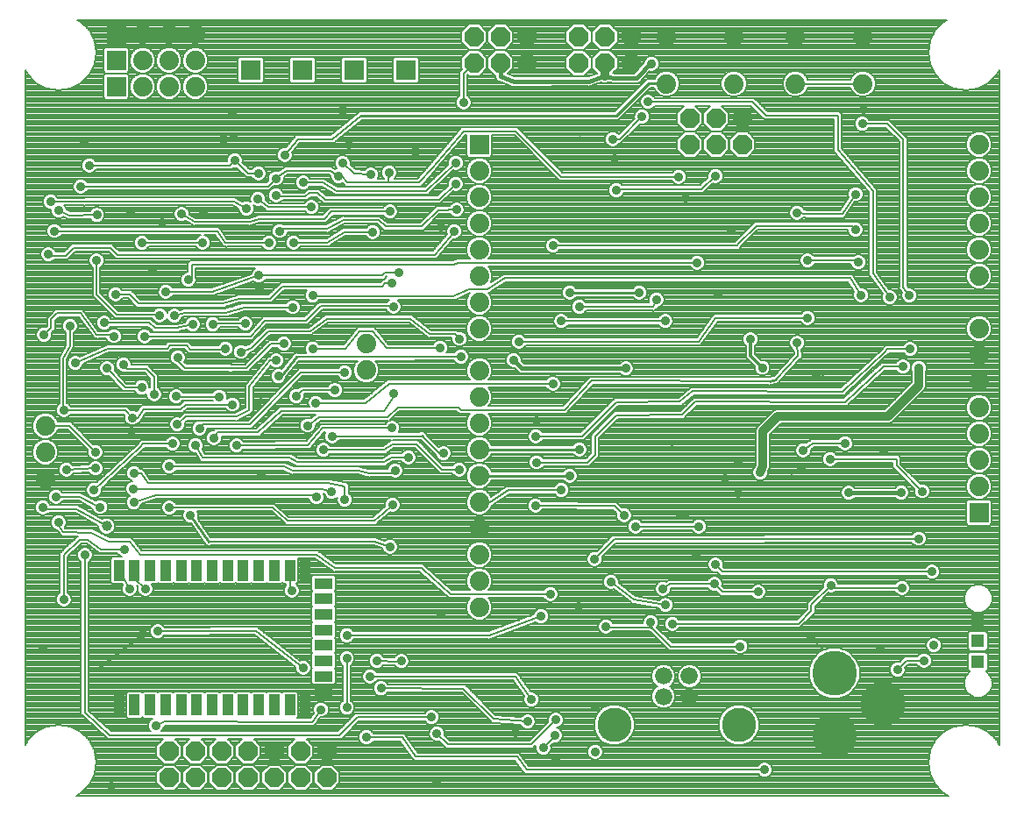
<source format=gbl>
G75*
%MOIN*%
%OFA0B0*%
%FSLAX24Y24*%
%IPPOS*%
%LPD*%
%AMOC8*
5,1,8,0,0,1.08239X$1,22.5*
%
%ADD10C,0.1700*%
%ADD11R,0.0740X0.0740*%
%ADD12C,0.0740*%
%ADD13OC8,0.0740*%
%ADD14R,0.0515X0.0515*%
%ADD15R,0.0768X0.0768*%
%ADD16C,0.0660*%
%ADD17C,0.1300*%
%ADD18R,0.0394X0.0787*%
%ADD19R,0.0709X0.0394*%
%ADD20C,0.0100*%
%ADD21C,0.0560*%
%ADD22C,0.0080*%
%ADD23C,0.0160*%
%ADD24C,0.0357*%
%ADD25C,0.0070*%
%ADD26C,0.0120*%
%ADD27C,0.0320*%
%ADD28C,0.0396*%
D10*
X031317Y003593D03*
X033167Y004774D03*
X031317Y005955D03*
D11*
X036817Y012061D03*
X017817Y026061D03*
X004017Y028261D03*
X004017Y029261D03*
X004017Y030261D03*
D12*
X005017Y030261D03*
X006017Y030261D03*
X007017Y030261D03*
X007017Y029261D03*
X007017Y028261D03*
X006017Y028261D03*
X005017Y028261D03*
X005017Y029261D03*
X006017Y029261D03*
X017817Y025061D03*
X017817Y024061D03*
X017817Y023061D03*
X017817Y022061D03*
X017817Y021061D03*
X017817Y020061D03*
X017817Y019061D03*
X017817Y017461D03*
X017817Y016461D03*
X017817Y015461D03*
X017817Y014461D03*
X017817Y013461D03*
X017817Y012461D03*
X017817Y011461D03*
X017817Y010461D03*
X017817Y009461D03*
X017817Y008461D03*
X013517Y017481D03*
X013517Y018481D03*
X024937Y028371D03*
X024937Y030151D03*
X027497Y030151D03*
X027497Y028371D03*
X029837Y028371D03*
X029837Y030151D03*
X032397Y030151D03*
X032397Y028371D03*
X036817Y026061D03*
X036817Y025061D03*
X036817Y024061D03*
X036817Y023061D03*
X036817Y022061D03*
X036817Y021061D03*
X036817Y019061D03*
X036817Y018061D03*
X036817Y017061D03*
X036817Y016061D03*
X036817Y015061D03*
X036817Y014061D03*
X036817Y013061D03*
X001317Y013361D03*
X001317Y014361D03*
X001317Y015361D03*
D13*
X006017Y002981D03*
X007017Y002981D03*
X008017Y002981D03*
X009017Y002981D03*
X010017Y002981D03*
X011017Y002981D03*
X012017Y002981D03*
X012017Y001981D03*
X011017Y001981D03*
X010017Y001981D03*
X009017Y001981D03*
X008017Y001981D03*
X007017Y001981D03*
X006017Y001981D03*
X025817Y026061D03*
X026817Y026061D03*
X027817Y026061D03*
X027817Y027061D03*
X026817Y027061D03*
X025817Y027061D03*
X023587Y029161D03*
X022587Y029161D03*
X021587Y029161D03*
X021587Y030161D03*
X022587Y030161D03*
X023587Y030161D03*
X019617Y030161D03*
X018617Y030161D03*
X017617Y030161D03*
X017617Y029161D03*
X018617Y029161D03*
X019617Y029161D03*
D14*
X036767Y007969D03*
X036767Y007181D03*
X036767Y006394D03*
D15*
X015025Y028891D03*
X013057Y028891D03*
X011085Y028891D03*
X009117Y028891D03*
D16*
X024825Y005841D03*
X025809Y005841D03*
X025809Y005061D03*
X024825Y005061D03*
D17*
X022947Y003991D03*
X027687Y003991D03*
D18*
X011203Y004743D03*
X010613Y004743D03*
X010022Y004743D03*
X009432Y004743D03*
X008841Y004743D03*
X008251Y004743D03*
X007660Y004743D03*
X007069Y004743D03*
X006479Y004743D03*
X005888Y004743D03*
X005298Y004743D03*
X004707Y004743D03*
X004117Y004743D03*
X004117Y009861D03*
X004707Y009861D03*
X005298Y009861D03*
X005888Y009861D03*
X006479Y009861D03*
X007069Y009861D03*
X007660Y009861D03*
X008251Y009861D03*
X008841Y009861D03*
X009432Y009861D03*
X010022Y009861D03*
X010613Y009861D03*
X011203Y009861D03*
D19*
X011892Y009369D03*
X011892Y008779D03*
X011892Y008188D03*
X011892Y007597D03*
X011892Y007007D03*
X011892Y006416D03*
X011892Y005826D03*
X011892Y005235D03*
D20*
X007517Y010961D02*
X006837Y011941D01*
X004817Y015161D02*
X004607Y015151D01*
X010177Y017241D02*
X010277Y017241D01*
X010867Y017981D01*
X017817Y014461D02*
X021617Y014461D01*
X021247Y013461D02*
X017817Y013461D01*
X021247Y020431D02*
X023897Y020431D01*
X026107Y021561D02*
X026127Y021541D01*
X028867Y017071D02*
X029087Y017121D01*
X023027Y027161D02*
X024247Y028381D01*
X024927Y028381D01*
X024937Y028371D01*
X024937Y030151D02*
X027497Y030151D01*
X029837Y030151D01*
X032397Y030151D01*
X023027Y027161D02*
X013317Y027161D01*
X005017Y007441D02*
X003217Y006061D01*
D21*
X004017Y030261D02*
X005017Y030261D01*
X006017Y030261D01*
X007017Y030261D01*
D22*
X002663Y001396D02*
X002477Y001301D01*
X035657Y001301D01*
X035470Y001396D01*
X035470Y001396D01*
X035152Y001715D01*
X035152Y001715D01*
X034947Y002116D01*
X034947Y002116D01*
X034877Y002561D01*
X034877Y002561D01*
X034947Y003006D01*
X034947Y003006D01*
X035152Y003408D01*
X035152Y003408D01*
X035470Y003726D01*
X035470Y003726D01*
X035872Y003931D01*
X035872Y003931D01*
X036317Y004001D01*
X036317Y004001D01*
X036762Y003931D01*
X036762Y003931D01*
X037163Y003726D01*
X037163Y003726D01*
X037482Y003408D01*
X037482Y003408D01*
X037577Y003221D01*
X037577Y028901D01*
X037482Y028715D01*
X037482Y028715D01*
X037163Y028396D01*
X037163Y028396D01*
X036762Y028192D01*
X036762Y028192D01*
X036317Y028121D01*
X036317Y028121D01*
X035872Y028192D01*
X035872Y028192D01*
X035470Y028396D01*
X035152Y028715D01*
X035152Y028715D01*
X034947Y029116D01*
X034877Y029561D01*
X034877Y029561D01*
X034947Y030006D01*
X034947Y030006D01*
X035152Y030408D01*
X035152Y030408D01*
X035470Y030726D01*
X035470Y030726D01*
X035598Y030791D01*
X002535Y030791D01*
X002663Y030726D01*
X002663Y030726D01*
X002982Y030408D01*
X002982Y030408D01*
X002982Y030408D01*
X003186Y030006D01*
X003186Y030006D01*
X003257Y029561D01*
X003186Y029116D01*
X003186Y029116D01*
X002982Y028715D01*
X002982Y028715D01*
X002663Y028396D01*
X002663Y028396D01*
X002262Y028192D01*
X002262Y028192D01*
X001817Y028121D01*
X001817Y028121D01*
X001372Y028192D01*
X001372Y028192D01*
X000970Y028396D01*
X000970Y028396D01*
X000652Y028715D01*
X000652Y028715D01*
X000561Y028894D01*
X000561Y003229D01*
X000652Y003408D01*
X000652Y003408D01*
X000970Y003726D01*
X000970Y003726D01*
X001372Y003931D01*
X001372Y003931D01*
X001817Y004001D01*
X001817Y004001D01*
X002262Y003931D01*
X002262Y003931D01*
X002663Y003726D01*
X002663Y003726D01*
X002982Y003408D01*
X002982Y003408D01*
X003186Y003006D01*
X003186Y003006D01*
X003257Y002561D01*
X003186Y002116D01*
X002982Y001715D01*
X002982Y001715D01*
X002663Y001396D01*
X002663Y001396D01*
X002663Y001396D01*
X002622Y001375D02*
X035511Y001375D01*
X035413Y001454D02*
X002721Y001454D01*
X002799Y001532D02*
X005773Y001532D01*
X005814Y001491D02*
X006220Y001491D01*
X006507Y001778D01*
X006507Y002184D01*
X006220Y002471D01*
X005814Y002471D01*
X005527Y002184D01*
X005527Y001778D01*
X005814Y001491D01*
X005694Y001611D02*
X002878Y001611D01*
X002956Y001689D02*
X005616Y001689D01*
X005537Y001768D02*
X003009Y001768D01*
X003049Y001846D02*
X005527Y001846D01*
X005527Y001925D02*
X003089Y001925D01*
X003129Y002003D02*
X005527Y002003D01*
X005527Y002082D02*
X003169Y002082D01*
X003186Y002116D02*
X003186Y002116D01*
X003193Y002160D02*
X005527Y002160D01*
X005581Y002239D02*
X003206Y002239D01*
X003218Y002317D02*
X005660Y002317D01*
X005738Y002396D02*
X003230Y002396D01*
X003243Y002474D02*
X019287Y002474D01*
X019345Y002396D02*
X012295Y002396D01*
X012220Y002471D02*
X011814Y002471D01*
X011527Y002184D01*
X011527Y001778D01*
X011814Y001491D01*
X012220Y001491D01*
X012507Y001778D01*
X012507Y002184D01*
X012220Y002471D01*
X012374Y002317D02*
X019403Y002317D01*
X019462Y002239D02*
X012452Y002239D01*
X012507Y002160D02*
X019520Y002160D01*
X019533Y002142D02*
X019546Y002140D01*
X019555Y002131D01*
X019606Y002131D01*
X019656Y002124D01*
X019666Y002131D01*
X028406Y002131D01*
X028414Y002112D01*
X028498Y002028D01*
X028607Y001983D01*
X028726Y001983D01*
X028836Y002028D01*
X028920Y002112D01*
X028965Y002222D01*
X028965Y002341D01*
X028920Y002450D01*
X028836Y002534D01*
X028726Y002580D01*
X028607Y002580D01*
X028498Y002534D01*
X028414Y002450D01*
X028406Y002431D01*
X019692Y002431D01*
X019397Y002831D01*
X019397Y002843D01*
X019361Y002879D01*
X019330Y002920D01*
X019318Y002922D01*
X019309Y002931D01*
X019258Y002931D01*
X019207Y002939D01*
X019197Y002931D01*
X015485Y002931D01*
X015037Y003569D01*
X015037Y003583D01*
X015002Y003618D01*
X014974Y003658D01*
X014959Y003661D01*
X014949Y003671D01*
X014900Y003671D01*
X014851Y003680D01*
X014839Y003671D01*
X013788Y003671D01*
X013780Y003690D01*
X013696Y003774D01*
X013586Y003820D01*
X013467Y003820D01*
X013358Y003774D01*
X013274Y003690D01*
X013228Y003581D01*
X013228Y003462D01*
X013274Y003352D01*
X013358Y003268D01*
X013467Y003223D01*
X013586Y003223D01*
X013696Y003268D01*
X013780Y003352D01*
X013788Y003371D01*
X014809Y003371D01*
X015257Y002734D01*
X015257Y002719D01*
X015291Y002684D01*
X015320Y002644D01*
X015334Y002642D01*
X015345Y002631D01*
X015394Y002631D01*
X015442Y002623D01*
X015454Y002631D01*
X019171Y002631D01*
X019467Y002232D01*
X019467Y002219D01*
X019503Y002183D01*
X019533Y002142D01*
X019617Y002281D02*
X019247Y002781D01*
X015407Y002781D01*
X014887Y003521D01*
X013527Y003521D01*
X013740Y003730D02*
X015912Y003730D01*
X015908Y003721D02*
X015908Y003602D01*
X015954Y003492D01*
X016038Y003408D01*
X016147Y003363D01*
X016266Y003363D01*
X016285Y003371D01*
X016565Y003091D01*
X019849Y003091D01*
X019937Y003179D01*
X019955Y003198D01*
X019948Y003181D01*
X019938Y003181D01*
X019948Y003181D02*
X019948Y003062D01*
X019994Y002952D01*
X020078Y002868D01*
X020187Y002823D01*
X020306Y002823D01*
X020416Y002868D01*
X020500Y002952D01*
X020545Y003062D01*
X020545Y003181D01*
X022014Y003181D01*
X022048Y003214D02*
X021964Y003130D01*
X021918Y003021D01*
X021918Y002902D01*
X021964Y002792D01*
X022048Y002708D01*
X022157Y002663D01*
X022276Y002663D01*
X022386Y002708D01*
X022470Y002792D01*
X022515Y002902D01*
X022515Y003021D01*
X022470Y003130D01*
X022386Y003214D01*
X022276Y003260D01*
X022157Y003260D01*
X022048Y003214D01*
X022156Y003259D02*
X020597Y003259D01*
X020630Y003293D02*
X020746Y003293D01*
X020856Y003338D01*
X020940Y003422D01*
X020985Y003532D01*
X020985Y003651D01*
X020940Y003760D01*
X020856Y003844D01*
X020763Y003883D01*
X020786Y003883D01*
X020896Y003928D01*
X020980Y004012D01*
X021025Y004122D01*
X021025Y004241D01*
X020980Y004350D01*
X020896Y004434D01*
X020786Y004480D01*
X020667Y004480D01*
X020558Y004434D01*
X020474Y004350D01*
X020428Y004241D01*
X020428Y004122D01*
X020436Y004103D01*
X019725Y003391D01*
X016689Y003391D01*
X016497Y003583D01*
X016505Y003602D01*
X016505Y003721D01*
X016460Y003830D01*
X016376Y003914D01*
X016266Y003960D01*
X016147Y003960D01*
X016038Y003914D01*
X015954Y003830D01*
X015908Y003721D01*
X015908Y003652D02*
X014978Y003652D01*
X015037Y003573D02*
X015920Y003573D01*
X015953Y003495D02*
X015089Y003495D01*
X015144Y003416D02*
X016030Y003416D01*
X016318Y003338D02*
X015199Y003338D01*
X015254Y003259D02*
X016397Y003259D01*
X016475Y003181D02*
X015309Y003181D01*
X015364Y003102D02*
X016554Y003102D01*
X016627Y003241D02*
X016207Y003661D01*
X016505Y003652D02*
X019985Y003652D01*
X020064Y003730D02*
X016501Y003730D01*
X016469Y003809D02*
X020142Y003809D01*
X020221Y003887D02*
X019845Y003887D01*
X019816Y003858D02*
X019900Y003942D01*
X019945Y004052D01*
X019945Y004171D01*
X019900Y004280D01*
X020444Y004280D01*
X020428Y004201D02*
X019932Y004201D01*
X019945Y004123D02*
X020428Y004123D01*
X020378Y004044D02*
X019942Y004044D01*
X019909Y003966D02*
X020299Y003966D01*
X020482Y004358D02*
X019822Y004358D01*
X019816Y004364D02*
X019706Y004410D01*
X019587Y004410D01*
X019478Y004364D01*
X019395Y004281D01*
X018434Y004356D01*
X017313Y005477D01*
X017269Y005521D01*
X017269Y005521D01*
X017269Y005521D01*
X017207Y005521D01*
X014338Y005530D01*
X014330Y005550D01*
X014246Y005634D01*
X014136Y005680D01*
X014017Y005680D01*
X013908Y005634D01*
X013824Y005550D01*
X013778Y005441D01*
X013778Y005322D01*
X013824Y005212D01*
X013908Y005128D01*
X014017Y005083D01*
X014136Y005083D01*
X014246Y005128D01*
X014330Y005212D01*
X014337Y005230D01*
X017144Y005221D01*
X018256Y004109D01*
X018293Y004067D01*
X018300Y004066D01*
X018305Y004061D01*
X018361Y004061D01*
X019377Y003982D01*
X019394Y003942D01*
X019478Y003858D01*
X019587Y003813D01*
X019706Y003813D01*
X019816Y003858D01*
X019907Y003573D02*
X016507Y003573D01*
X016585Y003495D02*
X019828Y003495D01*
X019750Y003416D02*
X016664Y003416D01*
X016627Y003241D02*
X019787Y003241D01*
X020727Y004181D01*
X020933Y003966D02*
X022177Y003966D01*
X022177Y004044D02*
X020993Y004044D01*
X021025Y004123D02*
X022177Y004123D01*
X022177Y004144D02*
X022177Y003838D01*
X022294Y003555D01*
X022510Y003338D01*
X022794Y003221D01*
X023100Y003221D01*
X023383Y003338D01*
X023599Y003555D01*
X023717Y003838D01*
X023717Y004144D01*
X023599Y004427D01*
X023383Y004644D01*
X023100Y004761D01*
X022794Y004761D01*
X022510Y004644D01*
X022294Y004427D01*
X022177Y004144D01*
X022200Y004201D02*
X021025Y004201D01*
X021009Y004280D02*
X022233Y004280D01*
X022265Y004358D02*
X020972Y004358D01*
X020890Y004437D02*
X022303Y004437D01*
X022382Y004515D02*
X018275Y004515D01*
X018353Y004437D02*
X020564Y004437D01*
X020797Y003887D02*
X022177Y003887D01*
X022189Y003809D02*
X020891Y003809D01*
X020952Y003730D02*
X022221Y003730D01*
X022254Y003652D02*
X020985Y003652D01*
X020985Y003573D02*
X022286Y003573D01*
X022354Y003495D02*
X020970Y003495D01*
X020934Y003416D02*
X022433Y003416D01*
X022512Y003338D02*
X020855Y003338D01*
X020630Y003293D02*
X020537Y003200D01*
X020545Y003181D01*
X020545Y003102D02*
X021952Y003102D01*
X021920Y003024D02*
X020529Y003024D01*
X020493Y002945D02*
X021918Y002945D01*
X021933Y002867D02*
X020412Y002867D01*
X020617Y002711D02*
X020627Y002701D01*
X020717Y002701D01*
X020247Y003121D02*
X020687Y003561D01*
X020687Y003591D01*
X019948Y003102D02*
X019860Y003102D01*
X019964Y003024D02*
X015420Y003024D01*
X015475Y002945D02*
X020001Y002945D01*
X020081Y002867D02*
X019373Y002867D01*
X019428Y002788D02*
X021968Y002788D01*
X022046Y002710D02*
X019486Y002710D01*
X019544Y002631D02*
X034888Y002631D01*
X034878Y002553D02*
X028791Y002553D01*
X028896Y002474D02*
X034890Y002474D01*
X034903Y002396D02*
X028942Y002396D01*
X028965Y002317D02*
X034915Y002317D01*
X034928Y002239D02*
X028965Y002239D01*
X028940Y002160D02*
X034940Y002160D01*
X034965Y002082D02*
X028889Y002082D01*
X028775Y002003D02*
X035005Y002003D01*
X035045Y001925D02*
X012507Y001925D01*
X012507Y002003D02*
X028558Y002003D01*
X028444Y002082D02*
X012507Y002082D01*
X012507Y001846D02*
X035085Y001846D01*
X035125Y001768D02*
X012496Y001768D01*
X012418Y001689D02*
X035177Y001689D01*
X035256Y001611D02*
X012339Y001611D01*
X012261Y001532D02*
X035334Y001532D01*
X034900Y002710D02*
X022387Y002710D01*
X022466Y002788D02*
X034913Y002788D01*
X034925Y002867D02*
X022501Y002867D01*
X022515Y002945D02*
X034937Y002945D01*
X034956Y003024D02*
X022514Y003024D01*
X022481Y003102D02*
X034996Y003102D01*
X035036Y003181D02*
X022419Y003181D01*
X022277Y003259D02*
X022702Y003259D01*
X023192Y003259D02*
X027442Y003259D01*
X027534Y003221D02*
X027250Y003338D01*
X027034Y003555D01*
X026917Y003838D01*
X026917Y004144D01*
X027034Y004427D01*
X027250Y004644D01*
X027534Y004761D01*
X027840Y004761D01*
X028123Y004644D01*
X028339Y004427D01*
X028457Y004144D01*
X028457Y003838D01*
X028339Y003555D01*
X028123Y003338D01*
X027840Y003221D01*
X027534Y003221D01*
X027252Y003338D02*
X023381Y003338D01*
X023461Y003416D02*
X027173Y003416D01*
X027094Y003495D02*
X023539Y003495D01*
X023607Y003573D02*
X027026Y003573D01*
X026994Y003652D02*
X023639Y003652D01*
X023672Y003730D02*
X026961Y003730D01*
X026929Y003809D02*
X023705Y003809D01*
X023717Y003887D02*
X026917Y003887D01*
X026917Y003966D02*
X023717Y003966D01*
X023717Y004044D02*
X026917Y004044D01*
X026917Y004123D02*
X023717Y004123D01*
X023693Y004201D02*
X026940Y004201D01*
X026973Y004280D02*
X023661Y004280D01*
X023628Y004358D02*
X027005Y004358D01*
X027043Y004437D02*
X023590Y004437D01*
X023512Y004515D02*
X027122Y004515D01*
X027200Y004594D02*
X023433Y004594D01*
X023315Y004672D02*
X024588Y004672D01*
X024570Y004680D02*
X024735Y004611D01*
X024914Y004611D01*
X025079Y004680D01*
X025206Y004806D01*
X025275Y004972D01*
X025275Y005151D01*
X025206Y005316D01*
X025079Y005443D01*
X025059Y005451D01*
X025079Y005460D01*
X025206Y005586D01*
X025275Y005752D01*
X025275Y005931D01*
X025206Y006096D01*
X025079Y006223D01*
X024914Y006291D01*
X024735Y006291D01*
X024570Y006223D01*
X024443Y006096D01*
X024375Y005931D01*
X024375Y005752D01*
X024443Y005586D01*
X024570Y005460D01*
X024590Y005451D01*
X024570Y005443D01*
X024443Y005316D01*
X024375Y005151D01*
X024375Y004972D01*
X024443Y004806D01*
X024570Y004680D01*
X024499Y004751D02*
X023125Y004751D01*
X022768Y004751D02*
X020028Y004751D01*
X020060Y004782D02*
X019976Y004698D01*
X019866Y004653D01*
X019747Y004653D01*
X019638Y004698D01*
X019554Y004782D01*
X019508Y004892D01*
X019508Y005011D01*
X019534Y005074D01*
X019100Y005681D01*
X013928Y005681D01*
X013920Y005662D01*
X013836Y005578D01*
X013726Y005533D01*
X013607Y005533D01*
X013498Y005578D01*
X013414Y005662D01*
X013368Y005772D01*
X013368Y005891D01*
X013414Y006000D01*
X013498Y006084D01*
X013607Y006130D01*
X013726Y006130D01*
X013836Y006084D01*
X013920Y006000D01*
X013928Y005981D01*
X019129Y005981D01*
X019140Y005989D01*
X019189Y005981D01*
X019239Y005981D01*
X019249Y005971D01*
X019262Y005969D01*
X019291Y005929D01*
X019327Y005893D01*
X019327Y005879D01*
X019777Y005250D01*
X019866Y005250D01*
X019976Y005204D01*
X020060Y005120D01*
X020105Y005011D01*
X020105Y004892D01*
X020060Y004782D01*
X020079Y004829D02*
X024434Y004829D01*
X024401Y004908D02*
X020105Y004908D01*
X020105Y004986D02*
X024375Y004986D01*
X024375Y005065D02*
X020083Y005065D01*
X020037Y005143D02*
X024375Y005143D01*
X024404Y005222D02*
X019933Y005222D01*
X019741Y005300D02*
X024436Y005300D01*
X024506Y005379D02*
X019685Y005379D01*
X019629Y005457D02*
X024576Y005457D01*
X024494Y005536D02*
X019573Y005536D01*
X019516Y005614D02*
X024431Y005614D01*
X024399Y005693D02*
X019460Y005693D01*
X019404Y005771D02*
X024375Y005771D01*
X024375Y005850D02*
X019348Y005850D01*
X019292Y005928D02*
X024375Y005928D01*
X024406Y006007D02*
X013913Y006007D01*
X013833Y006085D02*
X024439Y006085D01*
X024511Y006164D02*
X015021Y006164D01*
X015016Y006158D02*
X015100Y006242D01*
X015145Y006352D01*
X015145Y006471D01*
X015100Y006580D01*
X015016Y006664D01*
X014906Y006710D01*
X014787Y006710D01*
X014678Y006664D01*
X014594Y006580D01*
X014583Y006556D01*
X014180Y006565D01*
X014170Y006590D01*
X014086Y006674D01*
X013976Y006720D01*
X013857Y006720D01*
X013748Y006674D01*
X013664Y006590D01*
X013618Y006481D01*
X013618Y006362D01*
X013664Y006252D01*
X013748Y006168D01*
X013857Y006123D01*
X013976Y006123D01*
X014086Y006168D01*
X014170Y006252D01*
X014175Y006265D01*
X014588Y006255D01*
X014594Y006242D01*
X014678Y006158D01*
X014787Y006113D01*
X014906Y006113D01*
X015016Y006158D01*
X015100Y006242D02*
X024617Y006242D01*
X025032Y006242D02*
X025601Y006242D01*
X025554Y006223D02*
X025427Y006096D01*
X025359Y005931D01*
X025359Y005752D01*
X025427Y005586D01*
X025554Y005460D01*
X025719Y005391D01*
X025898Y005391D01*
X026064Y005460D01*
X026190Y005586D01*
X026259Y005752D01*
X026259Y005931D01*
X026190Y006096D01*
X026064Y006223D01*
X025898Y006291D01*
X025719Y006291D01*
X025554Y006223D01*
X025495Y006164D02*
X025138Y006164D01*
X025211Y006085D02*
X025423Y006085D01*
X025390Y006007D02*
X025243Y006007D01*
X025275Y005928D02*
X025359Y005928D01*
X025359Y005850D02*
X025275Y005850D01*
X025275Y005771D02*
X025359Y005771D01*
X025383Y005693D02*
X025250Y005693D01*
X025218Y005614D02*
X025416Y005614D01*
X025478Y005536D02*
X025155Y005536D01*
X025073Y005457D02*
X025560Y005457D01*
X025213Y005300D02*
X030600Y005300D01*
X030678Y005222D02*
X025245Y005222D01*
X025275Y005143D02*
X030757Y005143D01*
X030767Y005133D02*
X031124Y004985D01*
X031510Y004985D01*
X031866Y005133D01*
X032139Y005405D01*
X032287Y005762D01*
X032287Y006148D01*
X032139Y006504D01*
X031866Y006777D01*
X031510Y006925D01*
X031124Y006925D01*
X030767Y006777D01*
X030494Y006504D01*
X030347Y006148D01*
X030347Y005762D01*
X030494Y005405D01*
X030767Y005133D01*
X030931Y005065D02*
X025275Y005065D01*
X025275Y004986D02*
X031121Y004986D01*
X031513Y004986D02*
X037577Y004986D01*
X037577Y004908D02*
X025248Y004908D01*
X025216Y004829D02*
X037577Y004829D01*
X037577Y004751D02*
X027865Y004751D01*
X028055Y004672D02*
X037577Y004672D01*
X037577Y004594D02*
X028173Y004594D01*
X028252Y004515D02*
X037577Y004515D01*
X037577Y004437D02*
X028330Y004437D01*
X028368Y004358D02*
X037577Y004358D01*
X037577Y004280D02*
X028401Y004280D01*
X028433Y004201D02*
X037577Y004201D01*
X037577Y004123D02*
X028457Y004123D01*
X028457Y004044D02*
X037577Y004044D01*
X037577Y003966D02*
X036541Y003966D01*
X036847Y003887D02*
X037577Y003887D01*
X037577Y003809D02*
X037001Y003809D01*
X037155Y003730D02*
X037577Y003730D01*
X037577Y003652D02*
X037238Y003652D01*
X037316Y003573D02*
X037577Y003573D01*
X037577Y003495D02*
X037395Y003495D01*
X037473Y003416D02*
X037577Y003416D01*
X037577Y003338D02*
X037517Y003338D01*
X037557Y003259D02*
X037577Y003259D01*
X036093Y003966D02*
X028457Y003966D01*
X028457Y003887D02*
X035786Y003887D01*
X035632Y003809D02*
X028445Y003809D01*
X028412Y003730D02*
X035478Y003730D01*
X035396Y003652D02*
X028379Y003652D01*
X028347Y003573D02*
X035317Y003573D01*
X035239Y003495D02*
X028279Y003495D01*
X028201Y003416D02*
X035160Y003416D01*
X035116Y003338D02*
X028121Y003338D01*
X027932Y003259D02*
X035076Y003259D01*
X036479Y005113D02*
X036676Y005032D01*
X036889Y005032D01*
X037086Y005113D01*
X037236Y005264D01*
X037318Y005461D01*
X037318Y005674D01*
X037236Y005870D01*
X037086Y006021D01*
X037080Y006023D01*
X037144Y006087D01*
X037144Y006701D01*
X037074Y006771D01*
X036459Y006771D01*
X036389Y006701D01*
X036389Y006087D01*
X036459Y006016D01*
X036475Y006016D01*
X036329Y005870D01*
X036247Y005674D01*
X036247Y005461D01*
X036329Y005264D01*
X036479Y005113D01*
X036449Y005143D02*
X031877Y005143D01*
X031955Y005222D02*
X036371Y005222D01*
X036314Y005300D02*
X032034Y005300D01*
X032112Y005379D02*
X036281Y005379D01*
X036249Y005457D02*
X032160Y005457D01*
X032193Y005536D02*
X036247Y005536D01*
X036247Y005614D02*
X032225Y005614D01*
X032258Y005693D02*
X036255Y005693D01*
X036288Y005771D02*
X032287Y005771D01*
X032287Y005850D02*
X033536Y005850D01*
X033548Y005838D02*
X033657Y005793D01*
X033776Y005793D01*
X033886Y005838D01*
X033970Y005922D01*
X034015Y006032D01*
X034015Y006151D01*
X034007Y006170D01*
X034119Y006281D01*
X034466Y006281D01*
X034474Y006262D01*
X034558Y006178D01*
X034667Y006133D01*
X034786Y006133D01*
X034896Y006178D01*
X034980Y006262D01*
X035025Y006372D01*
X035025Y006490D01*
X034980Y006600D01*
X034896Y006684D01*
X034786Y006730D01*
X034667Y006730D01*
X034558Y006684D01*
X034474Y006600D01*
X034466Y006581D01*
X033994Y006581D01*
X033795Y006382D01*
X033776Y006390D01*
X033657Y006390D01*
X033548Y006344D01*
X033464Y006260D01*
X033418Y006151D01*
X033418Y006032D01*
X033464Y005922D01*
X033548Y005838D01*
X033461Y005928D02*
X032287Y005928D01*
X032287Y006007D02*
X033429Y006007D01*
X033418Y006085D02*
X032287Y006085D01*
X032280Y006164D02*
X033424Y006164D01*
X033456Y006242D02*
X032248Y006242D01*
X032215Y006321D02*
X033524Y006321D01*
X033813Y006399D02*
X032183Y006399D01*
X032150Y006478D02*
X033891Y006478D01*
X033970Y006556D02*
X032087Y006556D01*
X032009Y006635D02*
X034508Y006635D01*
X034628Y006713D02*
X031930Y006713D01*
X031831Y006792D02*
X034904Y006792D01*
X034938Y006758D02*
X035047Y006713D01*
X035166Y006713D01*
X035276Y006758D01*
X035360Y006842D01*
X035405Y006952D01*
X035405Y007071D01*
X035360Y007180D01*
X035276Y007264D01*
X035166Y007310D01*
X035047Y007310D01*
X034938Y007264D01*
X034854Y007180D01*
X034808Y007071D01*
X034808Y006952D01*
X034854Y006842D01*
X034938Y006758D01*
X035046Y006713D02*
X034825Y006713D01*
X034945Y006635D02*
X036389Y006635D01*
X036389Y006556D02*
X034998Y006556D01*
X035025Y006478D02*
X036389Y006478D01*
X036389Y006399D02*
X035025Y006399D01*
X035004Y006321D02*
X036389Y006321D01*
X036389Y006242D02*
X034960Y006242D01*
X034861Y006164D02*
X036389Y006164D01*
X036391Y006085D02*
X034015Y006085D01*
X034005Y006007D02*
X036465Y006007D01*
X036387Y005928D02*
X033972Y005928D01*
X033897Y005850D02*
X036320Y005850D01*
X037100Y006007D02*
X037577Y006007D01*
X037577Y006085D02*
X037143Y006085D01*
X037144Y006164D02*
X037577Y006164D01*
X037577Y006242D02*
X037144Y006242D01*
X037144Y006321D02*
X037577Y006321D01*
X037577Y006399D02*
X037144Y006399D01*
X037144Y006478D02*
X037577Y006478D01*
X037577Y006556D02*
X037144Y006556D01*
X037144Y006635D02*
X037577Y006635D01*
X037577Y006713D02*
X037132Y006713D01*
X037074Y006804D02*
X037144Y006874D01*
X037144Y007488D01*
X037074Y007559D01*
X036459Y007559D01*
X036389Y007488D01*
X036389Y006874D01*
X036459Y006804D01*
X037074Y006804D01*
X037140Y006870D02*
X037577Y006870D01*
X037577Y006792D02*
X035309Y006792D01*
X035371Y006870D02*
X036393Y006870D01*
X036389Y006949D02*
X035404Y006949D01*
X035405Y007027D02*
X036389Y007027D01*
X036389Y007106D02*
X035391Y007106D01*
X035356Y007184D02*
X036389Y007184D01*
X036389Y007263D02*
X035277Y007263D01*
X034936Y007263D02*
X027813Y007263D01*
X027796Y007270D02*
X027677Y007270D01*
X027568Y007224D01*
X027484Y007140D01*
X027476Y007121D01*
X025149Y007121D01*
X024569Y007701D01*
X024590Y007722D01*
X024635Y007832D01*
X024635Y007951D01*
X024590Y008060D01*
X024506Y008144D01*
X024396Y008190D01*
X024277Y008190D01*
X024168Y008144D01*
X024084Y008060D01*
X024038Y007951D01*
X024038Y007851D01*
X022910Y007851D01*
X022890Y007900D01*
X022806Y007984D01*
X022696Y008030D01*
X022577Y008030D01*
X022468Y007984D01*
X022384Y007900D01*
X022338Y007791D01*
X022338Y007672D01*
X022384Y007562D01*
X022468Y007478D01*
X022577Y007433D01*
X022696Y007433D01*
X022806Y007478D01*
X022879Y007551D01*
X024266Y007551D01*
X024296Y007521D01*
X024325Y007521D01*
X025025Y006821D01*
X027476Y006821D01*
X027484Y006802D01*
X027568Y006718D01*
X027677Y006673D01*
X027796Y006673D01*
X027906Y006718D01*
X027990Y006802D01*
X028035Y006912D01*
X028035Y007031D01*
X027990Y007140D01*
X027906Y007224D01*
X027796Y007270D01*
X027661Y007263D02*
X025007Y007263D01*
X024929Y007341D02*
X036389Y007341D01*
X036389Y007420D02*
X024850Y007420D01*
X024772Y007498D02*
X036399Y007498D01*
X037134Y007498D02*
X037577Y007498D01*
X037577Y007420D02*
X037144Y007420D01*
X037144Y007341D02*
X037577Y007341D01*
X037577Y007263D02*
X037144Y007263D01*
X037144Y007184D02*
X037577Y007184D01*
X037577Y007106D02*
X037144Y007106D01*
X037144Y007027D02*
X037577Y007027D01*
X037577Y006949D02*
X037144Y006949D01*
X037577Y007577D02*
X025312Y007577D01*
X025316Y007578D02*
X025400Y007662D01*
X025408Y007681D01*
X030009Y007681D01*
X030489Y008161D01*
X030577Y008249D01*
X030577Y008489D01*
X031098Y009011D01*
X031117Y009003D01*
X031236Y009003D01*
X031346Y009048D01*
X031349Y009051D01*
X033626Y009051D01*
X033634Y009032D01*
X033718Y008948D01*
X033827Y008903D01*
X033946Y008903D01*
X034056Y008948D01*
X034140Y009032D01*
X034185Y009142D01*
X034185Y009261D01*
X034140Y009370D01*
X034056Y009454D01*
X033946Y009500D01*
X033827Y009500D01*
X033718Y009454D01*
X033634Y009370D01*
X033626Y009351D01*
X031475Y009351D01*
X031475Y009361D01*
X031430Y009470D01*
X031346Y009554D01*
X031236Y009600D01*
X031117Y009600D01*
X031008Y009554D01*
X030924Y009470D01*
X030878Y009361D01*
X030878Y009242D01*
X030886Y009223D01*
X030277Y008613D01*
X030277Y008373D01*
X029885Y007981D01*
X025408Y007981D01*
X025400Y008000D01*
X025316Y008084D01*
X025206Y008130D01*
X025087Y008130D01*
X024978Y008084D01*
X024894Y008000D01*
X024848Y007891D01*
X024635Y007891D01*
X024627Y007969D02*
X024881Y007969D01*
X024848Y007891D02*
X024848Y007772D01*
X024894Y007662D01*
X024978Y007578D01*
X025087Y007533D01*
X025206Y007533D01*
X025316Y007578D01*
X025393Y007655D02*
X037577Y007655D01*
X037577Y007734D02*
X030061Y007734D01*
X030140Y007812D02*
X037577Y007812D01*
X037577Y007891D02*
X030218Y007891D01*
X030297Y007969D02*
X037577Y007969D01*
X037577Y008048D02*
X030375Y008048D01*
X030454Y008126D02*
X037577Y008126D01*
X037577Y008205D02*
X030532Y008205D01*
X030577Y008283D02*
X036620Y008283D01*
X036676Y008260D02*
X036889Y008260D01*
X037086Y008342D01*
X037236Y008492D01*
X037318Y008689D01*
X037318Y008902D01*
X037236Y009099D01*
X037086Y009249D01*
X036889Y009331D01*
X036676Y009331D01*
X036479Y009249D01*
X036329Y009099D01*
X036247Y008902D01*
X036247Y008689D01*
X036329Y008492D01*
X036479Y008342D01*
X036676Y008260D01*
X036459Y008362D02*
X030577Y008362D01*
X030577Y008440D02*
X036381Y008440D01*
X036318Y008519D02*
X030606Y008519D01*
X030685Y008597D02*
X036285Y008597D01*
X036253Y008676D02*
X030763Y008676D01*
X030842Y008754D02*
X036247Y008754D01*
X036247Y008833D02*
X030920Y008833D01*
X030999Y008911D02*
X033807Y008911D01*
X033676Y008990D02*
X031077Y008990D01*
X031277Y009201D02*
X031177Y009301D01*
X030427Y008551D01*
X030427Y008311D01*
X029947Y007831D01*
X025147Y007831D01*
X025352Y008048D02*
X029951Y008048D01*
X030030Y008126D02*
X025214Y008126D01*
X025079Y008126D02*
X024524Y008126D01*
X024595Y008048D02*
X024941Y008048D01*
X024956Y008243D02*
X025066Y008288D01*
X025150Y008372D01*
X025195Y008482D01*
X025195Y008601D01*
X025150Y008710D01*
X025066Y008794D01*
X024956Y008840D01*
X024837Y008840D01*
X024728Y008794D01*
X024667Y008733D01*
X023749Y008893D01*
X023115Y009388D01*
X023115Y009491D01*
X023070Y009600D01*
X022986Y009684D01*
X022876Y009730D01*
X022757Y009730D01*
X022648Y009684D01*
X022564Y009600D01*
X022518Y009491D01*
X022518Y009372D01*
X022564Y009262D01*
X022648Y009178D01*
X022757Y009133D01*
X022876Y009133D01*
X022928Y009154D01*
X023577Y008647D01*
X023600Y008614D01*
X023624Y008610D01*
X023643Y008595D01*
X023683Y008600D01*
X024617Y008438D01*
X024644Y008372D01*
X024728Y008288D01*
X024837Y008243D01*
X024956Y008243D01*
X025054Y008283D02*
X030187Y008283D01*
X030265Y008362D02*
X025139Y008362D01*
X025178Y008440D02*
X030277Y008440D01*
X030277Y008519D02*
X025195Y008519D01*
X025195Y008597D02*
X030277Y008597D01*
X030339Y008676D02*
X025164Y008676D01*
X025106Y008754D02*
X028330Y008754D01*
X028357Y008743D02*
X028476Y008743D01*
X028586Y008788D01*
X028670Y008872D01*
X028715Y008982D01*
X028715Y009101D01*
X028670Y009210D01*
X028586Y009294D01*
X028476Y009340D01*
X028357Y009340D01*
X028248Y009294D01*
X028164Y009210D01*
X028156Y009191D01*
X027119Y009191D01*
X027037Y009273D01*
X027045Y009292D01*
X027045Y009411D01*
X027000Y009520D01*
X026916Y009604D01*
X026806Y009650D01*
X026687Y009650D01*
X026578Y009604D01*
X026494Y009520D01*
X026486Y009501D01*
X025078Y009501D01*
X025028Y009509D01*
X025018Y009501D01*
X025005Y009501D01*
X024969Y009466D01*
X024927Y009435D01*
X024866Y009460D01*
X024747Y009460D01*
X024638Y009414D01*
X024554Y009330D01*
X024508Y009221D01*
X024508Y009102D01*
X024554Y008992D01*
X024638Y008908D01*
X024747Y008863D01*
X024866Y008863D01*
X024976Y008908D01*
X025060Y008992D01*
X025105Y009102D01*
X025105Y009194D01*
X025116Y009201D01*
X026486Y009201D01*
X026494Y009182D01*
X026578Y009098D01*
X026687Y009053D01*
X026806Y009053D01*
X026825Y009061D01*
X026995Y008891D01*
X028156Y008891D01*
X028164Y008872D01*
X028248Y008788D01*
X028357Y008743D01*
X028504Y008754D02*
X030418Y008754D01*
X030496Y008833D02*
X028630Y008833D01*
X028686Y008911D02*
X030575Y008911D01*
X030653Y008990D02*
X028715Y008990D01*
X028715Y009068D02*
X030732Y009068D01*
X030810Y009147D02*
X028696Y009147D01*
X028655Y009225D02*
X030885Y009225D01*
X030878Y009304D02*
X028563Y009304D01*
X028271Y009304D02*
X027045Y009304D01*
X027045Y009382D02*
X030887Y009382D01*
X030920Y009461D02*
X027024Y009461D01*
X026981Y009539D02*
X030993Y009539D01*
X031361Y009539D02*
X034913Y009539D01*
X034868Y009558D02*
X034977Y009513D01*
X035096Y009513D01*
X035206Y009558D01*
X035290Y009642D01*
X035335Y009752D01*
X035335Y009871D01*
X035290Y009980D01*
X035206Y010064D01*
X035096Y010110D01*
X034977Y010110D01*
X034868Y010064D01*
X034784Y009980D01*
X034776Y009961D01*
X027129Y009961D01*
X027087Y010003D01*
X027095Y010022D01*
X027095Y010141D01*
X027050Y010250D01*
X026966Y010334D01*
X026856Y010380D01*
X026737Y010380D01*
X026628Y010334D01*
X026544Y010250D01*
X026498Y010141D01*
X026498Y010022D01*
X026544Y009912D01*
X026628Y009828D01*
X026737Y009783D01*
X026856Y009783D01*
X026875Y009791D01*
X027005Y009661D01*
X034776Y009661D01*
X034784Y009642D01*
X034868Y009558D01*
X034808Y009618D02*
X026883Y009618D01*
X026970Y009696D02*
X022957Y009696D01*
X023052Y009618D02*
X026610Y009618D01*
X026513Y009539D02*
X023095Y009539D01*
X023115Y009461D02*
X024962Y009461D01*
X025067Y009351D02*
X024807Y009161D01*
X025105Y009147D02*
X026529Y009147D01*
X026650Y009068D02*
X025091Y009068D01*
X025057Y008990D02*
X026896Y008990D01*
X026975Y008911D02*
X024979Y008911D01*
X024973Y008833D02*
X028203Y008833D01*
X028417Y009041D02*
X027057Y009041D01*
X026747Y009351D01*
X025067Y009351D01*
X024606Y009382D02*
X023123Y009382D01*
X023223Y009304D02*
X024543Y009304D01*
X024510Y009225D02*
X023324Y009225D01*
X023424Y009147D02*
X024508Y009147D01*
X024522Y009068D02*
X023525Y009068D01*
X023625Y008990D02*
X024556Y008990D01*
X024635Y008911D02*
X023726Y008911D01*
X023687Y008751D02*
X022817Y009431D01*
X022601Y009225D02*
X020659Y009225D01*
X020686Y009214D02*
X020576Y009260D01*
X020457Y009260D01*
X020348Y009214D01*
X020264Y009130D01*
X020256Y009111D01*
X018160Y009111D01*
X018232Y009184D01*
X018307Y009364D01*
X018307Y009559D01*
X018232Y009739D01*
X018094Y009877D01*
X017914Y009951D01*
X017719Y009951D01*
X017539Y009877D01*
X017401Y009739D01*
X017327Y009559D01*
X017327Y009364D01*
X017401Y009184D01*
X017474Y009111D01*
X016774Y009111D01*
X015770Y010020D01*
X015679Y010111D01*
X012365Y010111D01*
X011714Y010576D01*
X011679Y010611D01*
X011665Y010611D01*
X011653Y010619D01*
X011604Y010611D01*
X004989Y010611D01*
X004667Y011014D01*
X004667Y011023D01*
X004629Y011061D01*
X004595Y011103D01*
X004586Y011105D01*
X004579Y011111D01*
X004525Y011111D01*
X004471Y011117D01*
X004464Y011111D01*
X003754Y011111D01*
X003158Y011423D01*
X003132Y011450D01*
X003105Y011451D01*
X003081Y011463D01*
X003045Y011452D01*
X002073Y011470D01*
X002049Y011502D01*
X003329Y011502D01*
X003329Y011488D02*
X003377Y011371D01*
X003466Y011282D01*
X003583Y011233D01*
X003710Y011233D01*
X003827Y011282D01*
X003916Y011371D01*
X003965Y011488D01*
X003965Y011615D01*
X003916Y011731D01*
X003827Y011821D01*
X003710Y011869D01*
X003583Y011869D01*
X003470Y011822D01*
X002598Y012312D01*
X002569Y012341D01*
X002546Y012341D01*
X002526Y012352D01*
X002486Y012341D01*
X001507Y012341D01*
X001470Y012430D01*
X001386Y012514D01*
X001276Y012560D01*
X001157Y012560D01*
X001048Y012514D01*
X000964Y012430D01*
X000918Y012321D01*
X000918Y012202D01*
X000964Y012092D01*
X001048Y012008D01*
X001157Y011963D01*
X001276Y011963D01*
X001386Y012008D01*
X001412Y012034D01*
X001426Y012029D01*
X001451Y012041D01*
X002467Y012041D01*
X003329Y011558D01*
X003329Y011488D01*
X003355Y011423D02*
X003157Y011423D01*
X003067Y011301D02*
X003717Y010961D01*
X004517Y010961D01*
X004917Y010461D01*
X011617Y010461D01*
X012317Y009961D01*
X015617Y009961D01*
X015667Y009911D01*
X016717Y008961D01*
X020517Y008961D01*
X020732Y008754D02*
X023439Y008754D01*
X023540Y008676D02*
X020607Y008676D01*
X020576Y008663D02*
X020686Y008708D01*
X020770Y008792D01*
X020815Y008902D01*
X020815Y009021D01*
X020770Y009130D01*
X020686Y009214D01*
X020753Y009147D02*
X022724Y009147D01*
X022910Y009147D02*
X022937Y009147D01*
X023037Y009068D02*
X020795Y009068D01*
X020815Y008990D02*
X023138Y008990D01*
X023238Y008911D02*
X020815Y008911D01*
X020786Y008833D02*
X023339Y008833D01*
X023687Y008751D02*
X024897Y008541D01*
X024688Y008754D02*
X024546Y008754D01*
X024821Y008833D02*
X024094Y008833D01*
X024149Y008519D02*
X018307Y008519D01*
X018307Y008559D02*
X018232Y008739D01*
X018160Y008811D01*
X020256Y008811D01*
X020264Y008792D01*
X020348Y008708D01*
X020457Y008663D01*
X020576Y008663D01*
X020426Y008676D02*
X018258Y008676D01*
X018291Y008597D02*
X023640Y008597D01*
X023663Y008597D02*
X023697Y008597D01*
X024150Y008126D02*
X020465Y008126D01*
X020465Y008181D02*
X020420Y008290D01*
X020336Y008374D01*
X020226Y008420D01*
X020107Y008420D01*
X019998Y008374D01*
X019914Y008290D01*
X019868Y008181D01*
X019868Y008172D01*
X018150Y007541D01*
X013038Y007541D01*
X013030Y007560D01*
X012946Y007644D01*
X012836Y007690D01*
X012717Y007690D01*
X012608Y007644D01*
X012524Y007560D01*
X012478Y007451D01*
X012478Y007332D01*
X012524Y007222D01*
X012608Y007138D01*
X012717Y007093D01*
X012836Y007093D01*
X012946Y007138D01*
X013030Y007222D01*
X013038Y007241D01*
X018144Y007241D01*
X018170Y007229D01*
X018203Y007241D01*
X018239Y007241D01*
X018259Y007262D01*
X019975Y007891D01*
X019998Y007868D01*
X020107Y007823D01*
X020226Y007823D01*
X020336Y007868D01*
X020420Y007952D01*
X020465Y008062D01*
X020465Y008181D01*
X020455Y008205D02*
X030108Y008205D01*
X030427Y007301D02*
X030887Y006841D01*
X030802Y006792D02*
X027979Y006792D01*
X028018Y006870D02*
X030992Y006870D01*
X030703Y006713D02*
X027894Y006713D01*
X028035Y006949D02*
X034810Y006949D01*
X034808Y007027D02*
X028035Y007027D01*
X028004Y007106D02*
X034823Y007106D01*
X034858Y007184D02*
X027946Y007184D01*
X027737Y006971D02*
X025087Y006971D01*
X024367Y007691D01*
X024357Y007701D01*
X022667Y007701D01*
X022637Y007731D01*
X022667Y007701D02*
X022677Y007691D01*
X022826Y007498D02*
X024348Y007498D01*
X024426Y007420D02*
X018690Y007420D01*
X018904Y007498D02*
X022448Y007498D01*
X022378Y007577D02*
X019118Y007577D01*
X019332Y007655D02*
X022345Y007655D01*
X022338Y007734D02*
X019546Y007734D01*
X019760Y007812D02*
X022347Y007812D01*
X022380Y007891D02*
X020358Y007891D01*
X020427Y007969D02*
X022453Y007969D01*
X022821Y007969D02*
X024046Y007969D01*
X024038Y007891D02*
X022894Y007891D01*
X024078Y008048D02*
X020459Y008048D01*
X020423Y008283D02*
X024740Y008283D01*
X024654Y008362D02*
X020348Y008362D01*
X020167Y008121D02*
X018177Y007391D01*
X012777Y007391D01*
X012992Y007184D02*
X024662Y007184D01*
X024740Y007106D02*
X012867Y007106D01*
X012686Y007106D02*
X012367Y007106D01*
X012367Y007184D02*
X012562Y007184D01*
X012507Y007263D02*
X012357Y007263D01*
X012367Y007253D02*
X012318Y007302D01*
X012367Y007351D01*
X012367Y007844D01*
X012318Y007893D01*
X012367Y007941D01*
X012367Y008435D01*
X012318Y008483D01*
X012367Y008532D01*
X012367Y009025D01*
X012318Y009074D01*
X012367Y009123D01*
X012367Y009616D01*
X012296Y009686D01*
X011488Y009686D01*
X011418Y009616D01*
X011418Y009123D01*
X011467Y009074D01*
X011418Y009025D01*
X011418Y008532D01*
X011467Y008483D01*
X011418Y008435D01*
X011418Y007941D01*
X011467Y007893D01*
X011418Y007844D01*
X011418Y007351D01*
X011467Y007302D01*
X011418Y007253D01*
X011418Y006760D01*
X011467Y006712D01*
X011418Y006663D01*
X011418Y006170D01*
X011467Y006121D01*
X011418Y006072D01*
X011418Y005579D01*
X011488Y005509D01*
X012296Y005509D01*
X012367Y005579D01*
X012367Y006072D01*
X012318Y006121D01*
X012367Y006170D01*
X012367Y006663D01*
X012318Y006712D01*
X012367Y006760D01*
X012367Y007253D01*
X012357Y007341D02*
X012478Y007341D01*
X012478Y007420D02*
X012367Y007420D01*
X012367Y007498D02*
X012498Y007498D01*
X012540Y007577D02*
X012367Y007577D01*
X012367Y007655D02*
X012634Y007655D01*
X012367Y007734D02*
X018675Y007734D01*
X018889Y007812D02*
X012367Y007812D01*
X012320Y007891D02*
X019103Y007891D01*
X019317Y007969D02*
X012367Y007969D01*
X012367Y008048D02*
X017537Y008048D01*
X017539Y008046D02*
X017719Y007971D01*
X017914Y007971D01*
X018094Y008046D01*
X018232Y008184D01*
X018307Y008364D01*
X018307Y008559D01*
X018307Y008440D02*
X024601Y008440D01*
X024627Y007812D02*
X024848Y007812D01*
X024864Y007734D02*
X024594Y007734D01*
X024615Y007655D02*
X024901Y007655D01*
X024981Y007577D02*
X024693Y007577D01*
X024505Y007341D02*
X018476Y007341D01*
X018262Y007263D02*
X024583Y007263D01*
X024819Y007027D02*
X012367Y007027D01*
X012367Y006949D02*
X024897Y006949D01*
X024976Y006870D02*
X012367Y006870D01*
X012367Y006792D02*
X012674Y006792D01*
X012717Y006810D02*
X012608Y006764D01*
X012524Y006680D01*
X012478Y006571D01*
X012478Y006452D01*
X012524Y006342D01*
X012608Y006258D01*
X012627Y006250D01*
X012627Y004902D01*
X012608Y004894D01*
X012524Y004810D01*
X012478Y004701D01*
X012478Y004582D01*
X012524Y004472D01*
X012608Y004388D01*
X012717Y004343D01*
X012836Y004343D01*
X012946Y004388D01*
X013030Y004472D01*
X013075Y004582D01*
X013075Y004701D01*
X013030Y004810D01*
X012946Y004894D01*
X012927Y004902D01*
X012927Y006250D01*
X012946Y006258D01*
X013030Y006342D01*
X013075Y006452D01*
X013075Y006571D01*
X013030Y006680D01*
X012946Y006764D01*
X012836Y006810D01*
X012717Y006810D01*
X012879Y006792D02*
X027494Y006792D01*
X027580Y006713D02*
X013991Y006713D01*
X013842Y006713D02*
X012997Y006713D01*
X013049Y006635D02*
X013708Y006635D01*
X013650Y006556D02*
X013075Y006556D01*
X013075Y006478D02*
X013618Y006478D01*
X013618Y006399D02*
X013053Y006399D01*
X013008Y006321D02*
X013635Y006321D01*
X013674Y006242D02*
X012927Y006242D01*
X012927Y006164D02*
X013758Y006164D01*
X013500Y006085D02*
X012927Y006085D01*
X012927Y006007D02*
X013420Y006007D01*
X013384Y005928D02*
X012927Y005928D01*
X012927Y005850D02*
X013368Y005850D01*
X013368Y005771D02*
X012927Y005771D01*
X012927Y005693D02*
X013401Y005693D01*
X013462Y005614D02*
X012927Y005614D01*
X012927Y005536D02*
X013600Y005536D01*
X013733Y005536D02*
X013818Y005536D01*
X013785Y005457D02*
X012927Y005457D01*
X012927Y005379D02*
X013778Y005379D01*
X013787Y005300D02*
X012927Y005300D01*
X012927Y005222D02*
X013820Y005222D01*
X013893Y005143D02*
X012927Y005143D01*
X012927Y005065D02*
X017301Y005065D01*
X017223Y005143D02*
X014261Y005143D01*
X014334Y005222D02*
X017046Y005222D01*
X017207Y005371D02*
X018367Y004211D01*
X019647Y004111D01*
X019449Y003887D02*
X016403Y003887D01*
X016192Y004044D02*
X018578Y004044D01*
X018243Y004123D02*
X016264Y004123D01*
X016260Y004112D02*
X016305Y004222D01*
X016305Y004341D01*
X016260Y004450D01*
X016176Y004534D01*
X016066Y004580D01*
X015947Y004580D01*
X015838Y004534D01*
X015754Y004450D01*
X015746Y004431D01*
X013238Y004431D01*
X013237Y004432D01*
X013176Y004431D01*
X013115Y004431D01*
X013114Y004430D01*
X013112Y004430D01*
X013070Y004387D01*
X013027Y004343D01*
X013027Y004342D01*
X012443Y003741D01*
X005719Y003741D01*
X005770Y003792D01*
X005815Y003902D01*
X005815Y003926D01*
X005897Y003961D01*
X011404Y003951D01*
X011405Y003951D01*
X011466Y003951D01*
X011529Y003951D01*
X011549Y003972D01*
X011564Y003975D01*
X011592Y004014D01*
X011617Y004039D01*
X011627Y004049D01*
X011627Y004064D01*
X011772Y004273D01*
X011856Y004273D01*
X011966Y004318D01*
X012050Y004402D01*
X012095Y004512D01*
X012095Y004631D01*
X012050Y004740D01*
X011966Y004824D01*
X011856Y004870D01*
X011737Y004870D01*
X011628Y004824D01*
X011544Y004740D01*
X011498Y004631D01*
X011498Y004512D01*
X011526Y004445D01*
X011391Y004251D01*
X010882Y004252D01*
X010930Y004300D01*
X010930Y005187D01*
X010859Y005257D01*
X010366Y005257D01*
X010317Y005208D01*
X010269Y005257D01*
X009776Y005257D01*
X009727Y005208D01*
X009678Y005257D01*
X009185Y005257D01*
X009136Y005208D01*
X009088Y005257D01*
X008595Y005257D01*
X008546Y005208D01*
X008497Y005257D01*
X008004Y005257D01*
X007955Y005208D01*
X007907Y005257D01*
X007413Y005257D01*
X007365Y005208D01*
X007316Y005257D01*
X006823Y005257D01*
X006774Y005208D01*
X006725Y005257D01*
X006232Y005257D01*
X006184Y005208D01*
X006135Y005257D01*
X005642Y005257D01*
X005593Y005208D01*
X005544Y005257D01*
X005051Y005257D01*
X005002Y005208D01*
X004954Y005257D01*
X004461Y005257D01*
X004390Y005187D01*
X004390Y004300D01*
X004461Y004229D01*
X004954Y004229D01*
X005002Y004278D01*
X005051Y004229D01*
X005384Y004229D01*
X005348Y004214D01*
X005264Y004130D01*
X005218Y004021D01*
X005218Y003902D01*
X005264Y003792D01*
X005315Y003741D01*
X003825Y003741D01*
X002967Y004527D01*
X002967Y010180D01*
X002986Y010188D01*
X003070Y010272D01*
X003115Y010382D01*
X003115Y010501D01*
X003070Y010610D01*
X002986Y010694D01*
X002876Y010740D01*
X002757Y010740D01*
X002648Y010694D01*
X002564Y010610D01*
X002518Y010501D01*
X002518Y010382D01*
X002564Y010272D01*
X002648Y010188D01*
X002667Y010180D01*
X002667Y004520D01*
X002664Y004517D01*
X002667Y004458D01*
X002667Y004399D01*
X002669Y004396D01*
X002670Y004393D01*
X002713Y004353D01*
X002755Y004311D01*
X002758Y004311D01*
X003663Y003483D01*
X003705Y003441D01*
X003708Y003441D01*
X003711Y003439D01*
X003770Y003441D01*
X005784Y003441D01*
X005527Y003184D01*
X005527Y002778D01*
X005814Y002491D01*
X006220Y002491D01*
X006507Y002778D01*
X006507Y003184D01*
X006250Y003441D01*
X006784Y003441D01*
X006527Y003184D01*
X006527Y002778D01*
X006814Y002491D01*
X007220Y002491D01*
X007507Y002778D01*
X007507Y003184D01*
X007250Y003441D01*
X007784Y003441D01*
X007527Y003184D01*
X007527Y002778D01*
X007814Y002491D01*
X008220Y002491D01*
X008507Y002778D01*
X008507Y003184D01*
X008250Y003441D01*
X008784Y003441D01*
X008527Y003184D01*
X008527Y002778D01*
X008814Y002491D01*
X009220Y002491D01*
X009507Y002778D01*
X009507Y003184D01*
X009250Y003441D01*
X010784Y003441D01*
X010527Y003184D01*
X010527Y002778D01*
X010814Y002491D01*
X011220Y002491D01*
X011507Y002778D01*
X011507Y003184D01*
X011250Y003441D01*
X012446Y003441D01*
X012447Y003440D01*
X012508Y003441D01*
X012569Y003441D01*
X012570Y003442D01*
X012571Y003442D01*
X012613Y003486D01*
X012657Y003529D01*
X012657Y003530D01*
X013240Y004131D01*
X015746Y004131D01*
X015754Y004112D01*
X015838Y004028D01*
X015947Y003983D01*
X016066Y003983D01*
X016176Y004028D01*
X016260Y004112D01*
X016297Y004201D02*
X018165Y004201D01*
X018086Y004280D02*
X016305Y004280D01*
X016298Y004358D02*
X018008Y004358D01*
X017929Y004437D02*
X016265Y004437D01*
X016195Y004515D02*
X017851Y004515D01*
X017772Y004594D02*
X013075Y004594D01*
X013075Y004672D02*
X017694Y004672D01*
X017615Y004751D02*
X013054Y004751D01*
X013011Y004829D02*
X017537Y004829D01*
X017458Y004908D02*
X012927Y004908D01*
X012927Y004986D02*
X017380Y004986D01*
X017568Y005222D02*
X019429Y005222D01*
X019485Y005143D02*
X017647Y005143D01*
X017725Y005065D02*
X019531Y005065D01*
X019508Y004986D02*
X017804Y004986D01*
X017882Y004908D02*
X019508Y004908D01*
X019534Y004829D02*
X017961Y004829D01*
X018039Y004751D02*
X019585Y004751D01*
X019700Y004672D02*
X018118Y004672D01*
X018196Y004594D02*
X022460Y004594D01*
X022579Y004672D02*
X019913Y004672D01*
X019807Y004951D02*
X019177Y005831D01*
X013667Y005831D01*
X013872Y005614D02*
X013888Y005614D01*
X014077Y005381D02*
X017207Y005371D01*
X017333Y005457D02*
X019260Y005457D01*
X019316Y005379D02*
X017411Y005379D01*
X017490Y005300D02*
X019372Y005300D01*
X019204Y005536D02*
X014336Y005536D01*
X014266Y005614D02*
X019148Y005614D01*
X019472Y004358D02*
X018432Y004358D01*
X019137Y003811D02*
X019197Y003751D01*
X019197Y003691D01*
X019384Y003966D02*
X013079Y003966D01*
X013003Y003887D02*
X016011Y003887D01*
X015945Y003809D02*
X013612Y003809D01*
X013441Y003809D02*
X012927Y003809D01*
X012851Y003730D02*
X013314Y003730D01*
X013258Y003652D02*
X012774Y003652D01*
X012698Y003573D02*
X013228Y003573D01*
X013228Y003495D02*
X012622Y003495D01*
X012507Y003591D02*
X013177Y004281D01*
X016007Y004281D01*
X015819Y004515D02*
X013047Y004515D01*
X012994Y004437D02*
X015748Y004437D01*
X015749Y004123D02*
X013232Y004123D01*
X013156Y004044D02*
X015822Y004044D01*
X014887Y003259D02*
X013674Y003259D01*
X013765Y003338D02*
X014832Y003338D01*
X014943Y003181D02*
X011507Y003181D01*
X011507Y003102D02*
X014998Y003102D01*
X015053Y003024D02*
X011507Y003024D01*
X011507Y002945D02*
X015108Y002945D01*
X015163Y002867D02*
X011507Y002867D01*
X011507Y002788D02*
X015218Y002788D01*
X015266Y002710D02*
X011438Y002710D01*
X011360Y002631D02*
X015345Y002631D01*
X013379Y003259D02*
X011432Y003259D01*
X011353Y003338D02*
X013288Y003338D01*
X013247Y003416D02*
X011275Y003416D01*
X010759Y003416D02*
X009275Y003416D01*
X009353Y003338D02*
X010680Y003338D01*
X010602Y003259D02*
X009432Y003259D01*
X009507Y003181D02*
X010527Y003181D01*
X010527Y003102D02*
X009507Y003102D01*
X009507Y003024D02*
X010527Y003024D01*
X010527Y002945D02*
X009507Y002945D01*
X009507Y002867D02*
X010527Y002867D01*
X010527Y002788D02*
X009507Y002788D01*
X009438Y002710D02*
X010595Y002710D01*
X010674Y002631D02*
X009360Y002631D01*
X009281Y002553D02*
X010752Y002553D01*
X010814Y002471D02*
X010527Y002184D01*
X010527Y001778D01*
X010814Y001491D01*
X011220Y001491D01*
X011507Y001778D01*
X011507Y002184D01*
X011220Y002471D01*
X010814Y002471D01*
X010738Y002396D02*
X010295Y002396D01*
X010220Y002471D02*
X009814Y002471D01*
X009527Y002184D01*
X009527Y001778D01*
X009814Y001491D01*
X010220Y001491D01*
X010507Y001778D01*
X010507Y002184D01*
X010220Y002471D01*
X010374Y002317D02*
X010660Y002317D01*
X010581Y002239D02*
X010452Y002239D01*
X010507Y002160D02*
X010527Y002160D01*
X010527Y002082D02*
X010507Y002082D01*
X010507Y002003D02*
X010527Y002003D01*
X010527Y001925D02*
X010507Y001925D01*
X010507Y001846D02*
X010527Y001846D01*
X010537Y001768D02*
X010496Y001768D01*
X010418Y001689D02*
X010616Y001689D01*
X010694Y001611D02*
X010339Y001611D01*
X010261Y001532D02*
X010773Y001532D01*
X011261Y001532D02*
X011773Y001532D01*
X011694Y001611D02*
X011339Y001611D01*
X011418Y001689D02*
X011616Y001689D01*
X011537Y001768D02*
X011496Y001768D01*
X011507Y001846D02*
X011527Y001846D01*
X011527Y001925D02*
X011507Y001925D01*
X011507Y002003D02*
X011527Y002003D01*
X011527Y002082D02*
X011507Y002082D01*
X011507Y002160D02*
X011527Y002160D01*
X011581Y002239D02*
X011452Y002239D01*
X011374Y002317D02*
X011660Y002317D01*
X011738Y002396D02*
X011295Y002396D01*
X011281Y002553D02*
X019229Y002553D01*
X019602Y002553D02*
X028542Y002553D01*
X028438Y002474D02*
X019660Y002474D01*
X019617Y002281D02*
X028667Y002281D01*
X027508Y004751D02*
X025150Y004751D01*
X025061Y004672D02*
X027319Y004672D01*
X026202Y005614D02*
X030408Y005614D01*
X030440Y005536D02*
X026140Y005536D01*
X026058Y005457D02*
X030473Y005457D01*
X030521Y005379D02*
X025143Y005379D01*
X026234Y005693D02*
X030375Y005693D01*
X030347Y005771D02*
X026259Y005771D01*
X026259Y005850D02*
X030347Y005850D01*
X030347Y005928D02*
X026259Y005928D01*
X026227Y006007D02*
X030347Y006007D01*
X030347Y006085D02*
X026195Y006085D01*
X026123Y006164D02*
X030353Y006164D01*
X030386Y006242D02*
X026017Y006242D01*
X025086Y007184D02*
X027528Y007184D01*
X027085Y009225D02*
X028179Y009225D01*
X027090Y010010D02*
X034814Y010010D01*
X034927Y010089D02*
X027095Y010089D01*
X027084Y010167D02*
X037577Y010167D01*
X037577Y010089D02*
X035146Y010089D01*
X035260Y010010D02*
X037577Y010010D01*
X037577Y009932D02*
X035310Y009932D01*
X035335Y009853D02*
X037577Y009853D01*
X037577Y009775D02*
X035335Y009775D01*
X035312Y009696D02*
X037577Y009696D01*
X037577Y009618D02*
X035265Y009618D01*
X035160Y009539D02*
X037577Y009539D01*
X037577Y009461D02*
X034040Y009461D01*
X034128Y009382D02*
X037577Y009382D01*
X037577Y009304D02*
X036954Y009304D01*
X037110Y009225D02*
X037577Y009225D01*
X037577Y009147D02*
X037188Y009147D01*
X037249Y009068D02*
X037577Y009068D01*
X037577Y008990D02*
X037281Y008990D01*
X037314Y008911D02*
X037577Y008911D01*
X037577Y008833D02*
X037318Y008833D01*
X037318Y008754D02*
X037577Y008754D01*
X037577Y008676D02*
X037312Y008676D01*
X037280Y008597D02*
X037577Y008597D01*
X037577Y008519D02*
X037247Y008519D01*
X037184Y008440D02*
X037577Y008440D01*
X037577Y008362D02*
X037106Y008362D01*
X036945Y008283D02*
X037577Y008283D01*
X036611Y009304D02*
X034167Y009304D01*
X034185Y009225D02*
X036455Y009225D01*
X036377Y009147D02*
X034185Y009147D01*
X034155Y009068D02*
X036316Y009068D01*
X036284Y008990D02*
X034097Y008990D01*
X033966Y008911D02*
X036251Y008911D01*
X035037Y009811D02*
X027067Y009811D01*
X026797Y010081D01*
X026498Y010089D02*
X022416Y010089D01*
X022376Y010048D02*
X022460Y010132D01*
X022505Y010242D01*
X022505Y010361D01*
X022497Y010380D01*
X023009Y010891D01*
X034256Y010921D01*
X034264Y010902D01*
X034348Y010818D01*
X034457Y010773D01*
X034576Y010773D01*
X034686Y010818D01*
X034770Y010902D01*
X034815Y011012D01*
X034815Y011131D01*
X034770Y011240D01*
X034686Y011324D01*
X034576Y011370D01*
X034457Y011370D01*
X034348Y011324D01*
X034264Y011240D01*
X034256Y011221D01*
X022946Y011191D01*
X022885Y011191D01*
X022884Y011191D01*
X022841Y011147D01*
X022285Y010592D01*
X022266Y010600D01*
X022147Y010600D01*
X022038Y010554D01*
X021954Y010470D01*
X021908Y010361D01*
X021908Y010242D01*
X021954Y010132D01*
X022038Y010048D01*
X022147Y010003D01*
X022266Y010003D01*
X022376Y010048D01*
X022284Y010010D02*
X026503Y010010D01*
X026536Y009932D02*
X017961Y009932D01*
X017914Y009971D02*
X018094Y010046D01*
X018232Y010184D01*
X018307Y010364D01*
X018307Y010559D01*
X018232Y010739D01*
X018094Y010877D01*
X017914Y010951D01*
X017719Y010951D01*
X017539Y010877D01*
X017401Y010739D01*
X017327Y010559D01*
X017327Y010364D01*
X017401Y010184D01*
X017539Y010046D01*
X017719Y009971D01*
X017914Y009971D01*
X018008Y010010D02*
X022129Y010010D01*
X021997Y010089D02*
X018137Y010089D01*
X018216Y010167D02*
X021939Y010167D01*
X021908Y010246D02*
X018258Y010246D01*
X018290Y010324D02*
X021908Y010324D01*
X021926Y010403D02*
X018307Y010403D01*
X018307Y010481D02*
X021965Y010481D01*
X022051Y010560D02*
X018306Y010560D01*
X018274Y010638D02*
X022332Y010638D01*
X022410Y010717D02*
X018241Y010717D01*
X018176Y010795D02*
X022489Y010795D01*
X022567Y010874D02*
X018097Y010874D01*
X017536Y010874D02*
X014693Y010874D01*
X014715Y010821D02*
X014670Y010930D01*
X014586Y011014D01*
X014476Y011060D01*
X014357Y011060D01*
X014248Y011014D01*
X014224Y010991D01*
X013919Y011101D01*
X013899Y011121D01*
X013863Y011121D01*
X013829Y011133D01*
X013803Y011121D01*
X012598Y011121D01*
X012597Y011122D01*
X012536Y011121D01*
X012475Y011121D01*
X012474Y011120D01*
X011816Y011111D01*
X007607Y011111D01*
X007112Y011826D01*
X007135Y011882D01*
X007135Y012001D01*
X007091Y012106D01*
X009911Y012106D01*
X010377Y011691D01*
X010377Y011689D01*
X010465Y011601D01*
X013811Y011601D01*
X013866Y011597D01*
X013872Y011601D01*
X013879Y011601D01*
X013918Y011641D01*
X014198Y011878D01*
X014200Y011878D01*
X014245Y011918D01*
X014291Y011957D01*
X014291Y011959D01*
X014423Y012077D01*
X014457Y012063D01*
X014576Y012063D01*
X014686Y012108D01*
X014770Y012192D01*
X014815Y012302D01*
X014815Y012421D01*
X014770Y012530D01*
X014686Y012614D01*
X014576Y012660D01*
X014457Y012660D01*
X014348Y012614D01*
X014264Y012530D01*
X014218Y012421D01*
X014218Y012302D01*
X014220Y012298D01*
X014048Y012144D01*
X013762Y011901D01*
X010576Y011901D01*
X010066Y012357D01*
X010027Y012396D01*
X010022Y012396D01*
X010018Y012399D01*
X009963Y012396D01*
X006300Y012396D01*
X006290Y012420D01*
X006206Y012504D01*
X006096Y012550D01*
X005977Y012550D01*
X005868Y012504D01*
X005784Y012420D01*
X005738Y012311D01*
X005738Y012192D01*
X005784Y012082D01*
X005868Y011998D01*
X005977Y011953D01*
X006096Y011953D01*
X006206Y011998D01*
X006290Y012082D01*
X006300Y012106D01*
X006582Y012106D01*
X006538Y012001D01*
X006538Y011882D01*
X006584Y011772D01*
X006668Y011688D01*
X006777Y011643D01*
X006849Y011643D01*
X007423Y010816D01*
X007553Y010792D01*
X007581Y010811D01*
X011756Y010811D01*
X011757Y010810D01*
X011818Y010811D01*
X011879Y010811D01*
X011880Y010812D01*
X012538Y010821D01*
X013810Y010821D01*
X014118Y010710D01*
X014118Y010702D01*
X014164Y010592D01*
X014248Y010508D01*
X014357Y010463D01*
X014476Y010463D01*
X014586Y010508D01*
X014670Y010592D01*
X014715Y010702D01*
X014715Y010821D01*
X014715Y010795D02*
X017458Y010795D01*
X017392Y010717D02*
X014715Y010717D01*
X014689Y010638D02*
X017360Y010638D01*
X017327Y010560D02*
X014637Y010560D01*
X014521Y010481D02*
X017327Y010481D01*
X017327Y010403D02*
X011957Y010403D01*
X012066Y010324D02*
X017343Y010324D01*
X017376Y010246D02*
X012176Y010246D01*
X012286Y010167D02*
X017418Y010167D01*
X017496Y010089D02*
X015701Y010089D01*
X015781Y010010D02*
X017625Y010010D01*
X017672Y009932D02*
X015868Y009932D01*
X015954Y009853D02*
X017516Y009853D01*
X017437Y009775D02*
X016041Y009775D01*
X016128Y009696D02*
X017384Y009696D01*
X017351Y009618D02*
X016215Y009618D01*
X016301Y009539D02*
X017327Y009539D01*
X017327Y009461D02*
X016388Y009461D01*
X016475Y009382D02*
X017327Y009382D01*
X017352Y009304D02*
X016562Y009304D01*
X016648Y009225D02*
X017384Y009225D01*
X017438Y009147D02*
X016735Y009147D01*
X016548Y008911D02*
X012367Y008911D01*
X012367Y008833D02*
X016633Y008833D01*
X016613Y008853D02*
X016655Y008811D01*
X016659Y008811D01*
X016662Y008808D01*
X016720Y008811D01*
X017474Y008811D01*
X017401Y008739D01*
X017327Y008559D01*
X017327Y008364D01*
X017401Y008184D01*
X017539Y008046D01*
X017459Y008126D02*
X012367Y008126D01*
X012367Y008205D02*
X017393Y008205D01*
X017360Y008283D02*
X012367Y008283D01*
X012367Y008362D02*
X017327Y008362D01*
X017327Y008440D02*
X012361Y008440D01*
X012353Y008519D02*
X017327Y008519D01*
X017343Y008597D02*
X012367Y008597D01*
X012367Y008676D02*
X017375Y008676D01*
X017417Y008754D02*
X012367Y008754D01*
X012367Y008990D02*
X016462Y008990D01*
X016375Y009068D02*
X012323Y009068D01*
X012367Y009147D02*
X016288Y009147D01*
X016201Y009225D02*
X012367Y009225D01*
X012367Y009304D02*
X016115Y009304D01*
X016028Y009382D02*
X012367Y009382D01*
X012367Y009461D02*
X015941Y009461D01*
X015854Y009539D02*
X012367Y009539D01*
X012364Y009618D02*
X015767Y009618D01*
X015681Y009696D02*
X010930Y009696D01*
X010930Y009618D02*
X011420Y009618D01*
X011418Y009539D02*
X010930Y009539D01*
X010930Y009461D02*
X011418Y009461D01*
X011418Y009382D02*
X010894Y009382D01*
X010861Y009349D02*
X010930Y009418D01*
X010930Y010305D01*
X010923Y010311D01*
X011569Y010311D01*
X012219Y009846D01*
X012255Y009811D01*
X012269Y009811D01*
X012280Y009803D01*
X012329Y009811D01*
X015554Y009811D01*
X015563Y009803D01*
X015605Y009761D01*
X015609Y009761D01*
X016613Y008853D01*
X015591Y009775D02*
X010930Y009775D01*
X010930Y009853D02*
X012210Y009853D01*
X012100Y009932D02*
X010930Y009932D01*
X010930Y010010D02*
X011990Y010010D01*
X011880Y010089D02*
X010930Y010089D01*
X010930Y010167D02*
X011770Y010167D01*
X011660Y010246D02*
X010930Y010246D01*
X010613Y009861D02*
X010613Y009165D01*
X010687Y009101D01*
X010964Y008990D02*
X011418Y008990D01*
X011418Y008911D02*
X010919Y008911D01*
X010940Y008932D02*
X010985Y009042D01*
X010985Y009161D01*
X010940Y009270D01*
X010861Y009349D01*
X010906Y009304D02*
X011418Y009304D01*
X011418Y009225D02*
X010958Y009225D01*
X010985Y009147D02*
X011418Y009147D01*
X011461Y009068D02*
X010985Y009068D01*
X010940Y008932D02*
X010856Y008848D01*
X010746Y008803D01*
X010627Y008803D01*
X010518Y008848D01*
X010434Y008932D01*
X010388Y009042D01*
X010388Y009161D01*
X010434Y009270D01*
X010463Y009299D01*
X010463Y009348D01*
X010366Y009348D01*
X010317Y009396D01*
X010269Y009348D01*
X009776Y009348D01*
X009727Y009396D01*
X009678Y009348D01*
X009185Y009348D01*
X009136Y009396D01*
X009088Y009348D01*
X008595Y009348D01*
X008546Y009396D01*
X008497Y009348D01*
X008004Y009348D01*
X007955Y009396D01*
X007907Y009348D01*
X007413Y009348D01*
X007365Y009396D01*
X007316Y009348D01*
X006823Y009348D01*
X006774Y009396D01*
X006725Y009348D01*
X006232Y009348D01*
X006184Y009396D01*
X006135Y009348D01*
X005642Y009348D01*
X005593Y009396D01*
X005544Y009348D01*
X005352Y009348D01*
X005370Y009330D01*
X005415Y009221D01*
X005415Y009102D01*
X005370Y008992D01*
X005286Y008908D01*
X005176Y008863D01*
X005057Y008863D01*
X004948Y008908D01*
X004864Y008992D01*
X004818Y009102D01*
X004818Y009221D01*
X004826Y009240D01*
X004794Y009272D01*
X004815Y009221D01*
X004815Y009102D01*
X004770Y008992D01*
X004686Y008908D01*
X004576Y008863D01*
X004457Y008863D01*
X004348Y008908D01*
X004264Y008992D01*
X004218Y009102D01*
X004218Y009221D01*
X004257Y009314D01*
X004237Y009348D01*
X003870Y009348D01*
X003800Y009418D01*
X003800Y010305D01*
X003870Y010375D01*
X004228Y010375D01*
X004148Y010408D01*
X004064Y010492D01*
X004056Y010511D01*
X003426Y010511D01*
X003374Y010505D01*
X003366Y010511D01*
X003355Y010511D01*
X003317Y010548D01*
X002886Y010881D01*
X002695Y010881D01*
X002167Y010395D01*
X002167Y009022D01*
X002186Y009014D01*
X002270Y008930D01*
X002315Y008821D01*
X002315Y008702D01*
X002270Y008592D01*
X002186Y008508D01*
X002076Y008463D01*
X001957Y008463D01*
X001848Y008508D01*
X001764Y008592D01*
X001718Y008702D01*
X001718Y008821D01*
X001764Y008930D01*
X001848Y009014D01*
X001867Y009022D01*
X001867Y010403D01*
X001864Y010405D01*
X001867Y010464D01*
X001867Y010523D01*
X001869Y010526D01*
X001869Y010530D01*
X001913Y010570D01*
X001955Y010611D01*
X001958Y010611D01*
X002533Y011140D01*
X002554Y011161D01*
X002045Y011170D01*
X002037Y011164D01*
X001985Y011171D01*
X001932Y011172D01*
X001924Y011180D01*
X001914Y011182D01*
X001882Y011224D01*
X001846Y011262D01*
X001846Y011273D01*
X001755Y011394D01*
X001648Y011438D01*
X001564Y011522D01*
X001518Y011632D01*
X001518Y011751D01*
X001564Y011860D01*
X001648Y011944D01*
X001757Y011990D01*
X001876Y011990D01*
X001986Y011944D01*
X002070Y011860D01*
X002115Y011751D01*
X002115Y011632D01*
X002070Y011522D01*
X002049Y011502D01*
X002094Y011580D02*
X003289Y011580D01*
X003149Y011659D02*
X002115Y011659D01*
X002115Y011737D02*
X003009Y011737D01*
X002869Y011816D02*
X002088Y011816D01*
X002036Y011894D02*
X002729Y011894D01*
X002589Y011973D02*
X001917Y011973D01*
X001717Y011973D02*
X001300Y011973D01*
X001133Y011973D02*
X000561Y011973D01*
X000561Y012051D02*
X001005Y012051D01*
X000948Y012130D02*
X000561Y012130D01*
X000561Y012208D02*
X000918Y012208D01*
X000918Y012287D02*
X000561Y012287D01*
X000561Y012365D02*
X000937Y012365D01*
X000977Y012444D02*
X000561Y012444D01*
X000561Y012522D02*
X001067Y012522D01*
X001366Y012522D02*
X001451Y012522D01*
X001464Y012492D02*
X001548Y012408D01*
X001657Y012363D01*
X001776Y012363D01*
X001886Y012408D01*
X001970Y012492D01*
X001978Y012511D01*
X002579Y012511D01*
X003108Y012232D01*
X003108Y012212D01*
X003154Y012102D01*
X003238Y012018D01*
X003347Y011973D01*
X003466Y011973D01*
X003576Y012018D01*
X003660Y012102D01*
X003705Y012212D01*
X003705Y012331D01*
X003660Y012440D01*
X003576Y012524D01*
X003466Y012570D01*
X003347Y012570D01*
X003238Y012524D01*
X003224Y012510D01*
X002707Y012783D01*
X002679Y012811D01*
X002654Y012811D01*
X002632Y012823D01*
X002594Y012811D01*
X001978Y012811D01*
X001970Y012830D01*
X001886Y012914D01*
X001776Y012960D01*
X001657Y012960D01*
X001548Y012914D01*
X001464Y012830D01*
X001418Y012721D01*
X001418Y012602D01*
X001464Y012492D01*
X001456Y012444D02*
X001512Y012444D01*
X001497Y012365D02*
X001651Y012365D01*
X001782Y012365D02*
X002856Y012365D01*
X003004Y012287D02*
X002643Y012287D01*
X002783Y012208D02*
X003110Y012208D01*
X003142Y012130D02*
X002923Y012130D01*
X003062Y012051D02*
X003205Y012051D01*
X003202Y011973D02*
X005929Y011973D01*
X005815Y012051D02*
X003609Y012051D01*
X003671Y012130D02*
X005764Y012130D01*
X005738Y012208D02*
X004866Y012208D01*
X004846Y012188D02*
X004930Y012272D01*
X004975Y012382D01*
X004975Y012385D01*
X005552Y012581D01*
X011333Y012581D01*
X011374Y012482D01*
X011458Y012398D01*
X011567Y012353D01*
X011686Y012353D01*
X011796Y012398D01*
X011880Y012482D01*
X011925Y012592D01*
X011925Y012711D01*
X011895Y012783D01*
X011914Y012778D01*
X011954Y012682D01*
X012038Y012598D01*
X012147Y012553D01*
X012266Y012553D01*
X012376Y012598D01*
X012413Y012635D01*
X012398Y012601D01*
X012378Y012601D01*
X012398Y012601D02*
X012398Y012482D01*
X012444Y012372D01*
X012528Y012288D01*
X012637Y012243D01*
X012756Y012243D01*
X012866Y012288D01*
X012950Y012372D01*
X012995Y012482D01*
X012995Y012601D01*
X014334Y012601D01*
X014260Y012522D02*
X012995Y012522D01*
X012995Y012601D02*
X012950Y012710D01*
X012866Y012794D01*
X012847Y012802D01*
X012851Y013058D01*
X012860Y013107D01*
X012853Y013116D01*
X012853Y013129D01*
X012818Y013164D01*
X012790Y013204D01*
X012778Y013206D01*
X012769Y013215D01*
X012720Y013216D01*
X012116Y013317D01*
X012107Y013326D01*
X012059Y013326D01*
X012011Y013334D01*
X012000Y013326D01*
X005302Y013326D01*
X005102Y013608D01*
X005102Y013621D01*
X005815Y013621D01*
X005784Y013652D02*
X005868Y013568D01*
X005977Y013523D01*
X006096Y013523D01*
X006206Y013568D01*
X006290Y013652D01*
X006298Y013671D01*
X010352Y013671D01*
X010628Y013537D01*
X010655Y013511D01*
X010682Y013511D01*
X010707Y013499D01*
X010742Y013511D01*
X013198Y013511D01*
X013540Y013426D01*
X013555Y013411D01*
X013598Y013411D01*
X013641Y013401D01*
X013658Y013411D01*
X014445Y013411D01*
X014448Y013408D01*
X014557Y013363D01*
X014676Y013363D01*
X014786Y013408D01*
X014870Y013492D01*
X014915Y013602D01*
X014915Y013721D01*
X014870Y013830D01*
X014786Y013914D01*
X014676Y013960D01*
X014557Y013960D01*
X014448Y013914D01*
X014364Y013830D01*
X014318Y013721D01*
X014318Y013711D01*
X013635Y013711D01*
X013293Y013797D01*
X013279Y013811D01*
X013235Y013811D01*
X013193Y013822D01*
X013175Y013811D01*
X010751Y013811D01*
X010475Y013945D01*
X010449Y013971D01*
X010421Y013971D01*
X010396Y013983D01*
X010361Y013971D01*
X006298Y013971D01*
X006290Y013990D01*
X006206Y014074D01*
X006096Y014120D01*
X005977Y014120D01*
X005868Y014074D01*
X005784Y013990D01*
X005738Y013881D01*
X005738Y013762D01*
X005784Y013652D01*
X005764Y013700D02*
X005023Y013700D01*
X005026Y013697D02*
X005017Y013706D01*
X004969Y013706D01*
X004948Y013710D01*
X004940Y013730D01*
X004856Y013814D01*
X004746Y013860D01*
X004627Y013860D01*
X004518Y013814D01*
X004434Y013730D01*
X004388Y013621D01*
X004388Y013502D01*
X004434Y013392D01*
X004518Y013308D01*
X004611Y013270D01*
X004607Y013270D01*
X004498Y013224D01*
X004414Y013140D01*
X004368Y013031D01*
X004368Y012912D01*
X004414Y012802D01*
X004498Y012718D01*
X004532Y012704D01*
X004508Y012694D01*
X004424Y012610D01*
X004378Y012501D01*
X004378Y012382D01*
X004424Y012272D01*
X004508Y012188D01*
X004617Y012143D01*
X004736Y012143D01*
X004846Y012188D01*
X004936Y012287D02*
X005738Y012287D01*
X005761Y012365D02*
X004968Y012365D01*
X005149Y012444D02*
X005807Y012444D01*
X005911Y012522D02*
X005379Y012522D01*
X005527Y012731D02*
X011427Y012731D01*
X011627Y012651D01*
X011841Y012444D02*
X012414Y012444D01*
X012398Y012522D02*
X011896Y012522D01*
X011925Y012601D02*
X012035Y012601D01*
X011957Y012679D02*
X011925Y012679D01*
X011922Y012758D02*
X011906Y012758D01*
X011817Y012961D02*
X012207Y012851D01*
X012172Y013307D02*
X017350Y013307D01*
X017327Y013364D02*
X017401Y013184D01*
X017539Y013046D01*
X017719Y012971D01*
X017914Y012971D01*
X018094Y013046D01*
X018232Y013184D01*
X018281Y013301D01*
X020990Y013301D01*
X020994Y013292D01*
X021078Y013208D01*
X021187Y013163D01*
X021306Y013163D01*
X021416Y013208D01*
X021500Y013292D01*
X021545Y013402D01*
X021545Y013521D01*
X021500Y013630D01*
X021416Y013714D01*
X021306Y013760D01*
X021187Y013760D01*
X021078Y013714D01*
X020994Y013630D01*
X020990Y013621D01*
X018281Y013621D01*
X018232Y013739D01*
X018094Y013877D01*
X017914Y013951D01*
X017719Y013951D01*
X017539Y013877D01*
X017401Y013739D01*
X017327Y013559D01*
X017327Y013364D01*
X017327Y013386D02*
X014731Y013386D01*
X014842Y013464D02*
X016862Y013464D01*
X016878Y013448D02*
X016987Y013403D01*
X017106Y013403D01*
X017216Y013448D01*
X017300Y013532D01*
X017345Y013642D01*
X017345Y013761D01*
X017300Y013870D01*
X017216Y013954D01*
X017106Y014000D01*
X016987Y014000D01*
X016878Y013954D01*
X016794Y013870D01*
X016784Y013846D01*
X016437Y013846D01*
X016132Y014151D01*
X016132Y014158D01*
X015479Y014811D01*
X014529Y014811D01*
X015595Y014811D01*
X016148Y014258D01*
X016148Y014252D01*
X016194Y014142D01*
X016278Y014058D01*
X016387Y014013D01*
X016506Y014013D01*
X016616Y014058D01*
X016700Y014142D01*
X016745Y014252D01*
X016745Y014371D01*
X016700Y014480D01*
X016616Y014564D01*
X016506Y014610D01*
X016387Y014610D01*
X016278Y014564D01*
X016272Y014558D01*
X015827Y015003D01*
X015827Y015023D01*
X015739Y015111D01*
X015709Y015141D01*
X015565Y015141D01*
X015535Y015111D01*
X014759Y015111D01*
X014760Y015112D01*
X014805Y015222D01*
X014805Y015341D01*
X014760Y015450D01*
X014676Y015534D01*
X014566Y015580D01*
X014447Y015580D01*
X014413Y015565D01*
X014441Y015594D01*
X014776Y015911D01*
X016955Y015911D01*
X016967Y015899D01*
X016967Y015899D01*
X017011Y015855D01*
X017055Y015811D01*
X017117Y015811D01*
X017179Y015811D01*
X017179Y015811D01*
X017475Y015812D01*
X017401Y015739D01*
X017327Y015559D01*
X017327Y015364D01*
X017401Y015184D01*
X017539Y015046D01*
X017719Y014971D01*
X017914Y014971D01*
X018094Y015046D01*
X018232Y015184D01*
X018307Y015364D01*
X018307Y015559D01*
X018232Y015739D01*
X018157Y015814D01*
X020987Y015821D01*
X020989Y015820D01*
X021049Y015821D01*
X021109Y015821D01*
X021111Y015823D01*
X021113Y015823D01*
X021154Y015867D01*
X021197Y015910D01*
X021197Y015912D01*
X022161Y016931D01*
X028804Y016921D01*
X028837Y016901D01*
X028928Y016921D01*
X028929Y016921D01*
X029187Y016980D01*
X029242Y017068D01*
X030006Y017885D01*
X030008Y017885D01*
X030048Y017930D01*
X030089Y017974D01*
X030089Y017977D01*
X030090Y017979D01*
X030087Y018038D01*
X030084Y018098D01*
X030083Y018100D01*
X030073Y018257D01*
X030076Y018258D01*
X030160Y018342D01*
X030205Y018452D01*
X030205Y018571D01*
X030160Y018680D01*
X030076Y018764D01*
X029966Y018810D01*
X029847Y018810D01*
X029738Y018764D01*
X029654Y018680D01*
X029608Y018571D01*
X029608Y018452D01*
X029654Y018342D01*
X029738Y018258D01*
X029773Y018244D01*
X029783Y018086D01*
X029021Y017270D01*
X028805Y017221D01*
X022156Y017231D01*
X022155Y017233D01*
X022095Y017231D01*
X022035Y017231D01*
X022033Y017230D01*
X022030Y017229D01*
X021989Y017186D01*
X021947Y017144D01*
X021947Y017141D01*
X020982Y016121D01*
X018162Y016114D01*
X018232Y016184D01*
X018307Y016364D01*
X018307Y016559D01*
X018232Y016739D01*
X018160Y016811D01*
X020356Y016811D01*
X020364Y016792D01*
X020448Y016708D01*
X020557Y016663D01*
X020676Y016663D01*
X020786Y016708D01*
X020870Y016792D01*
X020915Y016902D01*
X020915Y017021D01*
X020870Y017130D01*
X020786Y017214D01*
X020676Y017260D01*
X020557Y017260D01*
X020448Y017214D01*
X020364Y017130D01*
X020356Y017111D01*
X018160Y017111D01*
X018232Y017184D01*
X018307Y017364D01*
X018307Y017559D01*
X018232Y017739D01*
X018094Y017877D01*
X017914Y017951D01*
X017719Y017951D01*
X017539Y017877D01*
X017401Y017739D01*
X017327Y017559D01*
X017327Y017364D01*
X017401Y017184D01*
X017474Y017111D01*
X016318Y017111D01*
X015950Y017120D01*
X015949Y017121D01*
X015888Y017121D01*
X015828Y017123D01*
X015827Y017121D01*
X014394Y017121D01*
X014339Y017126D01*
X014332Y017121D01*
X014325Y017121D01*
X014285Y017082D01*
X013442Y016381D01*
X011868Y016381D01*
X011860Y016400D01*
X011776Y016484D01*
X011666Y016530D01*
X011547Y016530D01*
X011438Y016484D01*
X011354Y016400D01*
X011308Y016291D01*
X011308Y016172D01*
X011346Y016081D01*
X010290Y016081D01*
X010232Y016084D01*
X010229Y016081D01*
X010225Y016081D01*
X010183Y016040D01*
X009329Y015261D01*
X007886Y015261D01*
X007869Y015271D01*
X009046Y015271D01*
X009046Y015270D01*
X009108Y015271D01*
X009169Y015271D01*
X009170Y015272D01*
X009171Y015272D01*
X009213Y015316D01*
X009257Y015359D01*
X009257Y015360D01*
X011090Y017241D01*
X012436Y017241D01*
X012444Y017222D01*
X012528Y017138D01*
X012637Y017093D01*
X012756Y017093D01*
X012866Y017138D01*
X012950Y017222D01*
X012995Y017332D01*
X012995Y017451D01*
X012950Y017560D01*
X012866Y017644D01*
X012756Y017690D01*
X012637Y017690D01*
X012528Y017644D01*
X012444Y017560D01*
X012436Y017541D01*
X011088Y017541D01*
X011087Y017542D01*
X011026Y017541D01*
X010965Y017541D01*
X010964Y017540D01*
X010963Y017540D01*
X010920Y017497D01*
X010877Y017453D01*
X010877Y017452D01*
X009043Y015571D01*
X008613Y015571D01*
X008639Y015571D01*
X008666Y015598D01*
X009113Y015826D01*
X009127Y015826D01*
X009142Y015841D01*
X009190Y015866D01*
X009202Y015901D01*
X009212Y015911D01*
X009212Y015932D01*
X009229Y015984D01*
X009212Y016017D01*
X009212Y016820D01*
X009883Y017642D01*
X009938Y017588D01*
X010047Y017543D01*
X010166Y017543D01*
X010276Y017588D01*
X010360Y017672D01*
X010405Y017782D01*
X010405Y017901D01*
X010360Y018010D01*
X010276Y018094D01*
X010166Y018140D01*
X010047Y018140D01*
X009938Y018094D01*
X009854Y018010D01*
X009848Y017996D01*
X009807Y017996D01*
X009801Y017990D01*
X009792Y017989D01*
X009759Y017949D01*
X009722Y017911D01*
X009722Y017903D01*
X008959Y016969D01*
X008922Y016931D01*
X008922Y016923D01*
X008916Y016916D01*
X008922Y016864D01*
X008922Y016066D01*
X008541Y015871D01*
X006658Y015871D01*
X006597Y015872D01*
X006596Y015871D01*
X006595Y015871D01*
X006551Y015828D01*
X006419Y015700D01*
X006396Y015710D01*
X006277Y015710D01*
X006168Y015664D01*
X006084Y015580D01*
X006038Y015471D01*
X006038Y015352D01*
X006084Y015242D01*
X006168Y015158D01*
X006277Y015113D01*
X006396Y015113D01*
X006506Y015158D01*
X006590Y015242D01*
X006635Y015352D01*
X006635Y015471D01*
X006629Y015486D01*
X006717Y015571D01*
X008553Y015571D01*
X007275Y015571D01*
X007255Y015552D01*
X007236Y015560D01*
X007117Y015560D01*
X007008Y015514D01*
X006924Y015430D01*
X006878Y015321D01*
X006878Y015202D01*
X006924Y015092D01*
X007008Y015008D01*
X007117Y014963D01*
X007236Y014963D01*
X007346Y015008D01*
X007430Y015092D01*
X007475Y015202D01*
X007475Y015271D01*
X007863Y015271D01*
X007827Y015261D01*
X007785Y015261D01*
X007769Y015245D01*
X007747Y015240D01*
X007726Y015203D01*
X007723Y015200D01*
X007667Y015200D01*
X007558Y015154D01*
X007474Y015070D01*
X007428Y014961D01*
X007428Y014842D01*
X007474Y014732D01*
X007558Y014648D01*
X007667Y014603D01*
X007786Y014603D01*
X007896Y014648D01*
X007980Y014732D01*
X008025Y014842D01*
X008025Y014961D01*
X009383Y014961D01*
X009442Y014959D01*
X009445Y014961D01*
X009449Y014961D01*
X009490Y015003D01*
X010345Y015781D01*
X011592Y015781D01*
X011406Y015645D01*
X011346Y015670D01*
X011227Y015670D01*
X011118Y015624D01*
X011034Y015540D01*
X010988Y015431D01*
X010988Y015312D01*
X011034Y015202D01*
X011118Y015118D01*
X011227Y015073D01*
X011346Y015073D01*
X011456Y015118D01*
X011540Y015202D01*
X011585Y015312D01*
X011585Y015404D01*
X011786Y015551D01*
X014335Y015551D01*
X014376Y015550D01*
X014338Y015534D01*
X014254Y015450D01*
X014246Y015431D01*
X011922Y015431D01*
X011918Y015435D01*
X011861Y015431D01*
X011805Y015431D01*
X011800Y015427D01*
X011616Y015427D01*
X011585Y015348D02*
X011722Y015348D01*
X011717Y015343D02*
X011717Y015337D01*
X011237Y014781D01*
X008847Y014763D01*
X008840Y014780D01*
X008756Y014864D01*
X008646Y014910D01*
X008527Y014910D01*
X008418Y014864D01*
X008334Y014780D01*
X008288Y014671D01*
X008288Y014552D01*
X008334Y014442D01*
X008418Y014358D01*
X008527Y014313D01*
X008646Y014313D01*
X008756Y014358D01*
X008840Y014442D01*
X008848Y014463D01*
X011251Y014481D01*
X011256Y014477D01*
X011313Y014481D01*
X011370Y014482D01*
X011374Y014486D01*
X011380Y014486D01*
X011417Y014530D01*
X011457Y014570D01*
X011457Y014576D01*
X011935Y015131D01*
X011965Y015131D01*
X011964Y015130D01*
X011918Y015021D01*
X011918Y014902D01*
X011964Y014792D01*
X012048Y014708D01*
X012157Y014663D01*
X012276Y014663D01*
X012386Y014708D01*
X012470Y014792D01*
X012478Y014811D01*
X014469Y014811D01*
X014455Y014811D01*
X014420Y014776D01*
X014159Y014591D01*
X012148Y014591D01*
X012140Y014610D01*
X012056Y014694D01*
X011946Y014740D01*
X011827Y014740D01*
X011718Y014694D01*
X011634Y014610D01*
X011588Y014501D01*
X011588Y014382D01*
X011634Y014272D01*
X011718Y014188D01*
X011827Y014143D01*
X011946Y014143D01*
X012056Y014188D01*
X012140Y014272D01*
X012148Y014291D01*
X014194Y014291D01*
X014243Y014283D01*
X014254Y014291D01*
X014269Y014291D01*
X014304Y014326D01*
X014564Y014511D01*
X015355Y014511D01*
X015920Y013946D01*
X015927Y013946D01*
X016317Y013556D01*
X016784Y013556D01*
X016794Y013532D01*
X016878Y013448D01*
X016789Y013543D02*
X014891Y013543D01*
X014915Y013621D02*
X016252Y013621D01*
X016173Y013700D02*
X014915Y013700D01*
X014891Y013778D02*
X016095Y013778D01*
X016016Y013857D02*
X014843Y013857D01*
X014921Y013935D02*
X014735Y013935D01*
X014864Y013992D02*
X014948Y013908D01*
X015057Y013863D01*
X015176Y013863D01*
X015286Y013908D01*
X015370Y013992D01*
X015415Y014102D01*
X015415Y014221D01*
X015370Y014330D01*
X015286Y014414D01*
X015176Y014460D01*
X015057Y014460D01*
X014948Y014414D01*
X014864Y014330D01*
X014856Y014311D01*
X014506Y014311D01*
X014465Y014322D01*
X014446Y014311D01*
X014425Y014311D01*
X014394Y014281D01*
X014136Y014131D01*
X010945Y014131D01*
X010688Y014272D01*
X010659Y014301D01*
X010635Y014301D01*
X010614Y014313D01*
X010575Y014301D01*
X007383Y014301D01*
X007287Y014470D01*
X007325Y014562D01*
X007325Y014681D01*
X007280Y014790D01*
X007196Y014874D01*
X007086Y014920D01*
X006967Y014920D01*
X006858Y014874D01*
X006774Y014790D01*
X006728Y014681D01*
X006728Y014562D01*
X006774Y014452D01*
X006858Y014368D01*
X006967Y014323D01*
X007025Y014323D01*
X007147Y014111D01*
X007147Y014089D01*
X007177Y014059D01*
X007198Y014023D01*
X007219Y014017D01*
X007235Y014001D01*
X007277Y014001D01*
X007318Y013990D01*
X007337Y014001D01*
X010558Y014001D01*
X010816Y013860D01*
X010845Y013831D01*
X010868Y013831D01*
X010889Y013820D01*
X010928Y013831D01*
X014157Y013831D01*
X014198Y013820D01*
X014217Y013831D01*
X014239Y013831D01*
X014269Y013861D01*
X014527Y014011D01*
X014856Y014011D01*
X014864Y013992D01*
X015117Y014161D02*
X014487Y014161D01*
X014177Y013981D01*
X010907Y013981D01*
X010597Y014151D01*
X007297Y014151D01*
X007027Y014621D01*
X006820Y014406D02*
X006263Y014406D01*
X006316Y014428D02*
X006400Y014512D01*
X006445Y014622D01*
X006445Y014741D01*
X006400Y014850D01*
X006316Y014934D01*
X006206Y014980D01*
X006087Y014980D01*
X005978Y014934D01*
X005894Y014850D01*
X005886Y014831D01*
X004975Y014831D01*
X004812Y014669D01*
X003425Y013352D01*
X003261Y013205D01*
X003226Y013220D01*
X003107Y013220D01*
X002998Y013174D01*
X002914Y013090D01*
X002868Y012981D01*
X002868Y012862D01*
X002914Y012752D01*
X002998Y012668D01*
X003107Y012623D01*
X003226Y012623D01*
X003336Y012668D01*
X003420Y012752D01*
X003465Y012862D01*
X003465Y012981D01*
X003464Y012984D01*
X003582Y013090D01*
X003585Y013090D01*
X003628Y013131D01*
X003673Y013170D01*
X003673Y013173D01*
X004977Y014411D01*
X004979Y014411D01*
X005021Y014454D01*
X005065Y014495D01*
X005065Y014498D01*
X005099Y014531D01*
X005886Y014531D01*
X005894Y014512D01*
X005978Y014428D01*
X006087Y014383D01*
X006206Y014383D01*
X006316Y014428D01*
X006372Y014485D02*
X006760Y014485D01*
X006728Y014563D02*
X006421Y014563D01*
X006445Y014642D02*
X006728Y014642D01*
X006745Y014720D02*
X006445Y014720D01*
X006421Y014799D02*
X006782Y014799D01*
X006865Y014877D02*
X006373Y014877D01*
X006264Y014956D02*
X007428Y014956D01*
X007428Y014877D02*
X007188Y014877D01*
X007271Y014799D02*
X007446Y014799D01*
X007486Y014720D02*
X007309Y014720D01*
X007325Y014642D02*
X007573Y014642D01*
X007652Y014826D02*
X007727Y014901D01*
X007847Y015111D01*
X009387Y015111D01*
X010287Y015931D01*
X014187Y015931D01*
X014547Y016461D01*
X014567Y016581D01*
X014387Y016971D02*
X015887Y016971D01*
X016317Y016961D01*
X020617Y016961D01*
X020889Y016840D02*
X021662Y016840D01*
X021736Y016918D02*
X020915Y016918D01*
X020915Y016997D02*
X021810Y016997D01*
X021885Y017075D02*
X020892Y017075D01*
X020846Y017154D02*
X021957Y017154D01*
X022097Y017081D02*
X028867Y017071D01*
X028916Y016918D02*
X031672Y016918D01*
X031755Y016997D02*
X029197Y016997D01*
X029249Y017075D02*
X031839Y017075D01*
X031923Y017154D02*
X029322Y017154D01*
X029396Y017232D02*
X032006Y017232D01*
X032090Y017311D02*
X029469Y017311D01*
X029542Y017389D02*
X032174Y017389D01*
X032258Y017468D02*
X029616Y017468D01*
X029689Y017546D02*
X032341Y017546D01*
X032425Y017625D02*
X029762Y017625D01*
X029836Y017703D02*
X032509Y017703D01*
X032593Y017782D02*
X029909Y017782D01*
X029982Y017860D02*
X032676Y017860D01*
X032760Y017939D02*
X030056Y017939D01*
X030088Y018017D02*
X032844Y018017D01*
X032928Y018096D02*
X030085Y018096D01*
X030078Y018174D02*
X033011Y018174D01*
X033095Y018253D02*
X030073Y018253D01*
X030149Y018331D02*
X033175Y018331D01*
X033112Y018269D02*
X031558Y016811D01*
X025945Y016831D01*
X025891Y016837D01*
X025884Y016831D01*
X025875Y016831D01*
X025837Y016793D01*
X025384Y016431D01*
X023016Y016411D01*
X022955Y016411D01*
X022954Y016411D01*
X022953Y016411D01*
X022910Y016367D01*
X021655Y015111D01*
X020228Y015111D01*
X020220Y015130D01*
X020136Y015214D01*
X020026Y015260D01*
X019907Y015260D01*
X019798Y015214D01*
X019714Y015130D01*
X019668Y015021D01*
X019668Y014902D01*
X019714Y014792D01*
X019798Y014708D01*
X019907Y014663D01*
X020026Y014663D01*
X020136Y014708D01*
X020220Y014792D01*
X020228Y014811D01*
X021779Y014811D01*
X021867Y014899D01*
X021867Y014899D01*
X023079Y016112D01*
X025429Y016131D01*
X025482Y016125D01*
X025490Y016132D01*
X025500Y016132D01*
X025537Y016170D01*
X025989Y016531D01*
X031614Y016511D01*
X031674Y016509D01*
X031676Y016511D01*
X031678Y016511D01*
X031721Y016553D01*
X033276Y018011D01*
X033279Y018011D01*
X033321Y018053D01*
X033365Y018094D01*
X033365Y018097D01*
X033399Y018131D01*
X033936Y018131D01*
X033944Y018112D01*
X034028Y018028D01*
X034137Y017983D01*
X034256Y017983D01*
X034366Y018028D01*
X034450Y018112D01*
X034495Y018222D01*
X034495Y018341D01*
X034450Y018450D01*
X034366Y018534D01*
X034256Y018580D01*
X034137Y018580D01*
X034028Y018534D01*
X033944Y018450D01*
X033936Y018431D01*
X033275Y018431D01*
X033112Y018269D01*
X033217Y018161D02*
X033337Y018281D01*
X034197Y018281D01*
X034475Y018174D02*
X037577Y018174D01*
X037577Y018096D02*
X034433Y018096D01*
X034339Y018017D02*
X037577Y018017D01*
X037577Y017939D02*
X033199Y017939D01*
X033115Y017860D02*
X033754Y017860D01*
X033758Y017864D02*
X033674Y017780D01*
X033666Y017761D01*
X033180Y017761D01*
X033121Y017764D01*
X033118Y017761D01*
X033115Y017761D01*
X033073Y017720D01*
X031658Y016421D01*
X026099Y016431D01*
X026099Y016431D01*
X026037Y016431D01*
X025975Y016431D01*
X025975Y016431D01*
X025975Y016431D01*
X025931Y016387D01*
X025887Y016344D01*
X025887Y016344D01*
X025474Y015931D01*
X023016Y015911D01*
X022955Y015911D01*
X022954Y015911D01*
X022953Y015911D01*
X022910Y015867D01*
X022155Y015111D01*
X022155Y015111D01*
X022067Y015023D01*
X022067Y014323D01*
X021855Y014112D01*
X020258Y014120D01*
X020250Y014140D01*
X020166Y014224D01*
X020056Y014270D01*
X019937Y014270D01*
X019828Y014224D01*
X019744Y014140D01*
X019698Y014031D01*
X019698Y013912D01*
X019744Y013802D01*
X019828Y013718D01*
X019937Y013673D01*
X020056Y013673D01*
X020166Y013718D01*
X020250Y013802D01*
X020257Y013820D01*
X021854Y013812D01*
X021855Y013811D01*
X021916Y013811D01*
X021978Y013811D01*
X021978Y013811D01*
X021979Y013811D01*
X022023Y013855D01*
X022066Y013898D01*
X022066Y013899D01*
X022279Y014111D01*
X022367Y014199D01*
X022367Y014899D01*
X023079Y015612D01*
X025537Y015631D01*
X025599Y015631D01*
X025599Y015632D01*
X025600Y015632D01*
X025643Y015676D01*
X026099Y016131D01*
X031713Y016121D01*
X031772Y016119D01*
X031775Y016121D01*
X031779Y016121D01*
X031820Y016163D01*
X033235Y017461D01*
X033666Y017461D01*
X033674Y017442D01*
X033758Y017358D01*
X033867Y017313D01*
X033986Y017313D01*
X034096Y017358D01*
X034180Y017442D01*
X034225Y017552D01*
X034225Y017671D01*
X034180Y017780D01*
X034096Y017864D01*
X033986Y017910D01*
X033867Y017910D01*
X033758Y017864D01*
X033675Y017782D02*
X033031Y017782D01*
X033055Y017703D02*
X032948Y017703D01*
X032970Y017625D02*
X032864Y017625D01*
X032884Y017546D02*
X032780Y017546D01*
X032799Y017468D02*
X032696Y017468D01*
X032713Y017389D02*
X032613Y017389D01*
X032627Y017311D02*
X032529Y017311D01*
X032542Y017232D02*
X032445Y017232D01*
X032456Y017154D02*
X032361Y017154D01*
X032371Y017075D02*
X032278Y017075D01*
X032285Y016997D02*
X032194Y016997D01*
X032200Y016918D02*
X032110Y016918D01*
X032114Y016840D02*
X032026Y016840D01*
X032029Y016761D02*
X031943Y016761D01*
X031943Y016683D02*
X031859Y016683D01*
X031858Y016604D02*
X031775Y016604D01*
X031772Y016526D02*
X031693Y016526D01*
X031687Y016447D02*
X025884Y016447D01*
X025912Y016369D02*
X025786Y016369D01*
X025834Y016290D02*
X025688Y016290D01*
X025755Y016212D02*
X025590Y016212D01*
X025677Y016133D02*
X025502Y016133D01*
X025598Y016055D02*
X023022Y016055D01*
X022944Y015976D02*
X025520Y015976D01*
X025537Y015781D02*
X026037Y016281D01*
X031717Y016271D01*
X033177Y017611D01*
X033927Y017611D01*
X034127Y017389D02*
X034257Y017389D01*
X034257Y017433D02*
X034257Y017013D01*
X033235Y015991D01*
X029113Y015991D01*
X029014Y015950D01*
X028434Y015370D01*
X028358Y015294D01*
X028317Y015195D01*
X028317Y013870D01*
X028289Y013795D01*
X028244Y013750D01*
X028198Y013641D01*
X028198Y013522D01*
X028244Y013412D01*
X028328Y013328D01*
X028437Y013283D01*
X028556Y013283D01*
X028666Y013328D01*
X028750Y013412D01*
X028795Y013522D01*
X028795Y013608D01*
X028838Y013722D01*
X028857Y013768D01*
X028857Y013772D01*
X028858Y013777D01*
X028857Y013826D01*
X028857Y015029D01*
X029279Y015451D01*
X033400Y015451D01*
X033500Y015492D01*
X033576Y015568D01*
X034756Y016748D01*
X034797Y016848D01*
X034797Y017433D01*
X034825Y017502D01*
X034825Y017621D01*
X034780Y017730D01*
X034696Y017814D01*
X034586Y017860D01*
X034467Y017860D01*
X034358Y017814D01*
X034274Y017730D01*
X034228Y017621D01*
X034228Y017502D01*
X034257Y017433D01*
X034242Y017468D02*
X034190Y017468D01*
X034223Y017546D02*
X034228Y017546D01*
X034225Y017625D02*
X034230Y017625D01*
X034212Y017703D02*
X034262Y017703D01*
X034325Y017782D02*
X034178Y017782D01*
X034100Y017860D02*
X037577Y017860D01*
X037577Y017782D02*
X034728Y017782D01*
X034791Y017703D02*
X037577Y017703D01*
X037577Y017625D02*
X034823Y017625D01*
X034825Y017546D02*
X037577Y017546D01*
X037577Y017468D02*
X034811Y017468D01*
X034797Y017389D02*
X037577Y017389D01*
X037577Y017311D02*
X034797Y017311D01*
X034797Y017232D02*
X037577Y017232D01*
X037577Y017154D02*
X034797Y017154D01*
X034797Y017075D02*
X037577Y017075D01*
X037577Y016997D02*
X034797Y016997D01*
X034797Y016918D02*
X037577Y016918D01*
X037577Y016840D02*
X034793Y016840D01*
X034761Y016761D02*
X037577Y016761D01*
X037577Y016683D02*
X034690Y016683D01*
X034612Y016604D02*
X037577Y016604D01*
X037577Y016526D02*
X036976Y016526D01*
X036914Y016551D02*
X036719Y016551D01*
X036539Y016477D01*
X036401Y016339D01*
X036327Y016159D01*
X036327Y015964D01*
X036401Y015784D01*
X036539Y015646D01*
X036719Y015571D01*
X036914Y015571D01*
X037094Y015646D01*
X037232Y015784D01*
X037307Y015964D01*
X037307Y016159D01*
X037232Y016339D01*
X037094Y016477D01*
X036914Y016551D01*
X037124Y016447D02*
X037577Y016447D01*
X037577Y016369D02*
X037202Y016369D01*
X037252Y016290D02*
X037577Y016290D01*
X037577Y016212D02*
X037285Y016212D01*
X037307Y016133D02*
X037577Y016133D01*
X037577Y016055D02*
X037307Y016055D01*
X037307Y015976D02*
X037577Y015976D01*
X037577Y015898D02*
X037279Y015898D01*
X037247Y015819D02*
X037577Y015819D01*
X037577Y015741D02*
X037189Y015741D01*
X037111Y015662D02*
X037577Y015662D01*
X037577Y015584D02*
X036944Y015584D01*
X036914Y015551D02*
X036719Y015551D01*
X036539Y015477D01*
X036401Y015339D01*
X036327Y015159D01*
X036327Y014964D01*
X036401Y014784D01*
X036539Y014646D01*
X036719Y014571D01*
X036914Y014571D01*
X037094Y014646D01*
X037232Y014784D01*
X037307Y014964D01*
X037307Y015159D01*
X037232Y015339D01*
X037094Y015477D01*
X036914Y015551D01*
X037025Y015505D02*
X037577Y015505D01*
X037577Y015427D02*
X037144Y015427D01*
X037223Y015348D02*
X037577Y015348D01*
X037577Y015270D02*
X037261Y015270D01*
X037293Y015191D02*
X037577Y015191D01*
X037577Y015113D02*
X037307Y015113D01*
X037307Y015034D02*
X037577Y015034D01*
X037577Y014956D02*
X037303Y014956D01*
X037271Y014877D02*
X037577Y014877D01*
X037577Y014799D02*
X037238Y014799D01*
X037169Y014720D02*
X037577Y014720D01*
X037577Y014642D02*
X037084Y014642D01*
X037075Y014485D02*
X037577Y014485D01*
X037577Y014563D02*
X031993Y014563D01*
X031980Y014532D02*
X032025Y014642D01*
X032025Y014761D01*
X031980Y014870D01*
X031896Y014954D01*
X031786Y015000D01*
X031667Y015000D01*
X031558Y014954D01*
X031474Y014870D01*
X031466Y014851D01*
X030507Y014851D01*
X030456Y014859D01*
X030447Y014851D01*
X030435Y014851D01*
X030398Y014815D01*
X030253Y014706D01*
X030196Y014730D01*
X030077Y014730D01*
X029968Y014684D01*
X029884Y014600D01*
X029838Y014491D01*
X029838Y014372D01*
X029884Y014262D01*
X029968Y014178D01*
X030077Y014133D01*
X030196Y014133D01*
X030306Y014178D01*
X030390Y014262D01*
X030435Y014372D01*
X030435Y014468D01*
X030547Y014551D01*
X031466Y014551D01*
X031474Y014532D01*
X031558Y014448D01*
X031667Y014403D01*
X031786Y014403D01*
X031896Y014448D01*
X031980Y014532D01*
X031932Y014485D02*
X036559Y014485D01*
X036539Y014477D02*
X036401Y014339D01*
X036327Y014159D01*
X036327Y013964D01*
X036401Y013784D01*
X036539Y013646D01*
X036719Y013571D01*
X036914Y013571D01*
X037094Y013646D01*
X037232Y013784D01*
X037307Y013964D01*
X037307Y014159D01*
X037232Y014339D01*
X037094Y014477D01*
X036914Y014551D01*
X036719Y014551D01*
X036539Y014477D01*
X036469Y014406D02*
X031794Y014406D01*
X031659Y014406D02*
X030435Y014406D01*
X030417Y014328D02*
X030961Y014328D01*
X030988Y014354D02*
X030904Y014270D01*
X030858Y014161D01*
X030858Y014042D01*
X030904Y013932D01*
X030988Y013848D01*
X031097Y013803D01*
X031216Y013803D01*
X031326Y013848D01*
X031410Y013932D01*
X031418Y013951D01*
X033537Y013951D01*
X033537Y013779D01*
X034366Y012950D01*
X034358Y012931D01*
X034358Y012812D01*
X034404Y012702D01*
X034488Y012618D01*
X034597Y012573D01*
X034716Y012573D01*
X034826Y012618D01*
X034910Y012702D01*
X034955Y012812D01*
X034955Y012931D01*
X034910Y013040D01*
X034826Y013124D01*
X034716Y013170D01*
X034597Y013170D01*
X034578Y013162D01*
X033837Y013903D01*
X033837Y014163D01*
X033749Y014251D01*
X031418Y014251D01*
X031410Y014270D01*
X031326Y014354D01*
X031216Y014400D01*
X031097Y014400D01*
X030988Y014354D01*
X030895Y014249D02*
X030377Y014249D01*
X030288Y014171D02*
X030862Y014171D01*
X030858Y014092D02*
X028857Y014092D01*
X028857Y014014D02*
X030870Y014014D01*
X030902Y013935D02*
X028857Y013935D01*
X028857Y013857D02*
X030979Y013857D01*
X031157Y014101D02*
X033687Y014101D01*
X033687Y013841D01*
X034657Y012871D01*
X034933Y012758D02*
X036427Y012758D01*
X036401Y012784D02*
X036539Y012646D01*
X036719Y012571D01*
X036914Y012571D01*
X037094Y012646D01*
X037232Y012784D01*
X037307Y012964D01*
X037307Y013159D01*
X037232Y013339D01*
X037094Y013477D01*
X036914Y013551D01*
X036719Y013551D01*
X036539Y013477D01*
X036401Y013339D01*
X036327Y013159D01*
X036327Y012964D01*
X036401Y012784D01*
X036379Y012836D02*
X034955Y012836D01*
X034955Y012915D02*
X036347Y012915D01*
X036327Y012993D02*
X034929Y012993D01*
X034878Y013072D02*
X036327Y013072D01*
X036327Y013150D02*
X034763Y013150D01*
X034511Y013229D02*
X036356Y013229D01*
X036388Y013307D02*
X034433Y013307D01*
X034354Y013386D02*
X036448Y013386D01*
X036527Y013464D02*
X034276Y013464D01*
X034197Y013543D02*
X036699Y013543D01*
X036598Y013621D02*
X034119Y013621D01*
X034040Y013700D02*
X036485Y013700D01*
X036407Y013778D02*
X033962Y013778D01*
X033883Y013857D02*
X036371Y013857D01*
X036338Y013935D02*
X033837Y013935D01*
X033837Y014014D02*
X036327Y014014D01*
X036327Y014092D02*
X033837Y014092D01*
X033829Y014171D02*
X036332Y014171D01*
X036364Y014249D02*
X033751Y014249D01*
X033537Y013935D02*
X031411Y013935D01*
X031334Y013857D02*
X033537Y013857D01*
X033537Y013778D02*
X028858Y013778D01*
X028829Y013700D02*
X033616Y013700D01*
X033694Y013621D02*
X028800Y013621D01*
X028795Y013543D02*
X033773Y013543D01*
X033851Y013464D02*
X028771Y013464D01*
X028723Y013386D02*
X033930Y013386D01*
X034008Y013307D02*
X028615Y013307D01*
X028378Y013307D02*
X021506Y013307D01*
X021538Y013386D02*
X028270Y013386D01*
X028222Y013464D02*
X021545Y013464D01*
X021536Y013543D02*
X028198Y013543D01*
X028198Y013621D02*
X021503Y013621D01*
X021430Y013700D02*
X028223Y013700D01*
X028272Y013778D02*
X020226Y013778D01*
X020121Y013700D02*
X021063Y013700D01*
X020990Y013621D02*
X018281Y013621D01*
X018248Y013700D02*
X019872Y013700D01*
X019768Y013778D02*
X018193Y013778D01*
X018114Y013857D02*
X019721Y013857D01*
X019698Y013935D02*
X017953Y013935D01*
X017914Y013971D02*
X018094Y014046D01*
X018232Y014184D01*
X018281Y014301D01*
X021360Y014301D01*
X021364Y014292D01*
X021448Y014208D01*
X021557Y014163D01*
X021676Y014163D01*
X021786Y014208D01*
X021870Y014292D01*
X021915Y014402D01*
X021915Y014521D01*
X021870Y014630D01*
X021786Y014714D01*
X021676Y014760D01*
X021557Y014760D01*
X021448Y014714D01*
X021364Y014630D01*
X021360Y014621D01*
X018281Y014621D01*
X018232Y014739D01*
X018094Y014877D01*
X017914Y014951D01*
X017719Y014951D01*
X017539Y014877D01*
X017401Y014739D01*
X017327Y014559D01*
X017327Y014364D01*
X017401Y014184D01*
X017539Y014046D01*
X017719Y013971D01*
X017914Y013971D01*
X018017Y014014D02*
X019698Y014014D01*
X019724Y014092D02*
X018141Y014092D01*
X018219Y014171D02*
X019774Y014171D01*
X019888Y014249D02*
X018259Y014249D01*
X017681Y013935D02*
X017235Y013935D01*
X017305Y013857D02*
X017519Y013857D01*
X017441Y013778D02*
X017338Y013778D01*
X017345Y013700D02*
X017385Y013700D01*
X017353Y013621D02*
X017337Y013621D01*
X017327Y013543D02*
X017304Y013543D01*
X017327Y013464D02*
X017232Y013464D01*
X017383Y013229D02*
X012643Y013229D01*
X012832Y013150D02*
X017435Y013150D01*
X017513Y013072D02*
X012854Y013072D01*
X012850Y012993D02*
X017666Y012993D01*
X017719Y012951D02*
X017539Y012877D01*
X017401Y012739D01*
X017327Y012559D01*
X017327Y012364D01*
X017401Y012184D01*
X017539Y012046D01*
X017719Y011971D01*
X017914Y011971D01*
X018094Y012046D01*
X018232Y012184D01*
X018289Y012322D01*
X018312Y012344D01*
X018971Y012771D01*
X020676Y012771D01*
X020684Y012752D01*
X020768Y012668D01*
X020877Y012623D01*
X020996Y012623D01*
X021106Y012668D01*
X021190Y012752D01*
X021235Y012862D01*
X021235Y012981D01*
X021190Y013090D01*
X021106Y013174D01*
X020996Y013220D01*
X020877Y013220D01*
X020768Y013174D01*
X020684Y013090D01*
X020676Y013071D01*
X018943Y013071D01*
X018897Y013081D01*
X018882Y013071D01*
X018865Y013071D01*
X018832Y013039D01*
X018261Y012669D01*
X018232Y012739D01*
X018094Y012877D01*
X017914Y012951D01*
X017719Y012951D01*
X017631Y012915D02*
X012849Y012915D01*
X012847Y012836D02*
X017499Y012836D01*
X017420Y012758D02*
X012902Y012758D01*
X012963Y012679D02*
X017377Y012679D01*
X017344Y012601D02*
X014699Y012601D01*
X014773Y012522D02*
X017327Y012522D01*
X017327Y012444D02*
X014805Y012444D01*
X014815Y012365D02*
X017327Y012365D01*
X017359Y012287D02*
X014809Y012287D01*
X014776Y012208D02*
X017391Y012208D01*
X017455Y012130D02*
X014707Y012130D01*
X014517Y012361D02*
X014147Y012031D01*
X013817Y011751D01*
X010527Y011751D01*
X010407Y011659D02*
X007227Y011659D01*
X007173Y011737D02*
X010325Y011737D01*
X010237Y011816D02*
X007118Y011816D01*
X007135Y011894D02*
X010149Y011894D01*
X010061Y011973D02*
X007135Y011973D01*
X007114Y012051D02*
X009973Y012051D01*
X010145Y012287D02*
X012531Y012287D01*
X012451Y012365D02*
X011716Y012365D01*
X011537Y012365D02*
X010058Y012365D01*
X010232Y012208D02*
X014120Y012208D01*
X014208Y012287D02*
X012862Y012287D01*
X012943Y012365D02*
X014218Y012365D01*
X014228Y012444D02*
X012979Y012444D01*
X013846Y011973D02*
X010496Y011973D01*
X010408Y012051D02*
X013938Y012051D01*
X014031Y012130D02*
X010320Y012130D01*
X011357Y012522D02*
X006162Y012522D01*
X006266Y012444D02*
X011412Y012444D01*
X011817Y012961D02*
X004667Y012971D01*
X004458Y012758D02*
X003422Y012758D01*
X003454Y012836D02*
X004400Y012836D01*
X004368Y012915D02*
X003465Y012915D01*
X003473Y012993D02*
X004368Y012993D01*
X004385Y013072D02*
X003562Y013072D01*
X003650Y013150D02*
X004424Y013150D01*
X004509Y013229D02*
X003731Y013229D01*
X003814Y013307D02*
X004520Y013307D01*
X004440Y013386D02*
X003897Y013386D01*
X003979Y013464D02*
X004404Y013464D01*
X004388Y013543D02*
X004062Y013543D01*
X004145Y013621D02*
X004389Y013621D01*
X004421Y013700D02*
X004227Y013700D01*
X004310Y013778D02*
X004482Y013778D01*
X004393Y013857D02*
X004620Y013857D01*
X004753Y013857D02*
X005738Y013857D01*
X005738Y013778D02*
X004892Y013778D01*
X005026Y013697D02*
X005040Y013694D01*
X005068Y013655D01*
X005102Y013621D01*
X005148Y013543D02*
X005929Y013543D01*
X006144Y013543D02*
X010617Y013543D01*
X010717Y013661D02*
X010387Y013821D01*
X006037Y013821D01*
X006259Y013621D02*
X010455Y013621D01*
X010717Y013661D02*
X013217Y013661D01*
X013617Y013561D01*
X014517Y013561D01*
X014617Y013661D01*
X014502Y013386D02*
X005259Y013386D01*
X005203Y013464D02*
X013386Y013464D01*
X013367Y013778D02*
X014342Y013778D01*
X014390Y013857D02*
X014264Y013857D01*
X014396Y013935D02*
X014498Y013935D01*
X014340Y014249D02*
X012117Y014249D01*
X012014Y014171D02*
X014204Y014171D01*
X014306Y014328D02*
X014863Y014328D01*
X014940Y014406D02*
X014417Y014406D01*
X014527Y014485D02*
X015381Y014485D01*
X015459Y014406D02*
X015294Y014406D01*
X015371Y014328D02*
X015538Y014328D01*
X015616Y014249D02*
X015403Y014249D01*
X015415Y014171D02*
X015695Y014171D01*
X015773Y014092D02*
X015411Y014092D01*
X015379Y014014D02*
X015852Y014014D01*
X015938Y013935D02*
X015313Y013935D01*
X015982Y014096D02*
X015417Y014661D01*
X014517Y014661D01*
X014207Y014441D01*
X011887Y014441D01*
X011611Y014328D02*
X008682Y014328D01*
X008804Y014406D02*
X011588Y014406D01*
X011588Y014485D02*
X011373Y014485D01*
X011450Y014563D02*
X011614Y014563D01*
X011665Y014642D02*
X011514Y014642D01*
X011581Y014720D02*
X011781Y014720D01*
X011649Y014799D02*
X011961Y014799D01*
X011928Y014877D02*
X011717Y014877D01*
X011784Y014956D02*
X011918Y014956D01*
X011924Y015034D02*
X011852Y015034D01*
X011920Y015113D02*
X011956Y015113D01*
X011867Y015281D02*
X011307Y014631D01*
X008587Y014611D01*
X008370Y014406D02*
X007323Y014406D01*
X007293Y014485D02*
X008316Y014485D01*
X008288Y014563D02*
X007325Y014563D01*
X007368Y014328D02*
X008491Y014328D01*
X008288Y014642D02*
X007880Y014642D01*
X007968Y014720D02*
X008309Y014720D01*
X008352Y014799D02*
X008007Y014799D01*
X008025Y014877D02*
X008449Y014877D01*
X008724Y014877D02*
X011321Y014877D01*
X011253Y014799D02*
X008821Y014799D01*
X009525Y015034D02*
X011456Y015034D01*
X011443Y015113D02*
X011524Y015113D01*
X011529Y015191D02*
X011591Y015191D01*
X011568Y015270D02*
X011659Y015270D01*
X011717Y015343D02*
X011757Y015383D01*
X011794Y015426D01*
X011800Y015427D01*
X011723Y015505D02*
X014309Y015505D01*
X014431Y015584D02*
X017337Y015584D01*
X017327Y015505D02*
X014705Y015505D01*
X014769Y015427D02*
X017327Y015427D01*
X017333Y015348D02*
X014802Y015348D01*
X014805Y015270D02*
X017366Y015270D01*
X017398Y015191D02*
X014792Y015191D01*
X014760Y015113D02*
X015536Y015113D01*
X015627Y014991D02*
X015647Y014991D01*
X015677Y014961D01*
X012217Y014961D01*
X012398Y014720D02*
X014341Y014720D01*
X014442Y014799D02*
X012472Y014799D01*
X012108Y014642D02*
X014230Y014642D01*
X014469Y014811D02*
X014469Y014811D01*
X014529Y014811D02*
X014529Y014811D01*
X014507Y015281D02*
X011867Y015281D01*
X011737Y015701D02*
X014337Y015701D01*
X014717Y016061D01*
X017017Y016061D01*
X017117Y015961D01*
X021047Y015971D01*
X022097Y017081D01*
X022132Y017232D02*
X020742Y017232D01*
X020491Y017232D02*
X018252Y017232D01*
X018285Y017311D02*
X023195Y017311D01*
X023218Y017288D02*
X023327Y017243D01*
X023446Y017243D01*
X023556Y017288D01*
X023640Y017372D01*
X023685Y017482D01*
X023685Y017601D01*
X023640Y017710D01*
X023556Y017794D01*
X023446Y017840D01*
X023327Y017840D01*
X023218Y017794D01*
X023155Y017731D01*
X019515Y017731D01*
X019415Y017832D01*
X019415Y017921D01*
X019370Y018030D01*
X019286Y018114D01*
X019176Y018160D01*
X019057Y018160D01*
X018948Y018114D01*
X018864Y018030D01*
X018818Y017921D01*
X018818Y017802D01*
X018864Y017692D01*
X018948Y017608D01*
X019057Y017563D01*
X019146Y017563D01*
X019358Y017351D01*
X023155Y017351D01*
X023218Y017288D01*
X023578Y017311D02*
X028426Y017311D01*
X028408Y017318D02*
X028517Y017273D01*
X028636Y017273D01*
X028746Y017318D01*
X028830Y017402D01*
X028875Y017512D01*
X028875Y017631D01*
X028830Y017740D01*
X028746Y017824D01*
X028636Y017870D01*
X028519Y017870D01*
X028297Y018092D01*
X028297Y018389D01*
X028380Y018472D01*
X028425Y018582D01*
X028425Y018701D01*
X028380Y018810D01*
X028296Y018894D01*
X028186Y018940D01*
X028067Y018940D01*
X027958Y018894D01*
X027874Y018810D01*
X027828Y018701D01*
X027828Y018582D01*
X027874Y018472D01*
X027957Y018389D01*
X027957Y017951D01*
X028278Y017629D01*
X028278Y017512D01*
X028324Y017402D01*
X028408Y017318D01*
X028337Y017389D02*
X023647Y017389D01*
X023679Y017468D02*
X028297Y017468D01*
X028278Y017546D02*
X023685Y017546D01*
X023675Y017625D02*
X028278Y017625D01*
X028204Y017703D02*
X023643Y017703D01*
X023568Y017782D02*
X028126Y017782D01*
X028047Y017860D02*
X019415Y017860D01*
X019408Y017939D02*
X027969Y017939D01*
X027957Y018017D02*
X019375Y018017D01*
X019304Y018096D02*
X027957Y018096D01*
X027957Y018174D02*
X017356Y018174D01*
X017370Y018160D02*
X017286Y018244D01*
X017176Y018290D01*
X017057Y018290D01*
X016948Y018244D01*
X016864Y018160D01*
X016856Y018141D01*
X016558Y018140D01*
X016580Y018162D01*
X016625Y018272D01*
X016625Y018391D01*
X016580Y018500D01*
X016496Y018584D01*
X016386Y018630D01*
X016267Y018630D01*
X016158Y018584D01*
X016074Y018500D01*
X016060Y018466D01*
X014347Y018466D01*
X013912Y019021D01*
X013912Y019031D01*
X013875Y019068D01*
X013844Y019108D01*
X013834Y019109D01*
X013827Y019116D01*
X013775Y019116D01*
X015366Y019116D01*
X015269Y019195D02*
X011943Y019195D01*
X012048Y019273D02*
X015172Y019273D01*
X015156Y019286D02*
X015830Y018743D01*
X015867Y018706D01*
X015876Y018706D01*
X015882Y018701D01*
X015934Y018706D01*
X016768Y018706D01*
X016768Y018612D01*
X016814Y018502D01*
X016898Y018418D01*
X017007Y018373D01*
X017126Y018373D01*
X017236Y018418D01*
X017320Y018502D01*
X017365Y018612D01*
X017365Y018731D01*
X017320Y018840D01*
X017236Y018924D01*
X017126Y018970D01*
X017007Y018970D01*
X016983Y018960D01*
X016947Y018996D01*
X015978Y018996D01*
X015304Y019539D01*
X015267Y019576D01*
X015258Y019576D01*
X015251Y019582D01*
X015199Y019576D01*
X012027Y019576D01*
X011978Y019583D01*
X011968Y019576D01*
X011957Y019576D01*
X011921Y019541D01*
X011328Y019096D01*
X009854Y019096D01*
X009850Y019101D01*
X009726Y019102D01*
X009073Y018459D01*
X008943Y018407D01*
X008926Y018424D01*
X008816Y018470D01*
X008697Y018470D01*
X008588Y018424D01*
X008504Y018340D01*
X008465Y018247D01*
X008465Y018361D01*
X008420Y018470D01*
X008336Y018554D01*
X008226Y018600D01*
X008107Y018600D01*
X007998Y018554D01*
X007914Y018470D01*
X007891Y018416D01*
X006880Y018416D01*
X006822Y018478D01*
X006822Y018481D01*
X006781Y018522D01*
X006742Y018564D01*
X006739Y018564D01*
X006737Y018566D01*
X006679Y018566D01*
X006622Y018568D01*
X006620Y018566D01*
X006095Y018566D01*
X006086Y018573D01*
X006036Y018566D01*
X005987Y018566D01*
X005978Y018558D01*
X005967Y018556D01*
X005937Y018517D01*
X005902Y018481D01*
X005902Y018470D01*
X005884Y018446D01*
X003724Y018446D01*
X003693Y018458D01*
X003666Y018446D01*
X003637Y018446D01*
X003613Y018423D01*
X002639Y017991D01*
X002626Y018004D01*
X002516Y018050D01*
X002397Y018050D01*
X002288Y018004D01*
X002204Y017920D01*
X002158Y017811D01*
X002158Y017692D01*
X002204Y017582D01*
X002288Y017498D01*
X002397Y017453D01*
X002516Y017453D01*
X002626Y017498D01*
X002710Y017582D01*
X002755Y017692D01*
X002755Y017725D01*
X003727Y018156D01*
X005908Y018156D01*
X005918Y018149D01*
X005967Y018156D01*
X006017Y018156D01*
X006025Y018165D01*
X006037Y018166D01*
X006066Y018206D01*
X006102Y018241D01*
X006102Y018253D01*
X006119Y018276D01*
X006614Y018276D01*
X006672Y018214D01*
X006672Y018211D01*
X006712Y018171D01*
X006752Y018128D01*
X006755Y018128D01*
X006757Y018126D01*
X006814Y018126D01*
X006872Y018124D01*
X006874Y018126D01*
X007920Y018126D01*
X007998Y018048D01*
X008107Y018003D01*
X008226Y018003D01*
X008336Y018048D01*
X008420Y018132D01*
X008458Y018225D01*
X008458Y018112D01*
X008504Y018002D01*
X008588Y017918D01*
X008697Y017873D01*
X008816Y017873D01*
X008926Y017918D01*
X009010Y018002D01*
X009055Y018112D01*
X009055Y018129D01*
X009185Y018181D01*
X009218Y018181D01*
X009240Y018203D01*
X009270Y018215D01*
X009283Y018245D01*
X009853Y018806D01*
X011366Y018806D01*
X011416Y018799D01*
X011425Y018806D01*
X011437Y018806D01*
X011472Y018841D01*
X012065Y019286D01*
X015156Y019286D01*
X015342Y019509D02*
X017617Y019509D01*
X017539Y019477D02*
X017719Y019551D01*
X017914Y019551D01*
X018094Y019477D01*
X018232Y019339D01*
X018307Y019159D01*
X018307Y018964D01*
X018232Y018784D01*
X018094Y018646D01*
X017914Y018571D01*
X017719Y018571D01*
X017539Y018646D01*
X017401Y018784D01*
X017327Y018964D01*
X017327Y019159D01*
X017401Y019339D01*
X017539Y019477D01*
X017493Y019430D02*
X015439Y019430D01*
X015536Y019352D02*
X017414Y019352D01*
X017374Y019273D02*
X015634Y019273D01*
X015731Y019195D02*
X017342Y019195D01*
X017327Y019116D02*
X015829Y019116D01*
X015926Y019038D02*
X017327Y019038D01*
X017329Y018959D02*
X017151Y018959D01*
X017279Y018881D02*
X017361Y018881D01*
X017335Y018802D02*
X017394Y018802D01*
X017365Y018724D02*
X017461Y018724D01*
X017540Y018645D02*
X017365Y018645D01*
X017346Y018567D02*
X019018Y018567D01*
X019018Y018621D02*
X019018Y018502D01*
X019064Y018392D01*
X019148Y018308D01*
X019257Y018263D01*
X019376Y018263D01*
X019486Y018308D01*
X019570Y018392D01*
X019582Y018421D01*
X026108Y018421D01*
X026118Y018413D01*
X026168Y018421D01*
X026219Y018421D01*
X026228Y018431D01*
X026241Y018433D01*
X026271Y018473D01*
X026307Y018509D01*
X026307Y018522D01*
X026883Y019311D01*
X030046Y019311D01*
X030054Y019292D01*
X030138Y019208D01*
X030247Y019163D01*
X030366Y019163D01*
X030476Y019208D01*
X030560Y019292D01*
X030605Y019402D01*
X030605Y019521D01*
X030560Y019630D01*
X030476Y019714D01*
X030366Y019760D01*
X030247Y019760D01*
X030138Y019714D01*
X030054Y019630D01*
X030046Y019611D01*
X026856Y019611D01*
X026845Y019619D01*
X026795Y019611D01*
X026745Y019611D01*
X026735Y019602D01*
X026722Y019600D01*
X026692Y019559D01*
X026657Y019523D01*
X026657Y019510D01*
X026080Y018721D01*
X019573Y018721D01*
X019570Y018730D01*
X019486Y018814D01*
X019376Y018860D01*
X019257Y018860D01*
X019148Y018814D01*
X019064Y018730D01*
X019018Y018621D01*
X019028Y018645D02*
X018093Y018645D01*
X018172Y018724D02*
X019061Y018724D01*
X019136Y018802D02*
X018240Y018802D01*
X018272Y018881D02*
X026197Y018881D01*
X026254Y018959D02*
X018305Y018959D01*
X018307Y019038D02*
X026312Y019038D01*
X026369Y019116D02*
X025084Y019116D01*
X025056Y019088D02*
X025140Y019172D01*
X025185Y019282D01*
X025185Y019401D01*
X025140Y019510D01*
X025056Y019594D01*
X024946Y019640D01*
X024827Y019640D01*
X024718Y019594D01*
X024634Y019510D01*
X024626Y019491D01*
X021198Y019491D01*
X021190Y019510D01*
X021106Y019594D01*
X020996Y019640D01*
X020877Y019640D01*
X020768Y019594D01*
X020684Y019510D01*
X020638Y019401D01*
X020638Y019282D01*
X020684Y019172D01*
X020768Y019088D01*
X020877Y019043D01*
X020996Y019043D01*
X021106Y019088D01*
X021190Y019172D01*
X021198Y019191D01*
X024626Y019191D01*
X024634Y019172D01*
X024718Y019088D01*
X024827Y019043D01*
X024946Y019043D01*
X025056Y019088D01*
X025149Y019195D02*
X026426Y019195D01*
X026484Y019273D02*
X025182Y019273D01*
X025185Y019352D02*
X026541Y019352D01*
X026598Y019430D02*
X025173Y019430D01*
X025140Y019509D02*
X026656Y019509D01*
X026713Y019587D02*
X025063Y019587D01*
X024887Y019341D02*
X020937Y019341D01*
X021134Y019116D02*
X024690Y019116D01*
X024633Y019509D02*
X021190Y019509D01*
X021113Y019587D02*
X024711Y019587D01*
X024539Y019774D02*
X024552Y019805D01*
X024577Y019829D01*
X024577Y019859D01*
X024578Y019863D01*
X024606Y019863D01*
X024716Y019908D01*
X024800Y019992D01*
X024845Y020102D01*
X024845Y020221D01*
X024800Y020330D01*
X024716Y020414D01*
X024606Y020460D01*
X024487Y020460D01*
X024378Y020414D01*
X024294Y020330D01*
X024248Y020221D01*
X024248Y020102D01*
X024273Y020041D01*
X021878Y020041D01*
X021870Y020060D01*
X021786Y020144D01*
X021676Y020190D01*
X021557Y020190D01*
X021448Y020144D01*
X021364Y020060D01*
X021318Y019951D01*
X021318Y019832D01*
X021364Y019722D01*
X021448Y019638D01*
X021557Y019593D01*
X021676Y019593D01*
X021786Y019638D01*
X021870Y019722D01*
X021878Y019741D01*
X024395Y019741D01*
X024423Y019729D01*
X024455Y019741D01*
X024489Y019741D01*
X024510Y019763D01*
X024539Y019774D01*
X024492Y019744D02*
X030210Y019744D01*
X030089Y019666D02*
X021813Y019666D01*
X021617Y019891D02*
X024427Y019891D01*
X024547Y020161D01*
X024827Y020058D02*
X032216Y020058D01*
X032168Y020078D02*
X032277Y020033D01*
X032396Y020033D01*
X032506Y020078D01*
X032590Y020162D01*
X032635Y020272D01*
X032635Y020391D01*
X032590Y020500D01*
X032506Y020584D01*
X032396Y020630D01*
X032322Y020630D01*
X032067Y021026D01*
X032067Y021043D01*
X032034Y021076D01*
X032009Y021115D01*
X031991Y021119D01*
X031979Y021131D01*
X031933Y021131D01*
X031887Y021141D01*
X031872Y021131D01*
X018793Y021131D01*
X018749Y021141D01*
X018733Y021131D01*
X018715Y021131D01*
X018682Y021099D01*
X018248Y020823D01*
X018307Y020964D01*
X018307Y021159D01*
X018232Y021339D01*
X018160Y021411D01*
X018879Y021411D01*
X018884Y021416D01*
X025844Y021416D01*
X025854Y021392D01*
X025938Y021308D01*
X026047Y021263D01*
X026166Y021263D01*
X026276Y021308D01*
X026360Y021392D01*
X026405Y021502D01*
X026405Y021621D01*
X026360Y021730D01*
X026276Y021814D01*
X026166Y021860D01*
X026047Y021860D01*
X025938Y021814D01*
X025854Y021730D01*
X025844Y021706D01*
X018884Y021706D01*
X018879Y021711D01*
X018160Y021711D01*
X018232Y021784D01*
X018307Y021964D01*
X018307Y022159D01*
X018232Y022339D01*
X018094Y022477D01*
X017914Y022551D01*
X017719Y022551D01*
X017539Y022477D01*
X017401Y022339D01*
X017327Y022159D01*
X017327Y021964D01*
X017401Y021784D01*
X017474Y021711D01*
X017051Y021711D01*
X017026Y021723D01*
X016991Y021711D01*
X016955Y021711D01*
X016935Y021692D01*
X016791Y021641D01*
X006815Y021641D01*
X006727Y021553D01*
X006727Y021429D01*
X006732Y021424D01*
X006732Y021210D01*
X006697Y021210D01*
X006588Y021164D01*
X006504Y021080D01*
X006458Y020971D01*
X006458Y020852D01*
X006504Y020742D01*
X006588Y020658D01*
X006697Y020613D01*
X006816Y020613D01*
X006926Y020658D01*
X007010Y020742D01*
X007055Y020852D01*
X007055Y020971D01*
X007022Y021051D01*
X007022Y021341D01*
X009285Y021341D01*
X009268Y021334D01*
X009184Y021250D01*
X009138Y021141D01*
X009138Y021131D01*
X007622Y020606D01*
X006170Y020606D01*
X006160Y020630D01*
X006076Y020714D01*
X005966Y020760D01*
X005847Y020760D01*
X005738Y020714D01*
X005654Y020630D01*
X005608Y020521D01*
X005608Y020402D01*
X005654Y020292D01*
X005738Y020208D01*
X005847Y020163D01*
X005966Y020163D01*
X006076Y020208D01*
X006160Y020292D01*
X006170Y020316D01*
X007613Y020316D01*
X007637Y020305D01*
X007671Y020316D01*
X007707Y020316D01*
X007726Y020335D01*
X009237Y020859D01*
X009268Y020828D01*
X009377Y020783D01*
X009496Y020783D01*
X009606Y020828D01*
X009690Y020912D01*
X009700Y020936D01*
X014187Y020936D01*
X014297Y021046D01*
X014300Y021046D01*
X014224Y020970D01*
X014210Y020936D01*
X014177Y020936D01*
X014174Y020934D01*
X014171Y020934D01*
X014132Y020892D01*
X014057Y020816D01*
X010277Y020816D01*
X009807Y020346D01*
X008723Y020346D01*
X008702Y020357D01*
X008665Y020346D01*
X008627Y020346D01*
X008610Y020329D01*
X008045Y020156D01*
X004927Y020156D01*
X004577Y020506D01*
X004250Y020506D01*
X004240Y020530D01*
X004156Y020614D01*
X004046Y020660D01*
X003927Y020660D01*
X003818Y020614D01*
X003734Y020530D01*
X003688Y020421D01*
X003688Y020302D01*
X003734Y020192D01*
X003818Y020108D01*
X003927Y020063D01*
X004046Y020063D01*
X004156Y020108D01*
X004240Y020192D01*
X004250Y020216D01*
X004457Y020216D01*
X004807Y019866D01*
X008031Y019866D01*
X008052Y019855D01*
X008088Y019866D01*
X008127Y019866D01*
X008144Y019883D01*
X008708Y020056D01*
X009927Y020056D01*
X010397Y020526D01*
X011270Y020526D01*
X011224Y020480D01*
X011178Y020371D01*
X011178Y020252D01*
X011224Y020142D01*
X011308Y020058D01*
X011417Y020013D01*
X011536Y020013D01*
X011646Y020058D01*
X011730Y020142D01*
X011731Y020146D01*
X014380Y020146D01*
X014304Y020070D01*
X014302Y020066D01*
X011727Y020066D01*
X011642Y019981D01*
X011167Y019506D01*
X011034Y019506D01*
X011029Y019511D01*
X009605Y019511D01*
X009517Y019423D01*
X009517Y019412D01*
X009053Y018906D01*
X005350Y018906D01*
X005340Y018930D01*
X005256Y019014D01*
X005146Y019060D01*
X005027Y019060D01*
X004918Y019014D01*
X004834Y018930D01*
X004788Y018821D01*
X004788Y018702D01*
X004834Y018592D01*
X004918Y018508D01*
X005027Y018463D01*
X005146Y018463D01*
X005256Y018508D01*
X005340Y018592D01*
X005350Y018616D01*
X009060Y018616D01*
X009063Y018614D01*
X009120Y018616D01*
X009177Y018616D01*
X009179Y018619D01*
X009183Y018619D01*
X009221Y018661D01*
X009262Y018701D01*
X009262Y018705D01*
X009726Y019211D01*
X011029Y019211D01*
X011034Y019216D01*
X011287Y019216D01*
X011847Y019776D01*
X014285Y019776D01*
X014304Y019732D01*
X014388Y019648D01*
X014497Y019603D01*
X014616Y019603D01*
X014726Y019648D01*
X014810Y019732D01*
X014855Y019842D01*
X014855Y019961D01*
X014810Y020070D01*
X014734Y020146D01*
X016813Y020146D01*
X016848Y020135D01*
X016871Y020146D01*
X016897Y020146D01*
X016915Y020165D01*
X017450Y020411D01*
X017474Y020411D01*
X017401Y020339D01*
X017327Y020159D01*
X017327Y019964D01*
X017401Y019784D01*
X017539Y019646D01*
X017719Y019571D01*
X017914Y019571D01*
X018094Y019646D01*
X018232Y019784D01*
X018307Y019964D01*
X018307Y020159D01*
X018232Y020339D01*
X018160Y020411D01*
X018160Y020411D01*
X018179Y020411D01*
X018211Y020444D01*
X018820Y020831D01*
X031835Y020831D01*
X032070Y020467D01*
X032038Y020391D01*
X032038Y020272D01*
X032084Y020162D01*
X032168Y020078D01*
X032109Y020137D02*
X024845Y020137D01*
X024845Y020215D02*
X032062Y020215D01*
X032038Y020294D02*
X024815Y020294D01*
X024758Y020372D02*
X032038Y020372D01*
X032063Y020451D02*
X024627Y020451D01*
X024466Y020451D02*
X024195Y020451D01*
X024195Y020491D02*
X024150Y020600D01*
X024066Y020684D01*
X023956Y020730D01*
X023837Y020730D01*
X023728Y020684D01*
X023644Y020600D01*
X023640Y020591D01*
X021503Y020591D01*
X021500Y020600D01*
X021416Y020684D01*
X021306Y020730D01*
X021187Y020730D01*
X021078Y020684D01*
X020994Y020600D01*
X020948Y020491D01*
X020948Y020372D01*
X020994Y020262D01*
X021078Y020178D01*
X021187Y020133D01*
X021306Y020133D01*
X021416Y020178D01*
X021500Y020262D01*
X021503Y020271D01*
X023640Y020271D01*
X023644Y020262D01*
X023728Y020178D01*
X023837Y020133D01*
X023956Y020133D01*
X024066Y020178D01*
X024150Y020262D01*
X024195Y020372D01*
X024195Y020491D01*
X024179Y020529D02*
X032030Y020529D01*
X031979Y020608D02*
X024142Y020608D01*
X024061Y020686D02*
X031929Y020686D01*
X031878Y020765D02*
X018716Y020765D01*
X018593Y020686D02*
X021083Y020686D01*
X021001Y020608D02*
X018469Y020608D01*
X018346Y020529D02*
X020964Y020529D01*
X020948Y020451D02*
X018223Y020451D01*
X018199Y020372D02*
X020948Y020372D01*
X020981Y020294D02*
X018251Y020294D01*
X018283Y020215D02*
X021041Y020215D01*
X021178Y020137D02*
X018307Y020137D01*
X018307Y020058D02*
X021363Y020058D01*
X021330Y019980D02*
X018307Y019980D01*
X018281Y019901D02*
X021318Y019901D01*
X021322Y019823D02*
X018248Y019823D01*
X018193Y019744D02*
X021355Y019744D01*
X021420Y019666D02*
X018114Y019666D01*
X017953Y019587D02*
X020761Y019587D01*
X020683Y019509D02*
X018017Y019509D01*
X018141Y019430D02*
X020651Y019430D01*
X020638Y019352D02*
X018219Y019352D01*
X018259Y019273D02*
X020642Y019273D01*
X020674Y019195D02*
X018292Y019195D01*
X018307Y019116D02*
X020740Y019116D01*
X021316Y020137D02*
X021440Y020137D01*
X021453Y020215D02*
X023691Y020215D01*
X023828Y020137D02*
X021793Y020137D01*
X021870Y020058D02*
X024266Y020058D01*
X024248Y020137D02*
X023966Y020137D01*
X024103Y020215D02*
X024248Y020215D01*
X024279Y020294D02*
X024163Y020294D01*
X024195Y020372D02*
X024336Y020372D01*
X023733Y020686D02*
X021411Y020686D01*
X021492Y020608D02*
X023651Y020608D01*
X024570Y019823D02*
X037577Y019823D01*
X037577Y019901D02*
X024699Y019901D01*
X024787Y019980D02*
X033292Y019980D01*
X033248Y019998D02*
X033357Y019953D01*
X033476Y019953D01*
X033586Y019998D01*
X033670Y020082D01*
X033715Y020192D01*
X033715Y020311D01*
X033670Y020420D01*
X033586Y020504D01*
X033476Y020550D01*
X033389Y020550D01*
X032937Y021189D01*
X032937Y024296D01*
X032941Y024352D01*
X032937Y024357D01*
X032937Y024363D01*
X032897Y024403D01*
X031597Y025907D01*
X031597Y027223D01*
X031509Y027311D01*
X028779Y027311D01*
X028347Y027743D01*
X028259Y027831D01*
X024498Y027831D01*
X024490Y027850D01*
X024406Y027934D01*
X024296Y027980D01*
X024177Y027980D01*
X024068Y027934D01*
X023984Y027850D01*
X023938Y027741D01*
X023938Y027622D01*
X023984Y027512D01*
X024068Y027428D01*
X024177Y027383D01*
X024296Y027383D01*
X024406Y027428D01*
X024490Y027512D01*
X024498Y027531D01*
X025594Y027531D01*
X025327Y027264D01*
X025327Y026858D01*
X025614Y026571D01*
X026020Y026571D01*
X026307Y026858D01*
X026307Y027264D01*
X026040Y027531D01*
X026594Y027531D01*
X026327Y027264D01*
X026327Y026858D01*
X026614Y026571D01*
X027020Y026571D01*
X027307Y026858D01*
X027307Y027264D01*
X027040Y027531D01*
X028135Y027531D01*
X028567Y027099D01*
X028655Y027011D01*
X031297Y027011D01*
X031297Y025857D01*
X031293Y025800D01*
X031297Y025795D01*
X031297Y025789D01*
X028237Y025789D01*
X028307Y025858D02*
X028020Y025571D01*
X027614Y025571D01*
X027327Y025858D01*
X027327Y026264D01*
X027614Y026551D01*
X028020Y026551D01*
X028307Y026264D01*
X028307Y025858D01*
X028307Y025867D02*
X031297Y025867D01*
X031297Y025789D02*
X031337Y025749D01*
X032637Y024245D01*
X032637Y021154D01*
X032628Y021105D01*
X032637Y021094D01*
X032637Y021079D01*
X032032Y021079D01*
X032083Y021000D02*
X032703Y021000D01*
X032672Y021044D02*
X033145Y020375D01*
X033118Y020311D01*
X033118Y020192D01*
X033164Y020082D01*
X033248Y019998D01*
X033188Y020058D02*
X032458Y020058D01*
X032564Y020137D02*
X033141Y020137D01*
X033118Y020215D02*
X032612Y020215D01*
X032635Y020294D02*
X033118Y020294D01*
X033144Y020372D02*
X032635Y020372D01*
X032610Y020451D02*
X033092Y020451D01*
X033036Y020529D02*
X032561Y020529D01*
X032449Y020608D02*
X032980Y020608D01*
X032925Y020686D02*
X032286Y020686D01*
X032235Y020765D02*
X032869Y020765D01*
X032814Y020843D02*
X032184Y020843D01*
X032134Y020922D02*
X032758Y020922D01*
X032672Y021044D02*
X032637Y021079D01*
X032637Y021157D02*
X018307Y021157D01*
X018307Y021079D02*
X018651Y021079D01*
X018527Y021000D02*
X018307Y021000D01*
X018289Y020922D02*
X018404Y020922D01*
X018281Y020843D02*
X018257Y020843D01*
X018117Y020561D02*
X018777Y020981D01*
X031917Y020981D01*
X032337Y020331D01*
X032787Y021141D02*
X033417Y020251D01*
X033692Y020137D02*
X033919Y020137D01*
X033914Y020142D02*
X033998Y020058D01*
X034107Y020013D01*
X034226Y020013D01*
X034336Y020058D01*
X034420Y020142D01*
X034465Y020252D01*
X034465Y020371D01*
X034420Y020480D01*
X034336Y020564D01*
X034226Y020610D01*
X034130Y020610D01*
X034077Y020681D01*
X034077Y026313D01*
X033989Y026401D01*
X033389Y027001D01*
X032638Y027001D01*
X032630Y027020D01*
X032546Y027104D01*
X032436Y027150D01*
X032317Y027150D01*
X032208Y027104D01*
X032124Y027020D01*
X032078Y026911D01*
X032078Y026792D01*
X032124Y026682D01*
X032208Y026598D01*
X032317Y026553D01*
X032436Y026553D01*
X032546Y026598D01*
X032630Y026682D01*
X032638Y026701D01*
X033265Y026701D01*
X033777Y026189D01*
X033777Y020642D01*
X033769Y020591D01*
X033777Y020581D01*
X033777Y020569D01*
X033813Y020533D01*
X033892Y020428D01*
X033868Y020371D01*
X033868Y020252D01*
X033914Y020142D01*
X033883Y020215D02*
X033715Y020215D01*
X033715Y020294D02*
X033868Y020294D01*
X033869Y020372D02*
X033690Y020372D01*
X033639Y020451D02*
X033874Y020451D01*
X033816Y020529D02*
X033525Y020529D01*
X033348Y020608D02*
X033772Y020608D01*
X033777Y020686D02*
X033292Y020686D01*
X033237Y020765D02*
X033777Y020765D01*
X033777Y020843D02*
X033181Y020843D01*
X033126Y020922D02*
X033777Y020922D01*
X033777Y021000D02*
X033070Y021000D01*
X033015Y021079D02*
X033777Y021079D01*
X033777Y021157D02*
X032959Y021157D01*
X032937Y021236D02*
X033777Y021236D01*
X033777Y021314D02*
X032937Y021314D01*
X032937Y021393D02*
X033777Y021393D01*
X033777Y021471D02*
X032937Y021471D01*
X032937Y021550D02*
X033777Y021550D01*
X033777Y021628D02*
X032937Y021628D01*
X032937Y021707D02*
X033777Y021707D01*
X033777Y021785D02*
X032937Y021785D01*
X032937Y021864D02*
X033777Y021864D01*
X033777Y021942D02*
X032937Y021942D01*
X032937Y022021D02*
X033777Y022021D01*
X033777Y022099D02*
X032937Y022099D01*
X032937Y022178D02*
X033777Y022178D01*
X033777Y022256D02*
X032937Y022256D01*
X032937Y022335D02*
X033777Y022335D01*
X033777Y022413D02*
X032937Y022413D01*
X032937Y022492D02*
X033777Y022492D01*
X033777Y022570D02*
X032937Y022570D01*
X032937Y022649D02*
X033777Y022649D01*
X033777Y022727D02*
X032937Y022727D01*
X032937Y022806D02*
X033777Y022806D01*
X033777Y022884D02*
X032937Y022884D01*
X032937Y022963D02*
X033777Y022963D01*
X033777Y023041D02*
X032937Y023041D01*
X032937Y023120D02*
X033777Y023120D01*
X033777Y023198D02*
X032937Y023198D01*
X032937Y023277D02*
X033777Y023277D01*
X033777Y023355D02*
X032937Y023355D01*
X032937Y023434D02*
X033777Y023434D01*
X033777Y023512D02*
X032937Y023512D01*
X032937Y023591D02*
X033777Y023591D01*
X033777Y023669D02*
X032937Y023669D01*
X032937Y023748D02*
X033777Y023748D01*
X033777Y023826D02*
X032937Y023826D01*
X032937Y023905D02*
X033777Y023905D01*
X033777Y023983D02*
X032937Y023983D01*
X032937Y024062D02*
X033777Y024062D01*
X033777Y024140D02*
X032937Y024140D01*
X032937Y024219D02*
X033777Y024219D01*
X033777Y024297D02*
X032937Y024297D01*
X032924Y024376D02*
X033777Y024376D01*
X033777Y024454D02*
X032853Y024454D01*
X032785Y024533D02*
X033777Y024533D01*
X033777Y024611D02*
X032717Y024611D01*
X032649Y024690D02*
X033777Y024690D01*
X033777Y024768D02*
X032581Y024768D01*
X032513Y024847D02*
X033777Y024847D01*
X033777Y024925D02*
X032445Y024925D01*
X032378Y025004D02*
X033777Y025004D01*
X033777Y025082D02*
X032310Y025082D01*
X032242Y025161D02*
X033777Y025161D01*
X033777Y025239D02*
X032174Y025239D01*
X032106Y025318D02*
X033777Y025318D01*
X033777Y025396D02*
X032038Y025396D01*
X031970Y025475D02*
X033777Y025475D01*
X033777Y025553D02*
X031903Y025553D01*
X031835Y025632D02*
X033777Y025632D01*
X033777Y025710D02*
X031767Y025710D01*
X031699Y025789D02*
X033777Y025789D01*
X033777Y025867D02*
X031631Y025867D01*
X031597Y025946D02*
X033777Y025946D01*
X033777Y026024D02*
X031597Y026024D01*
X031597Y026103D02*
X033777Y026103D01*
X033777Y026181D02*
X031597Y026181D01*
X031597Y026260D02*
X033706Y026260D01*
X033627Y026338D02*
X031597Y026338D01*
X031597Y026417D02*
X033549Y026417D01*
X033470Y026495D02*
X031597Y026495D01*
X031597Y026574D02*
X032267Y026574D01*
X032154Y026652D02*
X031597Y026652D01*
X031597Y026731D02*
X032104Y026731D01*
X032078Y026809D02*
X031597Y026809D01*
X031597Y026888D02*
X032078Y026888D01*
X032101Y026966D02*
X031597Y026966D01*
X031597Y027045D02*
X032148Y027045D01*
X032254Y027123D02*
X031597Y027123D01*
X031597Y027202D02*
X037577Y027202D01*
X037577Y027280D02*
X031540Y027280D01*
X031447Y027161D02*
X031447Y025851D01*
X032787Y024301D01*
X032787Y021141D01*
X032637Y021236D02*
X018275Y021236D01*
X018242Y021314D02*
X025932Y021314D01*
X025853Y021393D02*
X018178Y021393D01*
X018233Y021785D02*
X025909Y021785D01*
X025844Y021707D02*
X018883Y021707D01*
X018817Y021561D02*
X017017Y021561D01*
X016817Y021491D01*
X006877Y021491D01*
X006727Y021471D02*
X003519Y021471D01*
X003520Y021472D02*
X003565Y021582D01*
X003565Y021701D01*
X003520Y021810D01*
X003436Y021894D01*
X003326Y021940D01*
X003207Y021940D01*
X003098Y021894D01*
X003014Y021810D01*
X002968Y021701D01*
X002968Y021582D01*
X003014Y021472D01*
X003098Y021388D01*
X003112Y021382D01*
X003112Y020301D01*
X003197Y020216D01*
X003882Y019531D01*
X003967Y019446D01*
X005391Y019446D01*
X005414Y019392D01*
X005498Y019308D01*
X005607Y019263D01*
X005726Y019263D01*
X005836Y019308D01*
X005920Y019392D01*
X005938Y019435D01*
X005964Y019372D01*
X006048Y019288D01*
X006157Y019243D01*
X006276Y019243D01*
X006386Y019288D01*
X006470Y019372D01*
X006515Y019482D01*
X006515Y019486D01*
X006640Y019526D01*
X008108Y019526D01*
X008136Y019510D01*
X008195Y019526D01*
X008217Y019526D01*
X008225Y019534D01*
X008907Y019721D01*
X010456Y019721D01*
X010464Y019702D01*
X010548Y019618D01*
X010657Y019573D01*
X010776Y019573D01*
X010886Y019618D01*
X010970Y019702D01*
X011015Y019812D01*
X011015Y019931D01*
X010970Y020040D01*
X010886Y020124D01*
X010776Y020170D01*
X010657Y020170D01*
X010548Y020124D01*
X010464Y020040D01*
X010456Y020021D01*
X008926Y020021D01*
X008907Y020032D01*
X008866Y020021D01*
X008825Y020021D01*
X008809Y020005D01*
X008118Y019816D01*
X006651Y019816D01*
X006629Y019828D01*
X006594Y019816D01*
X006557Y019816D01*
X006539Y019798D01*
X006420Y019760D01*
X006386Y019794D01*
X006276Y019840D01*
X006157Y019840D01*
X006048Y019794D01*
X005964Y019710D01*
X005946Y019667D01*
X005920Y019730D01*
X005836Y019814D01*
X005726Y019860D01*
X005607Y019860D01*
X005498Y019814D01*
X005420Y019736D01*
X004087Y019736D01*
X003402Y020421D01*
X003402Y021374D01*
X003436Y021388D01*
X003520Y021472D01*
X003552Y021550D02*
X006727Y021550D01*
X006802Y021628D02*
X003565Y021628D01*
X003563Y021707D02*
X016067Y021707D01*
X016950Y021707D01*
X017368Y021864D02*
X016316Y021864D01*
X016383Y021942D02*
X017336Y021942D01*
X017327Y022021D02*
X016450Y022021D01*
X016517Y022099D02*
X017327Y022099D01*
X017335Y022178D02*
X016583Y022178D01*
X016650Y022256D02*
X017367Y022256D01*
X017400Y022335D02*
X016717Y022335D01*
X016768Y022395D02*
X016772Y022395D01*
X016808Y022442D01*
X016826Y022463D01*
X016926Y022463D01*
X017036Y022508D01*
X017120Y022592D01*
X017165Y022702D01*
X017165Y022821D01*
X017120Y022930D01*
X017036Y023014D01*
X016926Y023060D01*
X016807Y023060D01*
X016698Y023014D01*
X016614Y022930D01*
X016568Y022821D01*
X016568Y022702D01*
X016590Y022650D01*
X016575Y022631D01*
X016043Y022006D01*
X004127Y022006D01*
X003942Y022191D01*
X003857Y022276D01*
X002327Y022276D01*
X002027Y021976D01*
X001720Y021976D01*
X001690Y022050D01*
X001606Y022134D01*
X001496Y022180D01*
X001377Y022180D01*
X001268Y022134D01*
X001184Y022050D01*
X001138Y021941D01*
X001138Y021822D01*
X001184Y021712D01*
X001268Y021628D01*
X001377Y021583D01*
X001496Y021583D01*
X001606Y021628D01*
X001664Y021686D01*
X002147Y021686D01*
X002232Y021771D01*
X002447Y021986D01*
X003737Y021986D01*
X004007Y021716D01*
X016056Y021716D01*
X016067Y021707D01*
X016191Y021717D01*
X016768Y022395D01*
X016786Y022413D02*
X017476Y022413D01*
X017576Y022492D02*
X016996Y022492D01*
X017098Y022570D02*
X027734Y022570D01*
X027812Y022649D02*
X018097Y022649D01*
X018094Y022646D02*
X018232Y022784D01*
X018307Y022964D01*
X018307Y023159D01*
X018232Y023339D01*
X018094Y023477D01*
X017914Y023551D01*
X017719Y023551D01*
X017539Y023477D01*
X017401Y023339D01*
X017327Y023159D01*
X017327Y022964D01*
X017401Y022784D01*
X017539Y022646D01*
X017719Y022571D01*
X017914Y022571D01*
X018094Y022646D01*
X018176Y022727D02*
X027891Y022727D01*
X027969Y022806D02*
X018241Y022806D01*
X018274Y022884D02*
X028048Y022884D01*
X028126Y022963D02*
X018306Y022963D01*
X018307Y023041D02*
X028205Y023041D01*
X028197Y023033D02*
X027525Y022361D01*
X020878Y022361D01*
X020870Y022380D01*
X020786Y022464D01*
X020676Y022510D01*
X020557Y022510D01*
X020448Y022464D01*
X020364Y022380D01*
X020318Y022271D01*
X020318Y022152D01*
X020364Y022042D01*
X020448Y021958D01*
X020557Y021913D01*
X020676Y021913D01*
X020786Y021958D01*
X020870Y022042D01*
X020878Y022061D01*
X027679Y022061D01*
X027767Y022149D01*
X027767Y022179D01*
X028409Y022821D01*
X031818Y022821D01*
X031818Y022762D01*
X031864Y022652D01*
X031948Y022568D01*
X032057Y022523D01*
X032176Y022523D01*
X032286Y022568D01*
X032370Y022652D01*
X032415Y022762D01*
X032415Y022881D01*
X032370Y022990D01*
X032286Y023074D01*
X032176Y023120D01*
X032057Y023120D01*
X032052Y023118D01*
X032049Y023121D01*
X031992Y023121D01*
X031935Y023125D01*
X031931Y023121D01*
X028285Y023121D01*
X028197Y023033D01*
X028283Y023120D02*
X018307Y023120D01*
X018290Y023198D02*
X029752Y023198D01*
X029728Y023208D02*
X029837Y023163D01*
X029956Y023163D01*
X030066Y023208D01*
X030143Y023285D01*
X030218Y023277D01*
X030225Y023271D01*
X030279Y023271D01*
X030333Y023266D01*
X030340Y023271D01*
X031571Y023271D01*
X031585Y023262D01*
X031632Y023271D01*
X031679Y023271D01*
X031691Y023283D01*
X031707Y023286D01*
X031733Y023326D01*
X031767Y023359D01*
X031767Y023376D01*
X032098Y023873D01*
X032176Y023873D01*
X032286Y023918D01*
X032370Y024002D01*
X032415Y024112D01*
X032415Y024231D01*
X032370Y024340D01*
X032286Y024424D01*
X032176Y024470D01*
X032057Y024470D01*
X031948Y024424D01*
X031864Y024340D01*
X031818Y024231D01*
X031818Y024112D01*
X031848Y024039D01*
X031536Y023571D01*
X030294Y023571D01*
X030169Y023584D01*
X030150Y023630D01*
X030066Y023714D01*
X029956Y023760D01*
X029837Y023760D01*
X029728Y023714D01*
X029644Y023630D01*
X029598Y023521D01*
X029598Y023402D01*
X029644Y023292D01*
X029728Y023208D01*
X029659Y023277D02*
X018258Y023277D01*
X018216Y023355D02*
X029618Y023355D01*
X029598Y023434D02*
X018137Y023434D01*
X018008Y023512D02*
X029598Y023512D01*
X029627Y023591D02*
X017961Y023591D01*
X017914Y023571D02*
X018094Y023646D01*
X018232Y023784D01*
X018307Y023964D01*
X018307Y024159D01*
X018232Y024339D01*
X018094Y024477D01*
X017914Y024551D01*
X017719Y024551D01*
X017539Y024477D01*
X017401Y024339D01*
X017327Y024159D01*
X017327Y023964D01*
X017401Y023784D01*
X017539Y023646D01*
X017719Y023571D01*
X017914Y023571D01*
X018118Y023669D02*
X029683Y023669D01*
X029809Y023748D02*
X018196Y023748D01*
X018250Y023826D02*
X031706Y023826D01*
X031654Y023748D02*
X029985Y023748D01*
X030111Y023669D02*
X031602Y023669D01*
X031549Y023591D02*
X030166Y023591D01*
X030287Y023421D02*
X029897Y023461D01*
X030042Y023198D02*
X032637Y023198D01*
X032637Y023120D02*
X032050Y023120D01*
X031987Y022971D02*
X032117Y022821D01*
X031987Y022971D02*
X028347Y022971D01*
X027617Y022241D01*
X027617Y022211D01*
X020617Y022211D01*
X020747Y021942D02*
X030220Y021942D01*
X030237Y021950D02*
X030128Y021904D01*
X030044Y021820D01*
X029998Y021711D01*
X029998Y021592D01*
X030044Y021482D01*
X030128Y021398D01*
X030237Y021353D01*
X030356Y021353D01*
X030466Y021398D01*
X030550Y021482D01*
X030566Y021521D01*
X031929Y021521D01*
X031974Y021412D01*
X032058Y021328D01*
X032167Y021283D01*
X032286Y021283D01*
X032396Y021328D01*
X032480Y021412D01*
X032525Y021522D01*
X032525Y021641D01*
X032480Y021750D01*
X032396Y021834D01*
X032286Y021880D01*
X032167Y021880D01*
X032058Y021834D01*
X032045Y021821D01*
X030549Y021821D01*
X030466Y021904D01*
X030356Y021950D01*
X030237Y021950D01*
X030374Y021942D02*
X032637Y021942D01*
X032637Y021864D02*
X032324Y021864D01*
X032445Y021785D02*
X032637Y021785D01*
X032637Y021707D02*
X032498Y021707D01*
X032525Y021628D02*
X032637Y021628D01*
X032637Y021550D02*
X032525Y021550D01*
X032504Y021471D02*
X032637Y021471D01*
X032637Y021393D02*
X032460Y021393D01*
X032362Y021314D02*
X032637Y021314D01*
X032227Y021581D02*
X032137Y021671D01*
X030317Y021671D01*
X030297Y021651D01*
X030506Y021864D02*
X032129Y021864D01*
X031949Y021471D02*
X030539Y021471D01*
X030453Y021393D02*
X031993Y021393D01*
X032091Y021314D02*
X026282Y021314D01*
X026360Y021393D02*
X030141Y021393D01*
X030055Y021471D02*
X026392Y021471D01*
X026405Y021550D02*
X030016Y021550D01*
X029998Y021628D02*
X026402Y021628D01*
X026369Y021707D02*
X029998Y021707D01*
X030029Y021785D02*
X026305Y021785D01*
X027577Y022413D02*
X020837Y022413D01*
X020719Y022492D02*
X027655Y022492D01*
X027844Y022256D02*
X032637Y022256D01*
X032637Y022178D02*
X027767Y022178D01*
X027717Y022099D02*
X032637Y022099D01*
X032637Y022021D02*
X020848Y022021D01*
X020486Y021942D02*
X018298Y021942D01*
X018307Y022021D02*
X020385Y022021D01*
X020340Y022099D02*
X018307Y022099D01*
X018299Y022178D02*
X020318Y022178D01*
X020318Y022256D02*
X018266Y022256D01*
X018234Y022335D02*
X020345Y022335D01*
X020397Y022413D02*
X018158Y022413D01*
X018058Y022492D02*
X020514Y022492D01*
X018307Y023983D02*
X031811Y023983D01*
X031839Y024062D02*
X023180Y024062D01*
X023196Y024068D02*
X023280Y024152D01*
X023308Y024221D01*
X026264Y024221D01*
X026323Y024219D01*
X026325Y024221D01*
X026329Y024221D01*
X026371Y024263D01*
X026708Y024575D01*
X026737Y024563D01*
X026856Y024563D01*
X026966Y024608D01*
X027050Y024692D01*
X027095Y024802D01*
X027095Y024921D01*
X027050Y025030D01*
X026966Y025114D01*
X026856Y025160D01*
X026737Y025160D01*
X026628Y025114D01*
X026544Y025030D01*
X026498Y024921D01*
X026498Y024802D01*
X026502Y024793D01*
X026208Y024521D01*
X023249Y024521D01*
X023196Y024574D01*
X023086Y024620D01*
X022967Y024620D01*
X022858Y024574D01*
X022774Y024490D01*
X022728Y024381D01*
X022728Y024262D01*
X022774Y024152D01*
X022858Y024068D01*
X022967Y024023D01*
X023086Y024023D01*
X023196Y024068D01*
X023268Y024140D02*
X031818Y024140D01*
X031818Y024219D02*
X023307Y024219D01*
X023077Y024371D02*
X026267Y024371D01*
X026797Y024861D01*
X027095Y024847D02*
X032117Y024847D01*
X032185Y024768D02*
X027081Y024768D01*
X027047Y024690D02*
X032252Y024690D01*
X032320Y024611D02*
X026969Y024611D01*
X026662Y024533D02*
X032388Y024533D01*
X032456Y024454D02*
X032213Y024454D01*
X032334Y024376D02*
X032524Y024376D01*
X032592Y024297D02*
X032387Y024297D01*
X032415Y024219D02*
X032637Y024219D01*
X032637Y024140D02*
X032415Y024140D01*
X032394Y024062D02*
X032637Y024062D01*
X032637Y023983D02*
X032351Y023983D01*
X032253Y023905D02*
X032637Y023905D01*
X032637Y023826D02*
X032067Y023826D01*
X032015Y023748D02*
X032637Y023748D01*
X032637Y023669D02*
X031962Y023669D01*
X031910Y023591D02*
X032637Y023591D01*
X032637Y023512D02*
X031858Y023512D01*
X031805Y023434D02*
X032637Y023434D01*
X032637Y023355D02*
X031763Y023355D01*
X031684Y023277D02*
X032637Y023277D01*
X032637Y023041D02*
X032319Y023041D01*
X032381Y022963D02*
X032637Y022963D01*
X032637Y022884D02*
X032414Y022884D01*
X032415Y022806D02*
X032637Y022806D01*
X032637Y022727D02*
X032401Y022727D01*
X032366Y022649D02*
X032637Y022649D01*
X032637Y022570D02*
X032288Y022570D01*
X031946Y022570D02*
X028158Y022570D01*
X028079Y022492D02*
X032637Y022492D01*
X032637Y022413D02*
X028001Y022413D01*
X027922Y022335D02*
X032637Y022335D01*
X031867Y022649D02*
X028236Y022649D01*
X028315Y022727D02*
X031833Y022727D01*
X031818Y022806D02*
X028393Y022806D01*
X030087Y021864D02*
X018265Y021864D01*
X017401Y021785D02*
X016249Y021785D01*
X016117Y021861D02*
X016692Y022536D01*
X016867Y022761D01*
X017143Y022649D02*
X017536Y022649D01*
X017458Y022727D02*
X017165Y022727D01*
X017165Y022806D02*
X017392Y022806D01*
X017360Y022884D02*
X017139Y022884D01*
X017087Y022963D02*
X017327Y022963D01*
X017327Y023041D02*
X016970Y023041D01*
X016763Y023041D02*
X015922Y023041D01*
X015843Y022963D02*
X016646Y022963D01*
X016595Y022884D02*
X015765Y022884D01*
X015686Y022806D02*
X016568Y022806D01*
X016568Y022727D02*
X014065Y022727D01*
X014065Y022672D02*
X014065Y022791D01*
X014020Y022900D01*
X013936Y022984D01*
X013826Y023030D01*
X013707Y023030D01*
X013598Y022984D01*
X013514Y022900D01*
X013504Y022876D01*
X012704Y022876D01*
X012663Y022886D01*
X012646Y022876D01*
X012627Y022876D01*
X012597Y022846D01*
X011994Y022481D01*
X011008Y022481D01*
X011000Y022500D01*
X010916Y022584D01*
X010806Y022630D01*
X010687Y022630D01*
X010578Y022584D01*
X010494Y022500D01*
X010448Y022391D01*
X010448Y022272D01*
X010494Y022162D01*
X010578Y022078D01*
X010687Y022033D01*
X010806Y022033D01*
X010916Y022078D01*
X011000Y022162D01*
X011008Y022181D01*
X012030Y022181D01*
X012050Y022176D01*
X012059Y022181D01*
X012089Y022181D01*
X012135Y022227D01*
X012727Y022586D01*
X013504Y022586D01*
X013514Y022562D01*
X013598Y022478D01*
X013707Y022433D01*
X013826Y022433D01*
X013936Y022478D01*
X014020Y022562D01*
X014065Y022672D01*
X014056Y022649D02*
X016589Y022649D01*
X016524Y022570D02*
X014023Y022570D01*
X013949Y022492D02*
X016457Y022492D01*
X016390Y022413D02*
X012442Y022413D01*
X012312Y022335D02*
X016323Y022335D01*
X016256Y022256D02*
X012183Y022256D01*
X012053Y022178D02*
X016189Y022178D01*
X016122Y022099D02*
X010937Y022099D01*
X011006Y022178D02*
X012044Y022178D01*
X012027Y022331D02*
X010747Y022331D01*
X010448Y022335D02*
X010115Y022335D01*
X010115Y022381D02*
X010070Y022490D01*
X009986Y022574D01*
X009876Y022620D01*
X009757Y022620D01*
X009648Y022574D01*
X009564Y022490D01*
X009554Y022466D01*
X008241Y022466D01*
X007992Y022818D01*
X007992Y022831D01*
X007958Y022865D01*
X007930Y022904D01*
X007916Y022907D01*
X007907Y022916D01*
X007859Y022916D01*
X007812Y022924D01*
X007800Y022916D01*
X001930Y022916D01*
X001920Y022940D01*
X001836Y023024D01*
X001726Y023070D01*
X001607Y023070D01*
X001498Y023024D01*
X001414Y022940D01*
X001368Y022831D01*
X001368Y022712D01*
X001414Y022602D01*
X001498Y022518D01*
X001607Y022473D01*
X001726Y022473D01*
X001836Y022518D01*
X001920Y022602D01*
X001930Y022626D01*
X007239Y022626D01*
X007138Y022584D01*
X007054Y022500D01*
X007040Y022466D01*
X005250Y022466D01*
X005240Y022490D01*
X005156Y022574D01*
X005046Y022620D01*
X004927Y022620D01*
X004818Y022574D01*
X004734Y022490D01*
X004688Y022381D01*
X004688Y022262D01*
X004734Y022152D01*
X004818Y022068D01*
X004927Y022023D01*
X005046Y022023D01*
X005156Y022068D01*
X005240Y022152D01*
X005250Y022176D01*
X007048Y022176D01*
X007054Y022162D01*
X007138Y022078D01*
X007247Y022033D01*
X007366Y022033D01*
X007476Y022078D01*
X007560Y022162D01*
X007605Y022272D01*
X007605Y022391D01*
X007560Y022500D01*
X007476Y022584D01*
X007374Y022626D01*
X007772Y022626D01*
X008022Y022275D01*
X008022Y022261D01*
X008056Y022227D01*
X008083Y022188D01*
X008097Y022186D01*
X008107Y022176D01*
X008155Y022176D01*
X008202Y022168D01*
X008213Y022176D01*
X009554Y022176D01*
X009564Y022152D01*
X009648Y022068D01*
X009757Y022023D01*
X009876Y022023D01*
X009986Y022068D01*
X010070Y022152D01*
X010115Y022262D01*
X010115Y022381D01*
X010102Y022413D02*
X010458Y022413D01*
X010490Y022492D02*
X010332Y022492D01*
X010286Y022473D02*
X010396Y022518D01*
X010480Y022602D01*
X010525Y022712D01*
X010525Y022716D01*
X011988Y022716D01*
X012041Y022700D01*
X012073Y022716D01*
X012087Y022716D01*
X012102Y022731D01*
X012703Y023046D01*
X013923Y023046D01*
X014168Y022835D01*
X014207Y022796D01*
X014213Y022796D01*
X014217Y022792D01*
X014272Y022796D01*
X015677Y022796D01*
X016307Y023426D01*
X016540Y023426D01*
X016555Y023411D01*
X016679Y023411D01*
X016690Y023422D01*
X016694Y023412D01*
X016778Y023328D01*
X016887Y023283D01*
X017006Y023283D01*
X017116Y023328D01*
X017200Y023412D01*
X017245Y023522D01*
X017245Y023641D01*
X017200Y023750D01*
X017116Y023834D01*
X017006Y023880D01*
X016887Y023880D01*
X016778Y023834D01*
X016694Y023750D01*
X016686Y023731D01*
X016575Y023731D01*
X016560Y023716D01*
X016187Y023716D01*
X016102Y023631D01*
X015557Y023086D01*
X014321Y023086D01*
X014075Y023298D01*
X014037Y023336D01*
X014031Y023336D01*
X014026Y023340D01*
X013971Y023336D01*
X012696Y023336D01*
X012642Y023353D01*
X012610Y023336D01*
X012597Y023336D01*
X012582Y023321D01*
X011980Y023006D01*
X010414Y023006D01*
X010396Y023024D01*
X010286Y023070D01*
X010167Y023070D01*
X010058Y023024D01*
X009974Y022940D01*
X009928Y022831D01*
X009928Y022712D01*
X009974Y022602D01*
X010058Y022518D01*
X010167Y022473D01*
X010286Y022473D01*
X010121Y022492D02*
X010068Y022492D01*
X010006Y022570D02*
X009990Y022570D01*
X009954Y022649D02*
X008112Y022649D01*
X008167Y022570D02*
X009644Y022570D01*
X009565Y022492D02*
X008223Y022492D01*
X008056Y022727D02*
X009928Y022727D01*
X009928Y022806D02*
X008000Y022806D01*
X007944Y022884D02*
X009950Y022884D01*
X009996Y022963D02*
X001897Y022963D01*
X001794Y023041D02*
X006839Y023041D01*
X006897Y023006D02*
X006657Y023151D01*
X006566Y023113D01*
X006447Y023113D01*
X006338Y023158D01*
X006254Y023242D01*
X006208Y023352D01*
X006208Y023471D01*
X006254Y023580D01*
X006338Y023664D01*
X006447Y023710D01*
X006566Y023710D01*
X006676Y023664D01*
X006760Y023580D01*
X006805Y023471D01*
X006805Y023400D01*
X007027Y023266D01*
X009065Y023266D01*
X009370Y023359D01*
X009387Y023376D01*
X009425Y023376D01*
X009462Y023387D01*
X009483Y023376D01*
X011850Y023376D01*
X012135Y023661D01*
X014156Y023661D01*
X014164Y023680D01*
X014248Y023764D01*
X014357Y023810D01*
X014476Y023810D01*
X014586Y023764D01*
X014670Y023680D01*
X014715Y023571D01*
X014715Y023452D01*
X014670Y023342D01*
X014586Y023258D01*
X014476Y023213D01*
X014357Y023213D01*
X014248Y023258D01*
X014164Y023342D01*
X014156Y023361D01*
X012259Y023361D01*
X011979Y023081D01*
X011855Y023081D01*
X011850Y023086D01*
X009468Y023086D01*
X009164Y022993D01*
X009147Y022976D01*
X009108Y022976D01*
X009072Y022965D01*
X009051Y022976D01*
X007004Y022976D01*
X006963Y022966D01*
X006946Y022976D01*
X006927Y022976D01*
X006897Y023006D01*
X006709Y023120D02*
X006583Y023120D01*
X006430Y023120D02*
X003425Y023120D01*
X003446Y023128D02*
X003336Y023083D01*
X003217Y023083D01*
X003108Y023128D01*
X003024Y023212D01*
X003015Y023234D01*
X002245Y023227D01*
X002215Y023214D01*
X002188Y023226D01*
X002158Y023226D01*
X002135Y023249D01*
X002002Y023305D01*
X001986Y023288D01*
X001876Y023243D01*
X001757Y023243D01*
X001648Y023288D01*
X001564Y023372D01*
X001518Y023482D01*
X001518Y023593D01*
X001457Y023593D01*
X001348Y023638D01*
X001264Y023722D01*
X001218Y023832D01*
X001218Y023951D01*
X001264Y024060D01*
X001348Y024144D01*
X001457Y024190D01*
X001576Y024190D01*
X001686Y024144D01*
X001770Y024060D01*
X001780Y024036D01*
X002810Y024036D01*
X002825Y024051D01*
X002897Y024051D01*
X002917Y024055D01*
X002923Y024051D01*
X007279Y024051D01*
X007284Y024046D01*
X008457Y024046D01*
X008496Y024057D01*
X008515Y024046D01*
X008537Y024046D01*
X008565Y024018D01*
X008808Y023879D01*
X008907Y023920D01*
X009026Y023920D01*
X009124Y023879D01*
X009098Y023942D01*
X009098Y024061D01*
X009144Y024170D01*
X009228Y024254D01*
X009337Y024300D01*
X009456Y024300D01*
X009566Y024254D01*
X009650Y024170D01*
X009695Y024061D01*
X009695Y023944D01*
X009839Y023826D01*
X011174Y023826D01*
X011184Y023850D01*
X011268Y023934D01*
X011377Y023980D01*
X011496Y023980D01*
X011606Y023934D01*
X011690Y023850D01*
X011735Y023741D01*
X011735Y023622D01*
X011690Y023512D01*
X011606Y023428D01*
X011496Y023383D01*
X011377Y023383D01*
X011268Y023428D01*
X011184Y023512D01*
X011174Y023536D01*
X009794Y023536D01*
X009741Y023531D01*
X009735Y023536D01*
X009727Y023536D01*
X009689Y023574D01*
X009506Y023724D01*
X009456Y023703D01*
X009337Y023703D01*
X009239Y023744D01*
X009265Y023681D01*
X009265Y023562D01*
X009220Y023452D01*
X009136Y023368D01*
X009026Y023323D01*
X008907Y023323D01*
X008798Y023368D01*
X008714Y023452D01*
X008668Y023562D01*
X008668Y023625D01*
X008438Y023756D01*
X007284Y023756D01*
X007279Y023751D01*
X002902Y023751D01*
X002897Y023746D01*
X002851Y023746D01*
X002806Y023737D01*
X002793Y023746D01*
X002034Y023746D01*
X002070Y023710D01*
X002115Y023601D01*
X002115Y023572D01*
X002246Y023517D01*
X003013Y023524D01*
X003024Y023550D01*
X003108Y023634D01*
X003217Y023680D01*
X003336Y023680D01*
X003446Y023634D01*
X003530Y023550D01*
X003575Y023441D01*
X003575Y023322D01*
X003530Y023212D01*
X003446Y023128D01*
X003516Y023198D02*
X006298Y023198D01*
X006239Y023277D02*
X003556Y023277D01*
X003575Y023355D02*
X006208Y023355D01*
X006208Y023434D02*
X003575Y023434D01*
X003545Y023512D02*
X006226Y023512D01*
X006264Y023591D02*
X003489Y023591D01*
X003361Y023669D02*
X006350Y023669D01*
X006663Y023669D02*
X008590Y023669D01*
X008668Y023591D02*
X006749Y023591D01*
X006788Y023512D02*
X008689Y023512D01*
X008732Y023434D02*
X006805Y023434D01*
X006880Y023355D02*
X008829Y023355D01*
X009104Y023355D02*
X009357Y023355D01*
X009201Y023434D02*
X011262Y023434D01*
X011184Y023512D02*
X009245Y023512D01*
X009265Y023591D02*
X009668Y023591D01*
X009573Y023669D02*
X009265Y023669D01*
X009114Y023905D02*
X009062Y023905D01*
X009098Y023983D02*
X008625Y023983D01*
X008763Y023905D02*
X008871Y023905D01*
X009099Y024062D02*
X001768Y024062D01*
X001690Y024140D02*
X009131Y024140D01*
X009192Y024219D02*
X002846Y024219D01*
X002836Y024208D02*
X002920Y024292D01*
X002928Y024311D01*
X009839Y024311D01*
X010008Y024481D01*
X010027Y024473D01*
X010146Y024473D01*
X010256Y024518D01*
X010340Y024602D01*
X010385Y024712D01*
X010385Y024822D01*
X010525Y024926D01*
X012102Y024926D01*
X012168Y024880D01*
X012168Y024792D01*
X012214Y024682D01*
X012298Y024598D01*
X012407Y024553D01*
X012526Y024553D01*
X012616Y024590D01*
X012647Y024555D01*
X012647Y024549D01*
X012687Y024509D01*
X012725Y024466D01*
X012730Y024465D01*
X012735Y024461D01*
X012792Y024461D01*
X012849Y024457D01*
X012853Y024461D01*
X014363Y024461D01*
X014421Y024458D01*
X014424Y024461D01*
X015470Y024461D01*
X015473Y024458D01*
X015531Y024461D01*
X015589Y024461D01*
X015592Y024465D01*
X015597Y024465D01*
X015636Y024508D01*
X015677Y024549D01*
X015677Y024554D01*
X016088Y025016D01*
X016090Y025016D01*
X016130Y025063D01*
X016170Y025108D01*
X016170Y025110D01*
X017286Y026411D01*
X017327Y026411D01*
X017327Y025642D01*
X017397Y025571D01*
X018236Y025571D01*
X018307Y025642D01*
X018307Y026411D01*
X019145Y026411D01*
X020787Y024769D01*
X020875Y024681D01*
X025136Y024681D01*
X025144Y024662D01*
X025228Y024578D01*
X025337Y024533D01*
X025456Y024533D01*
X025566Y024578D01*
X025650Y024662D01*
X025695Y024772D01*
X025695Y024891D01*
X025650Y025000D01*
X025566Y025084D01*
X025456Y025130D01*
X025337Y025130D01*
X025228Y025084D01*
X025144Y025000D01*
X025136Y024981D01*
X020999Y024981D01*
X019269Y026711D01*
X017272Y026711D01*
X017267Y026716D01*
X017211Y026711D01*
X017155Y026711D01*
X017150Y026707D01*
X017143Y026706D01*
X017107Y026663D01*
X017067Y026623D01*
X017067Y026617D01*
X015904Y025260D01*
X015459Y024761D01*
X014579Y024761D01*
X014640Y024822D01*
X014685Y024932D01*
X014685Y025051D01*
X014640Y025160D01*
X014556Y025244D01*
X014446Y025290D01*
X014327Y025290D01*
X014218Y025244D01*
X014134Y025160D01*
X014088Y025051D01*
X014088Y024932D01*
X014134Y024822D01*
X014195Y024761D01*
X013958Y024761D01*
X013995Y024852D01*
X013995Y024971D01*
X013950Y025080D01*
X013866Y025164D01*
X013756Y025210D01*
X013637Y025210D01*
X013528Y025164D01*
X013445Y025082D01*
X013129Y025107D01*
X012914Y025298D01*
X012915Y025302D01*
X012915Y025421D01*
X012870Y025530D01*
X012786Y025614D01*
X012676Y025660D01*
X012557Y025660D01*
X012448Y025614D01*
X012364Y025530D01*
X012318Y025421D01*
X012318Y025302D01*
X012364Y025192D01*
X012407Y025149D01*
X012333Y025119D01*
X012240Y025183D01*
X012207Y025216D01*
X012192Y025216D01*
X012179Y025225D01*
X012133Y025216D01*
X010487Y025216D01*
X010438Y025223D01*
X010429Y025216D01*
X010417Y025216D01*
X010382Y025181D01*
X010201Y025047D01*
X010146Y025070D01*
X010027Y025070D01*
X009918Y025024D01*
X009834Y024940D01*
X009788Y024831D01*
X009788Y024712D01*
X009796Y024693D01*
X009715Y024611D01*
X002928Y024611D01*
X002920Y024630D01*
X002836Y024714D01*
X002726Y024760D01*
X002607Y024760D01*
X002498Y024714D01*
X002414Y024630D01*
X002368Y024521D01*
X002368Y024402D01*
X002414Y024292D01*
X002498Y024208D01*
X002607Y024163D01*
X002726Y024163D01*
X002836Y024208D01*
X002922Y024297D02*
X009332Y024297D01*
X009462Y024297D02*
X009832Y024297D01*
X009834Y024300D02*
X009788Y024191D01*
X009788Y024072D01*
X009834Y023962D01*
X009918Y023878D01*
X010027Y023833D01*
X010146Y023833D01*
X010256Y023878D01*
X010313Y023935D01*
X010330Y023932D01*
X010350Y023946D01*
X011184Y023946D01*
X011231Y023938D01*
X011243Y023946D01*
X011257Y023946D01*
X011290Y023980D01*
X011413Y024066D01*
X011614Y024066D01*
X011859Y023864D01*
X011897Y023826D01*
X011904Y023826D01*
X011910Y023821D01*
X011963Y023826D01*
X016206Y023826D01*
X016208Y023824D01*
X016333Y023819D01*
X016828Y024275D01*
X016857Y024263D01*
X016976Y024263D01*
X017086Y024308D01*
X017170Y024392D01*
X017215Y024502D01*
X017215Y024621D01*
X017170Y024730D01*
X017086Y024814D01*
X016976Y024860D01*
X016857Y024860D01*
X016748Y024814D01*
X016664Y024730D01*
X016618Y024621D01*
X016618Y024502D01*
X016622Y024493D01*
X016213Y024116D01*
X012009Y024116D01*
X011764Y024319D01*
X011727Y024356D01*
X011719Y024356D01*
X011713Y024361D01*
X011660Y024356D01*
X011379Y024356D01*
X011332Y024364D01*
X011321Y024356D01*
X011307Y024356D01*
X011273Y024323D01*
X011151Y024236D01*
X010366Y024236D01*
X010340Y024300D01*
X010256Y024384D01*
X010146Y024430D01*
X010027Y024430D01*
X009918Y024384D01*
X009834Y024300D01*
X009800Y024219D02*
X009601Y024219D01*
X009662Y024140D02*
X009788Y024140D01*
X009792Y024062D02*
X009695Y024062D01*
X009695Y023983D02*
X009825Y023983D01*
X009891Y023905D02*
X009743Y023905D01*
X009838Y023826D02*
X011174Y023826D01*
X011238Y023905D02*
X010282Y023905D01*
X010297Y024091D02*
X010087Y024131D01*
X010264Y024376D02*
X010930Y024376D01*
X010948Y024358D02*
X011057Y024313D01*
X011176Y024313D01*
X011286Y024358D01*
X011370Y024442D01*
X011380Y024466D01*
X011827Y024466D01*
X012307Y024186D01*
X012337Y024156D01*
X012357Y024156D01*
X012375Y024146D01*
X012415Y024156D01*
X015805Y024156D01*
X015863Y024155D01*
X015864Y024156D01*
X015867Y024156D01*
X015908Y024197D01*
X016836Y025076D01*
X016867Y025063D01*
X016986Y025063D01*
X017096Y025108D01*
X017180Y025192D01*
X017225Y025302D01*
X017225Y025421D01*
X017180Y025530D01*
X017096Y025614D01*
X016986Y025660D01*
X016867Y025660D01*
X016758Y025614D01*
X016674Y025530D01*
X016628Y025421D01*
X016628Y025302D01*
X016635Y025285D01*
X015749Y024446D01*
X012436Y024446D01*
X011956Y024727D01*
X011927Y024756D01*
X011906Y024756D01*
X011888Y024767D01*
X011848Y024756D01*
X011380Y024756D01*
X011370Y024780D01*
X011286Y024864D01*
X011176Y024910D01*
X011057Y024910D01*
X010948Y024864D01*
X010864Y024780D01*
X010818Y024671D01*
X010818Y024552D01*
X010864Y024442D01*
X010948Y024358D01*
X010859Y024454D02*
X009982Y024454D01*
X009909Y024376D02*
X009903Y024376D01*
X009777Y024461D02*
X010087Y024771D01*
X010385Y024768D02*
X010859Y024768D01*
X010826Y024690D02*
X010376Y024690D01*
X010343Y024611D02*
X010818Y024611D01*
X010826Y024533D02*
X010270Y024533D01*
X010341Y024297D02*
X011237Y024297D01*
X011303Y024376D02*
X011982Y024376D01*
X011848Y024454D02*
X011375Y024454D01*
X011375Y024768D02*
X012178Y024768D01*
X012168Y024847D02*
X011303Y024847D01*
X010930Y024847D02*
X010418Y024847D01*
X010523Y024925D02*
X012103Y024925D01*
X012020Y024690D02*
X012211Y024690D01*
X012154Y024611D02*
X012285Y024611D01*
X012288Y024533D02*
X012663Y024533D01*
X012797Y024611D02*
X014367Y024611D01*
X015527Y024611D01*
X016017Y025161D01*
X017217Y026561D01*
X019207Y026561D01*
X020937Y024831D01*
X025397Y024831D01*
X025599Y024611D02*
X026305Y024611D01*
X026220Y024533D02*
X023237Y024533D01*
X023106Y024611D02*
X025195Y024611D01*
X025147Y025004D02*
X020976Y025004D01*
X020898Y025082D02*
X025226Y025082D01*
X025568Y025082D02*
X026596Y025082D01*
X026533Y025004D02*
X025646Y025004D01*
X025681Y024925D02*
X026500Y024925D01*
X026498Y024847D02*
X025695Y024847D01*
X025694Y024768D02*
X026475Y024768D01*
X026390Y024690D02*
X025661Y024690D01*
X026408Y024297D02*
X031846Y024297D01*
X031899Y024376D02*
X026493Y024376D01*
X026577Y024454D02*
X032020Y024454D01*
X032117Y024171D02*
X031617Y023421D01*
X030287Y023421D01*
X030219Y023277D02*
X030134Y023277D01*
X031759Y023905D02*
X018282Y023905D01*
X018307Y024062D02*
X022873Y024062D01*
X022786Y024140D02*
X018307Y024140D01*
X018282Y024219D02*
X022746Y024219D01*
X022728Y024297D02*
X018249Y024297D01*
X018195Y024376D02*
X022728Y024376D01*
X022759Y024454D02*
X018117Y024454D01*
X017959Y024533D02*
X022816Y024533D01*
X022947Y024611D02*
X018011Y024611D01*
X018094Y024646D02*
X018232Y024784D01*
X018307Y024964D01*
X018307Y025159D01*
X018232Y025339D01*
X018094Y025477D01*
X017914Y025551D01*
X017719Y025551D01*
X017539Y025477D01*
X017401Y025339D01*
X017327Y025159D01*
X017327Y024964D01*
X017401Y024784D01*
X017539Y024646D01*
X017719Y024571D01*
X017914Y024571D01*
X018094Y024646D01*
X018138Y024690D02*
X020866Y024690D01*
X020787Y024768D02*
X018217Y024768D01*
X018258Y024847D02*
X020709Y024847D01*
X020630Y024925D02*
X018291Y024925D01*
X018307Y025004D02*
X020552Y025004D01*
X020473Y025082D02*
X018307Y025082D01*
X018306Y025161D02*
X020395Y025161D01*
X020316Y025239D02*
X018273Y025239D01*
X018241Y025318D02*
X020238Y025318D01*
X020159Y025396D02*
X018175Y025396D01*
X018096Y025475D02*
X020081Y025475D01*
X020002Y025553D02*
X017157Y025553D01*
X017203Y025475D02*
X017537Y025475D01*
X017459Y025396D02*
X017225Y025396D01*
X017225Y025318D02*
X017393Y025318D01*
X017360Y025239D02*
X017199Y025239D01*
X017148Y025161D02*
X017328Y025161D01*
X017327Y025082D02*
X017033Y025082D01*
X017007Y024847D02*
X017375Y024847D01*
X017343Y024925D02*
X016677Y024925D01*
X016594Y024847D02*
X016826Y024847D01*
X016702Y024768D02*
X016511Y024768D01*
X016428Y024690D02*
X016647Y024690D01*
X016618Y024611D02*
X016345Y024611D01*
X016262Y024533D02*
X016618Y024533D01*
X016579Y024454D02*
X016179Y024454D01*
X016096Y024376D02*
X016494Y024376D01*
X016409Y024297D02*
X016013Y024297D01*
X015931Y024219D02*
X016324Y024219D01*
X016239Y024140D02*
X011980Y024140D01*
X011885Y024219D02*
X012250Y024219D01*
X012116Y024297D02*
X011790Y024297D01*
X011620Y024062D02*
X011406Y024062D01*
X011295Y023983D02*
X011715Y023983D01*
X011635Y023905D02*
X011810Y023905D01*
X011897Y023826D02*
X011700Y023826D01*
X011732Y023748D02*
X014231Y023748D01*
X014159Y023669D02*
X011735Y023669D01*
X011722Y023591D02*
X012064Y023591D01*
X011986Y023512D02*
X011690Y023512D01*
X011611Y023434D02*
X011907Y023434D01*
X011917Y023231D02*
X012197Y023511D01*
X014417Y023511D01*
X014715Y023512D02*
X015983Y023512D01*
X015904Y023434D02*
X014708Y023434D01*
X014675Y023355D02*
X015826Y023355D01*
X015747Y023277D02*
X014604Y023277D01*
X014707Y023591D02*
X016061Y023591D01*
X016140Y023669D02*
X014674Y023669D01*
X014602Y023748D02*
X016693Y023748D01*
X016770Y023826D02*
X016341Y023826D01*
X016426Y023905D02*
X017351Y023905D01*
X017327Y023983D02*
X016511Y023983D01*
X016596Y024062D02*
X017327Y024062D01*
X017327Y024140D02*
X016681Y024140D01*
X016767Y024219D02*
X017352Y024219D01*
X017384Y024297D02*
X017059Y024297D01*
X017153Y024376D02*
X017438Y024376D01*
X017517Y024454D02*
X017195Y024454D01*
X017215Y024533D02*
X017675Y024533D01*
X017622Y024611D02*
X017215Y024611D01*
X017186Y024690D02*
X017495Y024690D01*
X017417Y024768D02*
X017132Y024768D01*
X016917Y024561D02*
X016277Y023971D01*
X016637Y023581D02*
X016617Y023561D01*
X016637Y023581D02*
X016947Y023581D01*
X017245Y023591D02*
X017672Y023591D01*
X017625Y023512D02*
X017241Y023512D01*
X017209Y023434D02*
X017496Y023434D01*
X017418Y023355D02*
X017143Y023355D01*
X017376Y023277D02*
X016157Y023277D01*
X016079Y023198D02*
X017343Y023198D01*
X017327Y023120D02*
X016000Y023120D01*
X016236Y023355D02*
X016751Y023355D01*
X017233Y023669D02*
X017516Y023669D01*
X017437Y023748D02*
X017201Y023748D01*
X017124Y023826D02*
X017384Y023826D01*
X017327Y025004D02*
X016760Y025004D01*
X016587Y025239D02*
X016281Y025239D01*
X016214Y025161D02*
X016504Y025161D01*
X016421Y025082D02*
X016147Y025082D01*
X016077Y025004D02*
X016338Y025004D01*
X016255Y024925D02*
X016007Y024925D01*
X015937Y024847D02*
X016172Y024847D01*
X016089Y024768D02*
X015867Y024768D01*
X015798Y024690D02*
X016006Y024690D01*
X015923Y024611D02*
X015728Y024611D01*
X015660Y024533D02*
X015840Y024533D01*
X015757Y024454D02*
X012422Y024454D01*
X012417Y024801D02*
X012467Y024851D01*
X012587Y024851D01*
X012797Y024611D01*
X013067Y024961D02*
X012617Y025361D01*
X012893Y025475D02*
X016088Y025475D01*
X016155Y025553D02*
X012847Y025553D01*
X012743Y025632D02*
X016222Y025632D01*
X016290Y025710D02*
X010715Y025710D01*
X010715Y025721D02*
X010715Y025602D01*
X010670Y025492D01*
X010586Y025408D01*
X010476Y025363D01*
X010357Y025363D01*
X010248Y025408D01*
X010164Y025492D01*
X010118Y025602D01*
X010118Y025721D01*
X010164Y025830D01*
X010248Y025914D01*
X010357Y025960D01*
X010470Y025960D01*
X010767Y026316D01*
X010767Y026323D01*
X010806Y026363D01*
X010841Y026405D01*
X010849Y026406D01*
X010855Y026411D01*
X010910Y026411D01*
X010965Y026416D01*
X010971Y026411D01*
X012163Y026411D01*
X013157Y027224D01*
X013157Y027228D01*
X013250Y027321D01*
X022960Y027321D01*
X024087Y028448D01*
X024180Y028541D01*
X024477Y028541D01*
X024521Y028649D01*
X024659Y028787D01*
X024839Y028861D01*
X025034Y028861D01*
X025214Y028787D01*
X025352Y028649D01*
X025427Y028469D01*
X025427Y028274D01*
X025352Y028094D01*
X025214Y027956D01*
X025034Y027881D01*
X024839Y027881D01*
X024659Y027956D01*
X024521Y028094D01*
X024468Y028221D01*
X024313Y028221D01*
X023093Y027001D01*
X013358Y027001D01*
X012317Y026150D01*
X012279Y026111D01*
X012270Y026111D01*
X012264Y026106D01*
X012209Y026111D01*
X010987Y026111D01*
X010697Y025764D01*
X010715Y025721D01*
X010718Y025789D02*
X016357Y025789D01*
X016424Y025867D02*
X010784Y025867D01*
X010849Y025946D02*
X016492Y025946D01*
X016559Y026024D02*
X010914Y026024D01*
X010980Y026103D02*
X016626Y026103D01*
X016693Y026181D02*
X012356Y026181D01*
X012452Y026260D02*
X016761Y026260D01*
X016828Y026338D02*
X012548Y026338D01*
X012644Y026417D02*
X016895Y026417D01*
X016963Y026495D02*
X012740Y026495D01*
X012836Y026574D02*
X017030Y026574D01*
X017096Y026652D02*
X012932Y026652D01*
X013027Y026731D02*
X023404Y026731D01*
X023483Y026809D02*
X013123Y026809D01*
X013219Y026888D02*
X023561Y026888D01*
X023640Y026966D02*
X013315Y026966D01*
X013317Y027161D02*
X012217Y026261D01*
X010917Y026261D01*
X010417Y025661D01*
X010695Y025553D02*
X012387Y025553D01*
X012341Y025475D02*
X010652Y025475D01*
X010557Y025396D02*
X012318Y025396D01*
X012318Y025318D02*
X008872Y025318D01*
X008807Y025383D02*
X008815Y025402D01*
X008815Y025521D01*
X008770Y025630D01*
X008686Y025714D01*
X008576Y025760D01*
X008457Y025760D01*
X008348Y025714D01*
X008264Y025630D01*
X008218Y025521D01*
X008218Y025411D01*
X003248Y025411D01*
X003240Y025430D01*
X003156Y025514D01*
X003046Y025560D01*
X002927Y025560D01*
X002818Y025514D01*
X002734Y025430D01*
X002688Y025321D01*
X002688Y025202D01*
X002734Y025092D01*
X002818Y025008D01*
X002927Y024963D01*
X003046Y024963D01*
X003156Y025008D01*
X003240Y025092D01*
X003248Y025111D01*
X008379Y025111D01*
X008438Y025171D01*
X008457Y025163D01*
X008576Y025163D01*
X008595Y025171D01*
X008955Y024811D01*
X009156Y024811D01*
X009164Y024792D01*
X009248Y024708D01*
X009357Y024663D01*
X009476Y024663D01*
X009586Y024708D01*
X009670Y024792D01*
X009715Y024902D01*
X009715Y025021D01*
X009670Y025130D01*
X009586Y025214D01*
X009476Y025260D01*
X009357Y025260D01*
X009248Y025214D01*
X009164Y025130D01*
X009156Y025111D01*
X009079Y025111D01*
X008807Y025383D01*
X008813Y025396D02*
X010276Y025396D01*
X010181Y025475D02*
X008815Y025475D01*
X008802Y025553D02*
X010138Y025553D01*
X010118Y025632D02*
X008768Y025632D01*
X008690Y025710D02*
X010118Y025710D01*
X010146Y025789D02*
X000561Y025789D01*
X000561Y025867D02*
X010201Y025867D01*
X010324Y025946D02*
X000561Y025946D01*
X000561Y026024D02*
X010524Y026024D01*
X010589Y026103D02*
X000561Y026103D01*
X000561Y026181D02*
X010655Y026181D01*
X010720Y026260D02*
X000561Y026260D01*
X000561Y026338D02*
X010782Y026338D01*
X010715Y025632D02*
X012490Y025632D01*
X012344Y025239D02*
X009525Y025239D01*
X009639Y025161D02*
X010354Y025161D01*
X010249Y025082D02*
X009690Y025082D01*
X009715Y025004D02*
X009897Y025004D01*
X009827Y024925D02*
X009715Y024925D01*
X009692Y024847D02*
X009795Y024847D01*
X009788Y024768D02*
X009646Y024768D01*
X009541Y024690D02*
X009793Y024690D01*
X009715Y024611D02*
X002928Y024611D01*
X002860Y024690D02*
X009292Y024690D01*
X009188Y024768D02*
X000561Y024768D01*
X000561Y024690D02*
X002473Y024690D01*
X002406Y024611D02*
X000561Y024611D01*
X000561Y024533D02*
X002373Y024533D01*
X002368Y024454D02*
X000561Y024454D01*
X000561Y024376D02*
X002379Y024376D01*
X002412Y024297D02*
X000561Y024297D01*
X000561Y024219D02*
X002487Y024219D01*
X002667Y024461D02*
X009777Y024461D01*
X009417Y024961D02*
X009017Y024961D01*
X008517Y025461D01*
X008317Y025261D01*
X002987Y025261D01*
X003195Y025475D02*
X008218Y025475D01*
X008232Y025553D02*
X003061Y025553D01*
X002912Y025553D02*
X000561Y025553D01*
X000561Y025475D02*
X002778Y025475D01*
X002720Y025396D02*
X000561Y025396D01*
X000561Y025318D02*
X002688Y025318D01*
X002688Y025239D02*
X000561Y025239D01*
X000561Y025161D02*
X002705Y025161D01*
X002744Y025082D02*
X000561Y025082D01*
X000561Y025004D02*
X002828Y025004D01*
X003145Y025004D02*
X008762Y025004D01*
X008683Y025082D02*
X003230Y025082D01*
X002887Y023901D02*
X007217Y023901D01*
X007010Y023277D02*
X009100Y023277D01*
X009321Y023041D02*
X010099Y023041D01*
X010354Y023041D02*
X012047Y023041D01*
X012017Y023120D02*
X012197Y023120D01*
X012096Y023198D02*
X012347Y023198D01*
X012497Y023277D02*
X012174Y023277D01*
X012253Y023355D02*
X014158Y023355D01*
X014099Y023277D02*
X014229Y023277D01*
X014191Y023198D02*
X015669Y023198D01*
X015590Y023120D02*
X014282Y023120D01*
X014111Y022884D02*
X014026Y022884D01*
X014020Y022963D02*
X013957Y022963D01*
X013929Y023041D02*
X012694Y023041D01*
X012657Y023191D02*
X012027Y022861D01*
X012098Y022727D02*
X012400Y022727D01*
X012271Y022649D02*
X010499Y022649D01*
X010448Y022570D02*
X010564Y022570D01*
X010455Y022256D02*
X010113Y022256D01*
X010080Y022178D02*
X010487Y022178D01*
X010557Y022099D02*
X010017Y022099D01*
X009617Y022099D02*
X007497Y022099D01*
X007566Y022178D02*
X008105Y022178D01*
X008027Y022256D02*
X007599Y022256D01*
X007605Y022335D02*
X007979Y022335D01*
X007923Y022413D02*
X007596Y022413D01*
X007563Y022492D02*
X007867Y022492D01*
X007812Y022570D02*
X007490Y022570D01*
X007124Y022570D02*
X005160Y022570D01*
X005238Y022492D02*
X007050Y022492D01*
X007117Y022099D02*
X005187Y022099D01*
X004787Y022099D02*
X004034Y022099D01*
X004112Y022021D02*
X016056Y022021D01*
X016897Y020321D02*
X017417Y020561D01*
X018117Y020561D01*
X017435Y020372D02*
X017365Y020372D01*
X017383Y020294D02*
X017195Y020294D01*
X017350Y020215D02*
X017025Y020215D01*
X016852Y020137D02*
X017327Y020137D01*
X017327Y020058D02*
X014815Y020058D01*
X014847Y019980D02*
X017327Y019980D01*
X017353Y019901D02*
X014855Y019901D01*
X014847Y019823D02*
X017385Y019823D01*
X017441Y019744D02*
X014815Y019744D01*
X014743Y019666D02*
X017519Y019666D01*
X017680Y019587D02*
X011658Y019587D01*
X011579Y019509D02*
X011878Y019509D01*
X011774Y019430D02*
X011501Y019430D01*
X011422Y019352D02*
X011669Y019352D01*
X011564Y019273D02*
X011344Y019273D01*
X011460Y019195D02*
X009711Y019195D01*
X009639Y019116D02*
X011355Y019116D01*
X011524Y018881D02*
X013010Y018881D01*
X012948Y018802D02*
X011420Y018802D01*
X011394Y018802D02*
X009849Y018802D01*
X009769Y018724D02*
X010197Y018724D01*
X010218Y018744D02*
X010134Y018660D01*
X010120Y018626D01*
X009907Y018626D01*
X009847Y018627D01*
X009847Y018626D01*
X009847Y018626D01*
X009804Y018584D01*
X008907Y017696D01*
X008414Y017696D01*
X008399Y017711D01*
X006679Y017711D01*
X006604Y017786D01*
X006610Y017792D01*
X006655Y017902D01*
X006655Y018021D01*
X006610Y018130D01*
X006526Y018214D01*
X006416Y018260D01*
X006297Y018260D01*
X006188Y018214D01*
X006104Y018130D01*
X006058Y018021D01*
X006058Y017902D01*
X006104Y017792D01*
X006188Y017708D01*
X006297Y017663D01*
X006303Y017663D01*
X006467Y017499D01*
X006555Y017411D01*
X008275Y017411D01*
X008285Y017401D01*
X008409Y017401D01*
X008414Y017406D01*
X008966Y017406D01*
X009026Y017406D01*
X009026Y017406D01*
X009027Y017406D01*
X009069Y017449D01*
X009966Y018336D01*
X010128Y018336D01*
X010134Y018322D01*
X010218Y018238D01*
X010327Y018193D01*
X010446Y018193D01*
X010556Y018238D01*
X010640Y018322D01*
X010685Y018432D01*
X010685Y018551D01*
X010640Y018660D01*
X010556Y018744D01*
X010446Y018790D01*
X010327Y018790D01*
X010218Y018744D01*
X010127Y018645D02*
X009690Y018645D01*
X009610Y018567D02*
X009787Y018567D01*
X009708Y018488D02*
X009530Y018488D01*
X009450Y018410D02*
X009628Y018410D01*
X009549Y018331D02*
X009371Y018331D01*
X009291Y018253D02*
X009470Y018253D01*
X009390Y018174D02*
X009168Y018174D01*
X009048Y018096D02*
X009311Y018096D01*
X009232Y018017D02*
X009016Y018017D01*
X008946Y017939D02*
X009152Y017939D01*
X009073Y017860D02*
X006638Y017860D01*
X006655Y017939D02*
X008567Y017939D01*
X008497Y018017D02*
X008261Y018017D01*
X008383Y018096D02*
X008465Y018096D01*
X008458Y018174D02*
X008437Y018174D01*
X008465Y018253D02*
X008467Y018253D01*
X008465Y018331D02*
X008500Y018331D01*
X008445Y018410D02*
X008573Y018410D01*
X008402Y018488D02*
X009102Y018488D01*
X009182Y018567D02*
X008305Y018567D01*
X008028Y018567D02*
X006663Y018567D01*
X006620Y018567D02*
X006094Y018567D01*
X006040Y018567D02*
X005314Y018567D01*
X005208Y018488D02*
X005909Y018488D01*
X006102Y018253D02*
X006281Y018253D01*
X006433Y018253D02*
X006636Y018253D01*
X006566Y018174D02*
X006709Y018174D01*
X006624Y018096D02*
X007950Y018096D01*
X008072Y018017D02*
X006655Y018017D01*
X006608Y017782D02*
X008994Y017782D01*
X008914Y017703D02*
X008407Y017703D01*
X008337Y017561D02*
X008347Y017551D01*
X008337Y017561D02*
X006617Y017561D01*
X006357Y017821D01*
X006357Y017961D01*
X006148Y018174D02*
X006043Y018174D01*
X006089Y018096D02*
X003591Y018096D01*
X003414Y018017D02*
X006058Y018017D01*
X006058Y017939D02*
X004471Y017939D01*
X004456Y017954D02*
X004346Y018000D01*
X004227Y018000D01*
X004118Y017954D01*
X004034Y017870D01*
X003988Y017761D01*
X003988Y017642D01*
X004034Y017532D01*
X004118Y017448D01*
X004227Y017403D01*
X004345Y017403D01*
X004353Y017393D01*
X004361Y017392D01*
X004367Y017386D01*
X004420Y017386D01*
X004472Y017381D01*
X004479Y017386D01*
X005084Y017386D01*
X005302Y017154D01*
X005302Y016824D01*
X005278Y016814D01*
X005275Y016812D01*
X005275Y016881D01*
X005230Y016990D01*
X005146Y017074D01*
X005036Y017120D01*
X004917Y017120D01*
X004808Y017074D01*
X004724Y016990D01*
X004714Y016966D01*
X004410Y016966D01*
X003951Y017458D01*
X003965Y017492D01*
X003965Y017611D01*
X003920Y017720D01*
X003836Y017804D01*
X003726Y017850D01*
X003607Y017850D01*
X003498Y017804D01*
X003414Y017720D01*
X003368Y017611D01*
X003368Y017492D01*
X003414Y017382D01*
X003498Y017298D01*
X003607Y017253D01*
X003726Y017253D01*
X003741Y017259D01*
X004202Y016764D01*
X004202Y016761D01*
X004242Y016721D01*
X004282Y016678D01*
X004284Y016678D01*
X004287Y016676D01*
X004344Y016676D01*
X004402Y016674D01*
X004404Y016676D01*
X004714Y016676D01*
X004724Y016652D01*
X004808Y016568D01*
X004917Y016523D01*
X005036Y016523D01*
X005146Y016568D01*
X005148Y016571D01*
X005148Y016502D01*
X005194Y016392D01*
X005278Y016308D01*
X005387Y016263D01*
X005506Y016263D01*
X005616Y016308D01*
X005700Y016392D01*
X005745Y016502D01*
X005745Y016621D01*
X005700Y016730D01*
X005616Y016814D01*
X005592Y016824D01*
X005592Y017209D01*
X005594Y017267D01*
X005592Y017269D01*
X005592Y017271D01*
X005551Y017312D01*
X005292Y017589D01*
X005292Y017591D01*
X005251Y017632D01*
X005211Y017674D01*
X005209Y017674D01*
X005207Y017676D01*
X005149Y017676D01*
X005091Y017678D01*
X005089Y017676D01*
X004585Y017676D01*
X004585Y017761D01*
X004540Y017870D01*
X004456Y017954D01*
X004544Y017860D02*
X006075Y017860D01*
X006114Y017782D02*
X004576Y017782D01*
X004585Y017703D02*
X006200Y017703D01*
X006341Y017625D02*
X005258Y017625D01*
X005331Y017546D02*
X006419Y017546D01*
X006498Y017468D02*
X005405Y017468D01*
X005478Y017389D02*
X009302Y017389D01*
X009238Y017311D02*
X005552Y017311D01*
X005592Y017232D02*
X009174Y017232D01*
X009110Y017154D02*
X005592Y017154D01*
X005592Y017075D02*
X009046Y017075D01*
X008982Y016997D02*
X005592Y016997D01*
X005592Y016918D02*
X008918Y016918D01*
X008922Y016840D02*
X005592Y016840D01*
X005669Y016761D02*
X006183Y016761D01*
X006227Y016780D02*
X006118Y016734D01*
X006034Y016650D01*
X005988Y016541D01*
X005988Y016422D01*
X006034Y016312D01*
X006118Y016228D01*
X006227Y016183D01*
X006346Y016183D01*
X006456Y016228D01*
X006540Y016312D01*
X006543Y016320D01*
X006582Y016319D01*
X006585Y016321D01*
X007676Y016321D01*
X007678Y016317D01*
X006663Y016311D01*
X006608Y016316D01*
X006602Y016311D01*
X006594Y016311D01*
X006555Y016272D01*
X006412Y016151D01*
X005090Y016151D01*
X005075Y016161D01*
X005030Y016151D01*
X004985Y016151D01*
X004971Y016138D01*
X004953Y016134D01*
X004929Y016096D01*
X004897Y016063D01*
X004897Y016045D01*
X004810Y015909D01*
X004796Y015924D01*
X004686Y015970D01*
X004567Y015970D01*
X004548Y015962D01*
X004419Y016091D01*
X002286Y016091D01*
X002270Y016130D01*
X002186Y016214D01*
X002142Y016232D01*
X002142Y017895D01*
X002365Y018314D01*
X002392Y018341D01*
X002392Y018365D01*
X002403Y018386D01*
X002392Y018423D01*
X002392Y018898D01*
X002416Y018908D01*
X002500Y018992D01*
X002545Y019102D01*
X002545Y019221D01*
X002500Y019330D01*
X002416Y019414D01*
X002306Y019460D01*
X002187Y019460D01*
X002078Y019414D01*
X001994Y019330D01*
X001948Y019221D01*
X001948Y019102D01*
X001994Y018992D01*
X002078Y018908D01*
X002102Y018898D01*
X002102Y018437D01*
X001879Y018018D01*
X001852Y017991D01*
X001852Y017967D01*
X001840Y017946D01*
X001852Y017910D01*
X001852Y016216D01*
X001848Y016214D01*
X001764Y016130D01*
X001718Y016021D01*
X001718Y015902D01*
X001764Y015792D01*
X001848Y015708D01*
X001957Y015663D01*
X002076Y015663D01*
X002186Y015708D01*
X002269Y015791D01*
X004295Y015791D01*
X004336Y015750D01*
X004328Y015731D01*
X004328Y015612D01*
X004374Y015502D01*
X004458Y015418D01*
X004567Y015373D01*
X004686Y015373D01*
X004796Y015418D01*
X004880Y015502D01*
X004888Y015521D01*
X004899Y015521D01*
X004912Y015534D01*
X004930Y015538D01*
X004954Y015577D01*
X004987Y015609D01*
X004987Y015628D01*
X005129Y015851D01*
X006460Y015851D01*
X006516Y015847D01*
X006521Y015851D01*
X006529Y015851D01*
X006568Y015891D01*
X006712Y016012D01*
X008176Y016020D01*
X008184Y016002D01*
X008268Y015918D01*
X008377Y015873D01*
X008496Y015873D01*
X008606Y015918D01*
X008690Y016002D01*
X008735Y016112D01*
X008735Y016231D01*
X008690Y016340D01*
X008606Y016424D01*
X008496Y016470D01*
X008377Y016470D01*
X008268Y016424D01*
X008221Y016377D01*
X008235Y016412D01*
X008235Y016531D01*
X008190Y016640D01*
X008106Y016724D01*
X007996Y016770D01*
X007877Y016770D01*
X007768Y016724D01*
X007684Y016640D01*
X007676Y016621D01*
X006552Y016621D01*
X006540Y016650D01*
X006456Y016734D01*
X006346Y016780D01*
X006227Y016780D01*
X006390Y016761D02*
X007857Y016761D01*
X007726Y016683D02*
X006507Y016683D01*
X006527Y016471D02*
X006287Y016481D01*
X006527Y016471D02*
X007937Y016471D01*
X008147Y016683D02*
X008922Y016683D01*
X008922Y016761D02*
X008016Y016761D01*
X008205Y016604D02*
X008922Y016604D01*
X008922Y016526D02*
X008235Y016526D01*
X008235Y016447D02*
X008323Y016447D01*
X008550Y016447D02*
X008922Y016447D01*
X008922Y016369D02*
X008661Y016369D01*
X008710Y016290D02*
X008922Y016290D01*
X008922Y016212D02*
X008735Y016212D01*
X008735Y016133D02*
X008922Y016133D01*
X008900Y016055D02*
X008711Y016055D01*
X008747Y015976D02*
X008664Y015976D01*
X008593Y015898D02*
X008556Y015898D01*
X008577Y015721D02*
X006657Y015721D01*
X006337Y015411D01*
X006539Y015191D02*
X006883Y015191D01*
X006878Y015270D02*
X006601Y015270D01*
X006634Y015348D02*
X006890Y015348D01*
X006922Y015427D02*
X006635Y015427D01*
X006649Y015505D02*
X006999Y015505D01*
X007177Y015261D02*
X007337Y015421D01*
X009107Y015421D01*
X011027Y017391D01*
X012697Y017391D01*
X012995Y017389D02*
X013027Y017389D01*
X013027Y017384D02*
X013101Y017204D01*
X013239Y017066D01*
X013419Y016991D01*
X013614Y016991D01*
X013794Y017066D01*
X013932Y017204D01*
X014007Y017384D01*
X014007Y017579D01*
X013932Y017759D01*
X013855Y017836D01*
X016856Y017841D01*
X016864Y017822D01*
X016948Y017738D01*
X017057Y017693D01*
X017176Y017693D01*
X017286Y017738D01*
X017370Y017822D01*
X017415Y017932D01*
X017415Y018051D01*
X017370Y018160D01*
X017396Y018096D02*
X018929Y018096D01*
X018858Y018017D02*
X017415Y018017D01*
X017415Y017939D02*
X017689Y017939D01*
X017523Y017860D02*
X017385Y017860D01*
X017329Y017782D02*
X017444Y017782D01*
X017387Y017703D02*
X017201Y017703D01*
X017032Y017703D02*
X013955Y017703D01*
X013988Y017625D02*
X017354Y017625D01*
X017327Y017546D02*
X014007Y017546D01*
X014007Y017468D02*
X017327Y017468D01*
X017327Y017389D02*
X014007Y017389D01*
X013976Y017311D02*
X017349Y017311D01*
X017381Y017232D02*
X013944Y017232D01*
X013882Y017154D02*
X017431Y017154D01*
X018202Y017154D02*
X020387Y017154D01*
X020395Y016761D02*
X018210Y016761D01*
X018255Y016683D02*
X020509Y016683D01*
X020724Y016683D02*
X021513Y016683D01*
X021439Y016604D02*
X018288Y016604D01*
X018307Y016526D02*
X021365Y016526D01*
X021291Y016447D02*
X018307Y016447D01*
X018307Y016369D02*
X021216Y016369D01*
X021142Y016290D02*
X018276Y016290D01*
X018244Y016212D02*
X021068Y016212D01*
X020993Y016133D02*
X018182Y016133D01*
X018230Y015741D02*
X022284Y015741D01*
X022363Y015819D02*
X020279Y015819D01*
X020007Y015541D02*
X019887Y015531D01*
X019775Y015191D02*
X018235Y015191D01*
X018268Y015270D02*
X021813Y015270D01*
X021892Y015348D02*
X018300Y015348D01*
X018307Y015427D02*
X021970Y015427D01*
X022049Y015505D02*
X018307Y015505D01*
X018296Y015584D02*
X022127Y015584D01*
X022206Y015662D02*
X018264Y015662D01*
X018161Y015113D02*
X019706Y015113D01*
X019674Y015034D02*
X018066Y015034D01*
X018093Y014877D02*
X019678Y014877D01*
X019668Y014956D02*
X015874Y014956D01*
X015816Y015034D02*
X017567Y015034D01*
X017472Y015113D02*
X015737Y015113D01*
X015627Y014991D02*
X016307Y014311D01*
X016447Y014311D01*
X016650Y014092D02*
X017493Y014092D01*
X017414Y014171D02*
X016711Y014171D01*
X016744Y014249D02*
X017374Y014249D01*
X017342Y014328D02*
X016745Y014328D01*
X016730Y014406D02*
X017327Y014406D01*
X017327Y014485D02*
X016695Y014485D01*
X016617Y014563D02*
X017329Y014563D01*
X017361Y014642D02*
X016188Y014642D01*
X016110Y014720D02*
X017394Y014720D01*
X017461Y014799D02*
X016031Y014799D01*
X015953Y014877D02*
X017541Y014877D01*
X018172Y014799D02*
X019711Y014799D01*
X019786Y014720D02*
X018240Y014720D01*
X018272Y014642D02*
X021375Y014642D01*
X021462Y014720D02*
X020148Y014720D01*
X020222Y014799D02*
X022067Y014799D01*
X022067Y014877D02*
X021845Y014877D01*
X021923Y014956D02*
X022067Y014956D01*
X022078Y015034D02*
X022002Y015034D01*
X022080Y015113D02*
X022156Y015113D01*
X022159Y015191D02*
X022235Y015191D01*
X022237Y015270D02*
X022313Y015270D01*
X022316Y015348D02*
X022392Y015348D01*
X022394Y015427D02*
X022470Y015427D01*
X022473Y015505D02*
X022549Y015505D01*
X022551Y015584D02*
X022627Y015584D01*
X022630Y015662D02*
X022706Y015662D01*
X022708Y015741D02*
X022784Y015741D01*
X022787Y015819D02*
X022863Y015819D01*
X022865Y015898D02*
X022941Y015898D01*
X023017Y015761D02*
X025537Y015781D01*
X025630Y015662D02*
X028726Y015662D01*
X028647Y015584D02*
X023051Y015584D01*
X022973Y015505D02*
X028569Y015505D01*
X028490Y015427D02*
X022894Y015427D01*
X022816Y015348D02*
X028412Y015348D01*
X028348Y015270D02*
X022737Y015270D01*
X022659Y015191D02*
X028317Y015191D01*
X028317Y015113D02*
X022580Y015113D01*
X022502Y015034D02*
X028317Y015034D01*
X028317Y014956D02*
X022423Y014956D01*
X022367Y014877D02*
X028317Y014877D01*
X028317Y014799D02*
X022367Y014799D01*
X022367Y014720D02*
X028317Y014720D01*
X028317Y014642D02*
X022367Y014642D01*
X022367Y014563D02*
X028317Y014563D01*
X028317Y014485D02*
X022367Y014485D01*
X022367Y014406D02*
X028317Y014406D01*
X028317Y014328D02*
X022367Y014328D01*
X022367Y014249D02*
X028317Y014249D01*
X028317Y014171D02*
X022338Y014171D01*
X022260Y014092D02*
X028317Y014092D01*
X028317Y014014D02*
X022181Y014014D01*
X022103Y013935D02*
X028317Y013935D01*
X028312Y013857D02*
X022024Y013857D01*
X021917Y013961D02*
X019997Y013971D01*
X020105Y014249D02*
X021407Y014249D01*
X021538Y014171D02*
X020219Y014171D01*
X019967Y014961D02*
X021717Y014961D01*
X023017Y016261D01*
X025437Y016281D01*
X025937Y016681D01*
X031617Y016661D01*
X033217Y018161D01*
X033285Y018017D02*
X034054Y018017D01*
X033960Y018096D02*
X033365Y018096D01*
X033253Y018410D02*
X030188Y018410D01*
X030205Y018488D02*
X033982Y018488D01*
X034106Y018567D02*
X030205Y018567D01*
X030174Y018645D02*
X036540Y018645D01*
X036539Y018646D02*
X036719Y018571D01*
X036914Y018571D01*
X037094Y018646D01*
X037232Y018784D01*
X037307Y018964D01*
X037307Y019159D01*
X037232Y019339D01*
X037094Y019477D01*
X036914Y019551D01*
X036719Y019551D01*
X036539Y019477D01*
X036401Y019339D01*
X036327Y019159D01*
X036327Y018964D01*
X036401Y018784D01*
X036539Y018646D01*
X036461Y018724D02*
X030116Y018724D01*
X029984Y018802D02*
X036394Y018802D01*
X036361Y018881D02*
X028309Y018881D01*
X028383Y018802D02*
X029830Y018802D01*
X029697Y018724D02*
X028415Y018724D01*
X028425Y018645D02*
X029639Y018645D01*
X029608Y018567D02*
X028419Y018567D01*
X028386Y018488D02*
X029608Y018488D01*
X029626Y018410D02*
X028317Y018410D01*
X028297Y018331D02*
X029665Y018331D01*
X029751Y018253D02*
X028297Y018253D01*
X028297Y018174D02*
X029777Y018174D01*
X029782Y018096D02*
X028297Y018096D01*
X028371Y018017D02*
X029718Y018017D01*
X029645Y017939D02*
X028450Y017939D01*
X028659Y017860D02*
X029572Y017860D01*
X029498Y017782D02*
X028788Y017782D01*
X028845Y017703D02*
X029425Y017703D01*
X029352Y017625D02*
X028875Y017625D01*
X028875Y017546D02*
X029278Y017546D01*
X029205Y017468D02*
X028857Y017468D01*
X028817Y017389D02*
X029132Y017389D01*
X029058Y017311D02*
X028728Y017311D01*
X028853Y017232D02*
X022155Y017232D01*
X022149Y016918D02*
X028809Y016918D01*
X028929Y016921D02*
X028929Y016921D01*
X029087Y017121D02*
X029937Y018031D01*
X029907Y018511D01*
X030170Y019195D02*
X026798Y019195D01*
X026855Y019273D02*
X030073Y019273D01*
X030307Y019461D02*
X026807Y019461D01*
X026157Y018571D01*
X019327Y018571D01*
X019317Y018561D01*
X019509Y018331D02*
X027957Y018331D01*
X027957Y018253D02*
X017265Y018253D01*
X017215Y018410D02*
X019056Y018410D01*
X019024Y018488D02*
X017306Y018488D01*
X016918Y018410D02*
X016617Y018410D01*
X016625Y018331D02*
X019125Y018331D01*
X019577Y018410D02*
X027936Y018410D01*
X027867Y018488D02*
X026286Y018488D01*
X026339Y018567D02*
X027834Y018567D01*
X027828Y018645D02*
X026396Y018645D01*
X026454Y018724D02*
X027838Y018724D01*
X027870Y018802D02*
X026511Y018802D01*
X026568Y018881D02*
X027944Y018881D01*
X026740Y019116D02*
X036327Y019116D01*
X036327Y019038D02*
X026683Y019038D01*
X026626Y018959D02*
X036329Y018959D01*
X036342Y019195D02*
X030443Y019195D01*
X030541Y019273D02*
X036374Y019273D01*
X036414Y019352D02*
X030584Y019352D01*
X030605Y019430D02*
X036493Y019430D01*
X036617Y019509D02*
X030605Y019509D01*
X030577Y019587D02*
X037577Y019587D01*
X037577Y019509D02*
X037017Y019509D01*
X037141Y019430D02*
X037577Y019430D01*
X037577Y019352D02*
X037219Y019352D01*
X037259Y019273D02*
X037577Y019273D01*
X037577Y019195D02*
X037292Y019195D01*
X037307Y019116D02*
X037577Y019116D01*
X037577Y019038D02*
X037307Y019038D01*
X037305Y018959D02*
X037577Y018959D01*
X037577Y018881D02*
X037272Y018881D01*
X037240Y018802D02*
X037577Y018802D01*
X037577Y018724D02*
X037172Y018724D01*
X037093Y018645D02*
X037577Y018645D01*
X037577Y018567D02*
X034287Y018567D01*
X034412Y018488D02*
X037577Y018488D01*
X037577Y018410D02*
X034466Y018410D01*
X034495Y018331D02*
X037577Y018331D01*
X037577Y018253D02*
X034495Y018253D01*
X034257Y017311D02*
X033071Y017311D01*
X033157Y017389D02*
X033727Y017389D01*
X034257Y017232D02*
X032986Y017232D01*
X032900Y017154D02*
X034257Y017154D01*
X034257Y017075D02*
X032815Y017075D01*
X032729Y016997D02*
X034240Y016997D01*
X034162Y016918D02*
X032643Y016918D01*
X032558Y016840D02*
X034083Y016840D01*
X034005Y016761D02*
X032472Y016761D01*
X032387Y016683D02*
X033926Y016683D01*
X033848Y016604D02*
X032301Y016604D01*
X032216Y016526D02*
X033769Y016526D01*
X033691Y016447D02*
X032130Y016447D01*
X032045Y016369D02*
X033612Y016369D01*
X033534Y016290D02*
X031959Y016290D01*
X031874Y016212D02*
X033455Y016212D01*
X033377Y016133D02*
X031791Y016133D01*
X031588Y016840D02*
X022075Y016840D01*
X022000Y016761D02*
X025797Y016761D01*
X025698Y016683D02*
X021926Y016683D01*
X021852Y016604D02*
X025600Y016604D01*
X025502Y016526D02*
X021778Y016526D01*
X021703Y016447D02*
X025404Y016447D01*
X025865Y015898D02*
X028961Y015898D01*
X028883Y015819D02*
X025787Y015819D01*
X025708Y015741D02*
X028804Y015741D01*
X029077Y015976D02*
X025944Y015976D01*
X026022Y016055D02*
X033298Y016055D01*
X033670Y015662D02*
X036523Y015662D01*
X036444Y015741D02*
X033748Y015741D01*
X033827Y015819D02*
X036387Y015819D01*
X036354Y015898D02*
X033905Y015898D01*
X033984Y015976D02*
X036327Y015976D01*
X036327Y016055D02*
X034062Y016055D01*
X034141Y016133D02*
X036327Y016133D01*
X036349Y016212D02*
X034219Y016212D01*
X034298Y016290D02*
X036381Y016290D01*
X036431Y016369D02*
X034376Y016369D01*
X034455Y016447D02*
X036510Y016447D01*
X036658Y016526D02*
X034533Y016526D01*
X033591Y015584D02*
X036689Y015584D01*
X036608Y015505D02*
X033513Y015505D01*
X033576Y015568D02*
X033576Y015568D01*
X032009Y014799D02*
X036395Y014799D01*
X036362Y014877D02*
X031973Y014877D01*
X031892Y014956D02*
X036330Y014956D01*
X036327Y015034D02*
X028862Y015034D01*
X028857Y014956D02*
X031561Y014956D01*
X031481Y014877D02*
X028857Y014877D01*
X028857Y014799D02*
X030377Y014799D01*
X030272Y014720D02*
X030219Y014720D01*
X030055Y014720D02*
X028857Y014720D01*
X028857Y014642D02*
X029925Y014642D01*
X029868Y014563D02*
X028857Y014563D01*
X028857Y014485D02*
X029838Y014485D01*
X029838Y014406D02*
X028857Y014406D01*
X028857Y014328D02*
X029857Y014328D01*
X029897Y014249D02*
X028857Y014249D01*
X028857Y014171D02*
X029986Y014171D01*
X030137Y014431D02*
X030497Y014701D01*
X031727Y014701D01*
X031521Y014485D02*
X030458Y014485D01*
X030067Y013681D02*
X029697Y013531D01*
X028940Y015113D02*
X036327Y015113D01*
X036340Y015191D02*
X029019Y015191D01*
X029097Y015270D02*
X036373Y015270D01*
X036411Y015348D02*
X029176Y015348D01*
X029254Y015427D02*
X036489Y015427D01*
X036465Y014720D02*
X032025Y014720D01*
X032025Y014642D02*
X036549Y014642D01*
X036397Y014328D02*
X031352Y014328D01*
X031807Y013110D02*
X031698Y013064D01*
X031614Y012980D01*
X031568Y012871D01*
X031568Y012752D01*
X031614Y012642D01*
X031698Y012558D01*
X031807Y012513D01*
X031926Y012513D01*
X032036Y012558D01*
X032099Y012621D01*
X033635Y012621D01*
X033688Y012568D01*
X033797Y012523D01*
X033916Y012523D01*
X034026Y012568D01*
X034110Y012652D01*
X034155Y012762D01*
X034155Y012881D01*
X034110Y012990D01*
X034026Y013074D01*
X033916Y013120D01*
X033797Y013120D01*
X033688Y013074D01*
X033615Y013001D01*
X032099Y013001D01*
X032036Y013064D01*
X031926Y013110D01*
X031807Y013110D01*
X031716Y013072D02*
X021197Y013072D01*
X021230Y012993D02*
X031627Y012993D01*
X031587Y012915D02*
X021235Y012915D01*
X021224Y012836D02*
X031568Y012836D01*
X031568Y012758D02*
X021192Y012758D01*
X021117Y012679D02*
X031598Y012679D01*
X031655Y012601D02*
X020076Y012601D01*
X020116Y012584D02*
X020006Y012630D01*
X019887Y012630D01*
X019778Y012584D01*
X019694Y012500D01*
X019648Y012391D01*
X019648Y012272D01*
X019694Y012162D01*
X019778Y012078D01*
X019887Y012033D01*
X020006Y012033D01*
X020116Y012078D01*
X020200Y012162D01*
X020207Y012180D01*
X022894Y012171D01*
X023026Y012040D01*
X023018Y012021D01*
X023018Y011902D01*
X023064Y011792D01*
X023148Y011708D01*
X023257Y011663D01*
X023376Y011663D01*
X023486Y011708D01*
X023570Y011792D01*
X023615Y011902D01*
X023615Y012021D01*
X023570Y012130D01*
X036327Y012130D01*
X036327Y012208D02*
X023492Y012208D01*
X023486Y012214D02*
X023376Y012260D01*
X023257Y012260D01*
X023238Y012252D01*
X023063Y012427D01*
X023019Y012471D01*
X023019Y012471D01*
X023019Y012471D01*
X022957Y012471D01*
X020208Y012480D01*
X020200Y012500D01*
X020116Y012584D01*
X020178Y012522D02*
X031784Y012522D01*
X031949Y012522D02*
X036368Y012522D01*
X036397Y012551D02*
X036327Y012481D01*
X036327Y011642D01*
X036397Y011571D01*
X037236Y011571D01*
X037307Y011642D01*
X037307Y012481D01*
X037236Y012551D01*
X036397Y012551D01*
X036327Y012444D02*
X023046Y012444D01*
X023125Y012365D02*
X036327Y012365D01*
X036327Y012287D02*
X023203Y012287D01*
X022957Y012321D02*
X023317Y011961D01*
X023615Y011973D02*
X036327Y011973D01*
X036327Y012051D02*
X023602Y012051D01*
X023570Y012130D02*
X023486Y012214D01*
X023612Y011894D02*
X036327Y011894D01*
X036327Y011816D02*
X026260Y011816D01*
X026226Y011830D02*
X026107Y011830D01*
X025998Y011784D01*
X025914Y011700D01*
X025906Y011681D01*
X024018Y011681D01*
X024010Y011700D01*
X023926Y011784D01*
X023816Y011830D01*
X023697Y011830D01*
X023588Y011784D01*
X023504Y011700D01*
X023458Y011591D01*
X023458Y011472D01*
X023504Y011362D01*
X023588Y011278D01*
X023697Y011233D01*
X023816Y011233D01*
X023926Y011278D01*
X024010Y011362D01*
X024018Y011381D01*
X025906Y011381D01*
X025914Y011362D01*
X025998Y011278D01*
X026107Y011233D01*
X026226Y011233D01*
X026336Y011278D01*
X026420Y011362D01*
X026465Y011472D01*
X026465Y011591D01*
X026420Y011700D01*
X026336Y011784D01*
X026226Y011830D01*
X026074Y011816D02*
X023850Y011816D01*
X023973Y011737D02*
X025951Y011737D01*
X026167Y011531D02*
X023757Y011531D01*
X023478Y011423D02*
X007391Y011423D01*
X007445Y011345D02*
X023521Y011345D01*
X023617Y011266D02*
X007500Y011266D01*
X007554Y011188D02*
X022881Y011188D01*
X022884Y011191D02*
X022884Y011191D01*
X022803Y011109D02*
X013911Y011109D01*
X013837Y010971D02*
X014417Y010761D01*
X014313Y010481D02*
X011847Y010481D01*
X011737Y010560D02*
X014196Y010560D01*
X014145Y010638D02*
X004967Y010638D01*
X004904Y010717D02*
X014099Y010717D01*
X013882Y010795D02*
X007558Y010795D01*
X007535Y010795D02*
X004842Y010795D01*
X004779Y010874D02*
X007383Y010874D01*
X007328Y010952D02*
X004716Y010952D01*
X004659Y011031D02*
X007274Y011031D01*
X007219Y011109D02*
X004581Y011109D01*
X004317Y010661D02*
X003417Y010661D01*
X002937Y011031D01*
X002637Y011031D01*
X002017Y010461D01*
X002017Y008761D01*
X002315Y008754D02*
X002667Y008754D01*
X002667Y008676D02*
X002304Y008676D01*
X002272Y008597D02*
X002667Y008597D01*
X002667Y008519D02*
X002196Y008519D01*
X002310Y008833D02*
X002667Y008833D01*
X002667Y008911D02*
X002278Y008911D01*
X002210Y008990D02*
X002667Y008990D01*
X002667Y009068D02*
X002167Y009068D01*
X002167Y009147D02*
X002667Y009147D01*
X002667Y009225D02*
X002167Y009225D01*
X002167Y009304D02*
X002667Y009304D01*
X002667Y009382D02*
X002167Y009382D01*
X002167Y009461D02*
X002667Y009461D01*
X002667Y009539D02*
X002167Y009539D01*
X002167Y009618D02*
X002667Y009618D01*
X002667Y009696D02*
X002167Y009696D01*
X002167Y009775D02*
X002667Y009775D01*
X002667Y009853D02*
X002167Y009853D01*
X002167Y009932D02*
X002667Y009932D01*
X002667Y010010D02*
X002167Y010010D01*
X002167Y010089D02*
X002667Y010089D01*
X002667Y010167D02*
X002167Y010167D01*
X002167Y010246D02*
X002590Y010246D01*
X002542Y010324D02*
X002167Y010324D01*
X002175Y010403D02*
X002518Y010403D01*
X002518Y010481D02*
X002260Y010481D01*
X002345Y010560D02*
X002543Y010560D01*
X002592Y010638D02*
X002431Y010638D01*
X002516Y010717D02*
X002702Y010717D01*
X002602Y010795D02*
X002997Y010795D01*
X002931Y010717D02*
X003099Y010717D01*
X003042Y010638D02*
X003201Y010638D01*
X003303Y010560D02*
X003091Y010560D01*
X003115Y010481D02*
X004075Y010481D01*
X004161Y010403D02*
X003115Y010403D01*
X003091Y010324D02*
X003819Y010324D01*
X003800Y010246D02*
X003043Y010246D01*
X002967Y010167D02*
X003800Y010167D01*
X003800Y010089D02*
X002967Y010089D01*
X002967Y010010D02*
X003800Y010010D01*
X003800Y009932D02*
X002967Y009932D01*
X002967Y009853D02*
X003800Y009853D01*
X003800Y009775D02*
X002967Y009775D01*
X002967Y009696D02*
X003800Y009696D01*
X003800Y009618D02*
X002967Y009618D01*
X002967Y009539D02*
X003800Y009539D01*
X003800Y009461D02*
X002967Y009461D01*
X002967Y009382D02*
X003835Y009382D01*
X004220Y009225D02*
X002967Y009225D01*
X002967Y009147D02*
X004218Y009147D01*
X004232Y009068D02*
X002967Y009068D01*
X002967Y008990D02*
X004266Y008990D01*
X004345Y008911D02*
X002967Y008911D01*
X002967Y008833D02*
X010555Y008833D01*
X010455Y008911D02*
X005289Y008911D01*
X005367Y008990D02*
X010410Y008990D01*
X010388Y009068D02*
X005401Y009068D01*
X005415Y009147D02*
X010388Y009147D01*
X010415Y009225D02*
X005413Y009225D01*
X005381Y009304D02*
X010463Y009304D01*
X010331Y009382D02*
X010303Y009382D01*
X009741Y009382D02*
X009713Y009382D01*
X009150Y009382D02*
X009122Y009382D01*
X008560Y009382D02*
X008532Y009382D01*
X007969Y009382D02*
X007941Y009382D01*
X007379Y009382D02*
X007351Y009382D01*
X006788Y009382D02*
X006760Y009382D01*
X006198Y009382D02*
X006170Y009382D01*
X005607Y009382D02*
X005579Y009382D01*
X005117Y009161D02*
X004707Y009571D01*
X004707Y009861D01*
X004117Y009861D02*
X004517Y009161D01*
X004815Y009147D02*
X004818Y009147D01*
X004813Y009225D02*
X004820Y009225D01*
X004832Y009068D02*
X004801Y009068D01*
X004767Y008990D02*
X004866Y008990D01*
X004945Y008911D02*
X004689Y008911D01*
X004253Y009304D02*
X002967Y009304D01*
X002967Y008754D02*
X011418Y008754D01*
X011418Y008676D02*
X002967Y008676D01*
X002967Y008597D02*
X011418Y008597D01*
X011431Y008519D02*
X002967Y008519D01*
X002967Y008440D02*
X011424Y008440D01*
X011418Y008362D02*
X002967Y008362D01*
X002967Y008283D02*
X011418Y008283D01*
X011418Y008205D02*
X002967Y008205D01*
X002967Y008126D02*
X011418Y008126D01*
X011418Y008048D02*
X002967Y008048D01*
X002967Y007969D02*
X011418Y007969D01*
X011465Y007891D02*
X002967Y007891D01*
X002967Y007812D02*
X005437Y007812D01*
X005418Y007804D02*
X005334Y007720D01*
X005288Y007611D01*
X005288Y007492D01*
X005334Y007382D01*
X005418Y007298D01*
X005527Y007253D01*
X005646Y007253D01*
X005756Y007298D01*
X005840Y007382D01*
X005848Y007402D01*
X009265Y007411D01*
X010818Y006203D01*
X010818Y006102D01*
X010864Y005992D01*
X010948Y005908D01*
X011057Y005863D01*
X011176Y005863D01*
X011286Y005908D01*
X011370Y005992D01*
X011415Y006102D01*
X011415Y006221D01*
X011370Y006330D01*
X011286Y006414D01*
X011176Y006460D01*
X011057Y006460D01*
X011005Y006438D01*
X009416Y007674D01*
X009378Y007711D01*
X009368Y007711D01*
X009360Y007718D01*
X009307Y007711D01*
X005847Y007702D01*
X005840Y007720D01*
X005756Y007804D01*
X005646Y007850D01*
X005527Y007850D01*
X005418Y007804D01*
X005347Y007734D02*
X002967Y007734D01*
X002967Y007655D02*
X005307Y007655D01*
X005288Y007577D02*
X002967Y007577D01*
X002967Y007498D02*
X005288Y007498D01*
X005318Y007420D02*
X002967Y007420D01*
X002967Y007341D02*
X005375Y007341D01*
X005503Y007263D02*
X002967Y007263D01*
X002967Y007184D02*
X009557Y007184D01*
X009658Y007106D02*
X002967Y007106D01*
X002967Y007027D02*
X009759Y007027D01*
X009860Y006949D02*
X002967Y006949D01*
X002967Y006870D02*
X009961Y006870D01*
X010062Y006792D02*
X002967Y006792D01*
X002967Y006713D02*
X010163Y006713D01*
X010264Y006635D02*
X002967Y006635D01*
X002967Y006556D02*
X010364Y006556D01*
X010465Y006478D02*
X002967Y006478D01*
X002967Y006399D02*
X010566Y006399D01*
X010667Y006321D02*
X002967Y006321D01*
X002967Y006242D02*
X010768Y006242D01*
X010818Y006164D02*
X002967Y006164D01*
X002967Y006085D02*
X010825Y006085D01*
X010858Y006007D02*
X002967Y006007D01*
X002967Y005928D02*
X010928Y005928D01*
X011117Y006161D02*
X009317Y007561D01*
X005587Y007551D01*
X005799Y007341D02*
X009355Y007341D01*
X009456Y007263D02*
X005670Y007263D01*
X005826Y007734D02*
X011418Y007734D01*
X011418Y007812D02*
X005736Y007812D01*
X005607Y005222D02*
X005579Y005222D01*
X005016Y005222D02*
X004989Y005222D01*
X004426Y005222D02*
X002967Y005222D01*
X002967Y005300D02*
X012627Y005300D01*
X012627Y005222D02*
X010894Y005222D01*
X010930Y005143D02*
X012627Y005143D01*
X012627Y005065D02*
X010930Y005065D01*
X010930Y004986D02*
X012627Y004986D01*
X012627Y004908D02*
X010930Y004908D01*
X010930Y004829D02*
X011640Y004829D01*
X011554Y004751D02*
X010930Y004751D01*
X010930Y004672D02*
X011515Y004672D01*
X011498Y004594D02*
X010930Y004594D01*
X010930Y004515D02*
X011498Y004515D01*
X011520Y004437D02*
X010930Y004437D01*
X010930Y004358D02*
X011466Y004358D01*
X011411Y004280D02*
X010910Y004280D01*
X011467Y004101D02*
X011477Y004111D01*
X011797Y004571D01*
X012006Y004358D02*
X012680Y004358D01*
X012559Y004437D02*
X012064Y004437D01*
X012095Y004515D02*
X012506Y004515D01*
X012478Y004594D02*
X012095Y004594D01*
X012078Y004672D02*
X012478Y004672D01*
X012499Y004751D02*
X012039Y004751D01*
X011954Y004829D02*
X012543Y004829D01*
X012777Y004641D02*
X012777Y006511D01*
X012500Y006399D02*
X012367Y006399D01*
X012367Y006321D02*
X012545Y006321D01*
X012627Y006242D02*
X012367Y006242D01*
X012361Y006164D02*
X012627Y006164D01*
X012627Y006085D02*
X012354Y006085D01*
X012367Y006007D02*
X012627Y006007D01*
X012627Y005928D02*
X012367Y005928D01*
X012367Y005850D02*
X012627Y005850D01*
X012627Y005771D02*
X012367Y005771D01*
X012367Y005693D02*
X012627Y005693D01*
X012627Y005614D02*
X012367Y005614D01*
X012323Y005536D02*
X012627Y005536D01*
X012627Y005457D02*
X002967Y005457D01*
X002967Y005379D02*
X012627Y005379D01*
X012873Y004358D02*
X013042Y004358D01*
X012966Y004280D02*
X011873Y004280D01*
X011722Y004201D02*
X012890Y004201D01*
X012814Y004123D02*
X011667Y004123D01*
X011622Y004044D02*
X012737Y004044D01*
X012661Y003966D02*
X011543Y003966D01*
X011529Y003951D02*
X011529Y003951D01*
X011529Y003951D01*
X011617Y004039D02*
X011617Y004039D01*
X011467Y004101D02*
X005867Y004111D01*
X005517Y003961D01*
X005218Y003966D02*
X003580Y003966D01*
X003494Y004044D02*
X005228Y004044D01*
X005261Y004123D02*
X003408Y004123D01*
X003323Y004201D02*
X005335Y004201D01*
X005224Y003887D02*
X003666Y003887D01*
X003751Y003809D02*
X005257Y003809D01*
X005680Y003338D02*
X003017Y003338D01*
X003057Y003259D02*
X005602Y003259D01*
X005527Y003181D02*
X003097Y003181D01*
X003137Y003102D02*
X005527Y003102D01*
X005527Y003024D02*
X003177Y003024D01*
X003196Y002945D02*
X005527Y002945D01*
X005527Y002867D02*
X003208Y002867D01*
X003221Y002788D02*
X005527Y002788D01*
X005595Y002710D02*
X003233Y002710D01*
X003246Y002631D02*
X005674Y002631D01*
X005752Y002553D02*
X003255Y002553D01*
X002973Y003416D02*
X005759Y003416D01*
X005777Y003809D02*
X012509Y003809D01*
X012585Y003887D02*
X005809Y003887D01*
X006275Y003416D02*
X006759Y003416D01*
X006680Y003338D02*
X006353Y003338D01*
X006432Y003259D02*
X006602Y003259D01*
X006527Y003181D02*
X006507Y003181D01*
X006507Y003102D02*
X006527Y003102D01*
X006527Y003024D02*
X006507Y003024D01*
X006507Y002945D02*
X006527Y002945D01*
X006527Y002867D02*
X006507Y002867D01*
X006507Y002788D02*
X006527Y002788D01*
X006595Y002710D02*
X006438Y002710D01*
X006360Y002631D02*
X006674Y002631D01*
X006752Y002553D02*
X006281Y002553D01*
X006295Y002396D02*
X006738Y002396D01*
X006814Y002471D02*
X006527Y002184D01*
X006527Y001778D01*
X006814Y001491D01*
X007220Y001491D01*
X007507Y001778D01*
X007507Y002184D01*
X007220Y002471D01*
X006814Y002471D01*
X006660Y002317D02*
X006374Y002317D01*
X006452Y002239D02*
X006581Y002239D01*
X006527Y002160D02*
X006507Y002160D01*
X006507Y002082D02*
X006527Y002082D01*
X006527Y002003D02*
X006507Y002003D01*
X006507Y001925D02*
X006527Y001925D01*
X006527Y001846D02*
X006507Y001846D01*
X006496Y001768D02*
X006537Y001768D01*
X006616Y001689D02*
X006418Y001689D01*
X006339Y001611D02*
X006694Y001611D01*
X006773Y001532D02*
X006261Y001532D01*
X007261Y001532D02*
X007773Y001532D01*
X007814Y001491D02*
X008220Y001491D01*
X008507Y001778D01*
X008507Y002184D01*
X008220Y002471D01*
X007814Y002471D01*
X007527Y002184D01*
X007527Y001778D01*
X007814Y001491D01*
X007694Y001611D02*
X007339Y001611D01*
X007418Y001689D02*
X007616Y001689D01*
X007537Y001768D02*
X007496Y001768D01*
X007507Y001846D02*
X007527Y001846D01*
X007527Y001925D02*
X007507Y001925D01*
X007507Y002003D02*
X007527Y002003D01*
X007527Y002082D02*
X007507Y002082D01*
X007507Y002160D02*
X007527Y002160D01*
X007581Y002239D02*
X007452Y002239D01*
X007374Y002317D02*
X007660Y002317D01*
X007738Y002396D02*
X007295Y002396D01*
X007281Y002553D02*
X007752Y002553D01*
X007674Y002631D02*
X007360Y002631D01*
X007438Y002710D02*
X007595Y002710D01*
X007527Y002788D02*
X007507Y002788D01*
X007507Y002867D02*
X007527Y002867D01*
X007527Y002945D02*
X007507Y002945D01*
X007507Y003024D02*
X007527Y003024D01*
X007527Y003102D02*
X007507Y003102D01*
X007507Y003181D02*
X007527Y003181D01*
X007602Y003259D02*
X007432Y003259D01*
X007353Y003338D02*
X007680Y003338D01*
X007759Y003416D02*
X007275Y003416D01*
X008275Y003416D02*
X008759Y003416D01*
X008680Y003338D02*
X008353Y003338D01*
X008432Y003259D02*
X008602Y003259D01*
X008527Y003181D02*
X008507Y003181D01*
X008507Y003102D02*
X008527Y003102D01*
X008527Y003024D02*
X008507Y003024D01*
X008507Y002945D02*
X008527Y002945D01*
X008527Y002867D02*
X008507Y002867D01*
X008507Y002788D02*
X008527Y002788D01*
X008595Y002710D02*
X008438Y002710D01*
X008360Y002631D02*
X008674Y002631D01*
X008752Y002553D02*
X008281Y002553D01*
X008295Y002396D02*
X008738Y002396D01*
X008814Y002471D02*
X008527Y002184D01*
X008527Y001778D01*
X008814Y001491D01*
X009220Y001491D01*
X009507Y001778D01*
X009507Y002184D01*
X009220Y002471D01*
X008814Y002471D01*
X008660Y002317D02*
X008374Y002317D01*
X008452Y002239D02*
X008581Y002239D01*
X008527Y002160D02*
X008507Y002160D01*
X008507Y002082D02*
X008527Y002082D01*
X008527Y002003D02*
X008507Y002003D01*
X008507Y001925D02*
X008527Y001925D01*
X008527Y001846D02*
X008507Y001846D01*
X008496Y001768D02*
X008537Y001768D01*
X008616Y001689D02*
X008418Y001689D01*
X008339Y001611D02*
X008694Y001611D01*
X008773Y001532D02*
X008261Y001532D01*
X009261Y001532D02*
X009773Y001532D01*
X009694Y001611D02*
X009339Y001611D01*
X009418Y001689D02*
X009616Y001689D01*
X009537Y001768D02*
X009496Y001768D01*
X009507Y001846D02*
X009527Y001846D01*
X009527Y001925D02*
X009507Y001925D01*
X009507Y002003D02*
X009527Y002003D01*
X009527Y002082D02*
X009507Y002082D01*
X009507Y002160D02*
X009527Y002160D01*
X009581Y002239D02*
X009452Y002239D01*
X009374Y002317D02*
X009660Y002317D01*
X009738Y002396D02*
X009295Y002396D01*
X012507Y003591D02*
X003767Y003591D01*
X002817Y004461D01*
X002817Y010441D01*
X002895Y010874D02*
X002687Y010874D01*
X002500Y011109D02*
X000561Y011109D01*
X000561Y011031D02*
X002415Y011031D01*
X002329Y010952D02*
X000561Y010952D01*
X000561Y010874D02*
X002244Y010874D01*
X002158Y010795D02*
X000561Y010795D01*
X000561Y010717D02*
X002073Y010717D01*
X001988Y010638D02*
X000561Y010638D01*
X000561Y010560D02*
X001902Y010560D01*
X001867Y010481D02*
X000561Y010481D01*
X000561Y010403D02*
X001867Y010403D01*
X001867Y010324D02*
X000561Y010324D01*
X000561Y010246D02*
X001867Y010246D01*
X001867Y010167D02*
X000561Y010167D01*
X000561Y010089D02*
X001867Y010089D01*
X001867Y010010D02*
X000561Y010010D01*
X000561Y009932D02*
X001867Y009932D01*
X001867Y009853D02*
X000561Y009853D01*
X000561Y009775D02*
X001867Y009775D01*
X001867Y009696D02*
X000561Y009696D01*
X000561Y009618D02*
X001867Y009618D01*
X001867Y009539D02*
X000561Y009539D01*
X000561Y009461D02*
X001867Y009461D01*
X001867Y009382D02*
X000561Y009382D01*
X000561Y009304D02*
X001867Y009304D01*
X001867Y009225D02*
X000561Y009225D01*
X000561Y009147D02*
X001867Y009147D01*
X001867Y009068D02*
X000561Y009068D01*
X000561Y008990D02*
X001823Y008990D01*
X001756Y008911D02*
X000561Y008911D01*
X000561Y008833D02*
X001723Y008833D01*
X001718Y008754D02*
X000561Y008754D01*
X000561Y008676D02*
X001729Y008676D01*
X001762Y008597D02*
X000561Y008597D01*
X000561Y008519D02*
X001837Y008519D01*
X002667Y008440D02*
X000561Y008440D01*
X000561Y008362D02*
X002667Y008362D01*
X002667Y008283D02*
X000561Y008283D01*
X000561Y008205D02*
X002667Y008205D01*
X002667Y008126D02*
X000561Y008126D01*
X000561Y008048D02*
X002667Y008048D01*
X002667Y007969D02*
X000561Y007969D01*
X000561Y007891D02*
X002667Y007891D01*
X002667Y007812D02*
X000561Y007812D01*
X000561Y007734D02*
X002667Y007734D01*
X002667Y007655D02*
X000561Y007655D01*
X000561Y007577D02*
X002667Y007577D01*
X002667Y007498D02*
X000561Y007498D01*
X000561Y007420D02*
X002667Y007420D01*
X002667Y007341D02*
X000561Y007341D01*
X000561Y007263D02*
X002667Y007263D01*
X002667Y007184D02*
X000561Y007184D01*
X000561Y007106D02*
X002667Y007106D01*
X002667Y007027D02*
X000561Y007027D01*
X000561Y006949D02*
X002667Y006949D01*
X002667Y006870D02*
X000561Y006870D01*
X000561Y006792D02*
X002667Y006792D01*
X002667Y006713D02*
X000561Y006713D01*
X000561Y006635D02*
X002667Y006635D01*
X002667Y006556D02*
X000561Y006556D01*
X000561Y006478D02*
X002667Y006478D01*
X002667Y006399D02*
X000561Y006399D01*
X000561Y006321D02*
X002667Y006321D01*
X002667Y006242D02*
X000561Y006242D01*
X000561Y006164D02*
X002667Y006164D01*
X002667Y006085D02*
X000561Y006085D01*
X000561Y006007D02*
X002667Y006007D01*
X002667Y005928D02*
X000561Y005928D01*
X000561Y005850D02*
X002667Y005850D01*
X002667Y005771D02*
X000561Y005771D01*
X000561Y005693D02*
X002667Y005693D01*
X002667Y005614D02*
X000561Y005614D01*
X000561Y005536D02*
X002667Y005536D01*
X002667Y005457D02*
X000561Y005457D01*
X000561Y005379D02*
X002667Y005379D01*
X002667Y005300D02*
X000561Y005300D01*
X000561Y005222D02*
X002667Y005222D01*
X002667Y005143D02*
X000561Y005143D01*
X000561Y005065D02*
X002667Y005065D01*
X002667Y004986D02*
X000561Y004986D01*
X000561Y004908D02*
X002667Y004908D01*
X002667Y004829D02*
X000561Y004829D01*
X000561Y004751D02*
X002667Y004751D01*
X002667Y004672D02*
X000561Y004672D01*
X000561Y004594D02*
X002667Y004594D01*
X002664Y004515D02*
X000561Y004515D01*
X000561Y004437D02*
X002667Y004437D01*
X002707Y004358D02*
X000561Y004358D01*
X000561Y004280D02*
X002793Y004280D01*
X002878Y004201D02*
X000561Y004201D01*
X000561Y004123D02*
X002964Y004123D01*
X003050Y004044D02*
X000561Y004044D01*
X000561Y003966D02*
X001593Y003966D01*
X001286Y003887D02*
X000561Y003887D01*
X000561Y003809D02*
X001132Y003809D01*
X000978Y003730D02*
X000561Y003730D01*
X000561Y003652D02*
X000896Y003652D01*
X000817Y003573D02*
X000561Y003573D01*
X000561Y003495D02*
X000739Y003495D01*
X000660Y003416D02*
X000561Y003416D01*
X000561Y003338D02*
X000616Y003338D01*
X000576Y003259D02*
X000561Y003259D01*
X002041Y003966D02*
X003136Y003966D01*
X003221Y003887D02*
X002347Y003887D01*
X002501Y003809D02*
X003307Y003809D01*
X003393Y003730D02*
X002655Y003730D01*
X002738Y003652D02*
X003478Y003652D01*
X003564Y003573D02*
X002816Y003573D01*
X002895Y003495D02*
X003650Y003495D01*
X003237Y004280D02*
X004410Y004280D01*
X004390Y004358D02*
X003151Y004358D01*
X003066Y004437D02*
X004390Y004437D01*
X004390Y004515D02*
X002980Y004515D01*
X002967Y004594D02*
X004390Y004594D01*
X004390Y004672D02*
X002967Y004672D01*
X002967Y004751D02*
X004390Y004751D01*
X004390Y004829D02*
X002967Y004829D01*
X002967Y004908D02*
X004390Y004908D01*
X004390Y004986D02*
X002967Y004986D01*
X002967Y005065D02*
X004390Y005065D01*
X004390Y005143D02*
X002967Y005143D01*
X002967Y005536D02*
X011461Y005536D01*
X011418Y005614D02*
X002967Y005614D01*
X002967Y005693D02*
X011418Y005693D01*
X011418Y005771D02*
X002967Y005771D01*
X002967Y005850D02*
X011418Y005850D01*
X011418Y005928D02*
X011306Y005928D01*
X011376Y006007D02*
X011418Y006007D01*
X011408Y006085D02*
X011431Y006085D01*
X011424Y006164D02*
X011415Y006164D01*
X011406Y006242D02*
X011418Y006242D01*
X011418Y006321D02*
X011374Y006321D01*
X011418Y006399D02*
X011301Y006399D01*
X011418Y006478D02*
X010954Y006478D01*
X010853Y006556D02*
X011418Y006556D01*
X011418Y006635D02*
X010752Y006635D01*
X010651Y006713D02*
X011465Y006713D01*
X011418Y006792D02*
X010550Y006792D01*
X010449Y006870D02*
X011418Y006870D01*
X011418Y006949D02*
X010348Y006949D01*
X010248Y007027D02*
X011418Y007027D01*
X011418Y007106D02*
X010147Y007106D01*
X010046Y007184D02*
X011418Y007184D01*
X011427Y007263D02*
X009945Y007263D01*
X009844Y007341D02*
X011428Y007341D01*
X011418Y007420D02*
X009743Y007420D01*
X009642Y007498D02*
X011418Y007498D01*
X011418Y007577D02*
X009541Y007577D01*
X009440Y007655D02*
X011418Y007655D01*
X011418Y008833D02*
X010818Y008833D01*
X012919Y007655D02*
X018461Y007655D01*
X018247Y007577D02*
X013013Y007577D01*
X012557Y006713D02*
X012319Y006713D01*
X012367Y006635D02*
X012505Y006635D01*
X012478Y006556D02*
X012367Y006556D01*
X012367Y006478D02*
X012478Y006478D01*
X013917Y006421D02*
X014767Y006401D01*
X014847Y006411D01*
X015145Y006399D02*
X030451Y006399D01*
X030418Y006321D02*
X015132Y006321D01*
X015142Y006478D02*
X030483Y006478D01*
X030546Y006556D02*
X015110Y006556D01*
X015045Y006635D02*
X030625Y006635D01*
X031642Y006870D02*
X034842Y006870D01*
X035167Y006713D02*
X036401Y006713D01*
X037178Y005928D02*
X037577Y005928D01*
X037577Y005850D02*
X037245Y005850D01*
X037277Y005771D02*
X037577Y005771D01*
X037577Y005693D02*
X037310Y005693D01*
X037318Y005614D02*
X037577Y005614D01*
X037577Y005536D02*
X037318Y005536D01*
X037316Y005457D02*
X037577Y005457D01*
X037577Y005379D02*
X037284Y005379D01*
X037251Y005300D02*
X037577Y005300D01*
X037577Y005222D02*
X037194Y005222D01*
X037116Y005143D02*
X037577Y005143D01*
X037577Y005065D02*
X036968Y005065D01*
X036596Y005065D02*
X031702Y005065D01*
X033717Y006091D02*
X034057Y006431D01*
X034727Y006431D01*
X034592Y006164D02*
X034010Y006164D01*
X034080Y006242D02*
X034493Y006242D01*
X033887Y009201D02*
X031277Y009201D01*
X031466Y009382D02*
X033646Y009382D01*
X033733Y009461D02*
X031434Y009461D01*
X034292Y010874D02*
X022991Y010874D01*
X022913Y010795D02*
X034403Y010795D01*
X034630Y010795D02*
X037577Y010795D01*
X037577Y010717D02*
X022834Y010717D01*
X022756Y010638D02*
X037577Y010638D01*
X037577Y010560D02*
X022677Y010560D01*
X022599Y010481D02*
X037577Y010481D01*
X037577Y010403D02*
X022520Y010403D01*
X022505Y010324D02*
X026618Y010324D01*
X026542Y010246D02*
X022505Y010246D01*
X022474Y010167D02*
X026509Y010167D01*
X026603Y009853D02*
X018118Y009853D01*
X018196Y009775D02*
X026891Y009775D01*
X027052Y010246D02*
X037577Y010246D01*
X037577Y010324D02*
X026976Y010324D01*
X026207Y010521D02*
X026177Y010491D01*
X026047Y010491D01*
X026027Y011266D02*
X023897Y011266D01*
X023992Y011345D02*
X025931Y011345D01*
X026307Y011266D02*
X034290Y011266D01*
X034397Y011345D02*
X026402Y011345D01*
X026445Y011423D02*
X037577Y011423D01*
X037577Y011345D02*
X034636Y011345D01*
X034744Y011266D02*
X037577Y011266D01*
X037577Y011188D02*
X034791Y011188D01*
X034815Y011109D02*
X037577Y011109D01*
X037577Y011031D02*
X034815Y011031D01*
X034790Y010952D02*
X037577Y010952D01*
X037577Y010874D02*
X034741Y010874D01*
X034517Y011071D02*
X022947Y011041D01*
X022207Y010301D01*
X022677Y009696D02*
X018250Y009696D01*
X018282Y009618D02*
X022581Y009618D01*
X022538Y009539D02*
X018307Y009539D01*
X018307Y009461D02*
X022518Y009461D01*
X022518Y009382D02*
X018307Y009382D01*
X018282Y009304D02*
X022546Y009304D01*
X021627Y008551D02*
X021527Y008451D01*
X021607Y008481D02*
X021627Y008551D01*
X020302Y008754D02*
X018217Y008754D01*
X018195Y009147D02*
X020280Y009147D01*
X020374Y009225D02*
X018249Y009225D01*
X018306Y008362D02*
X019985Y008362D01*
X019
... [87526 chars truncated]
</source>
